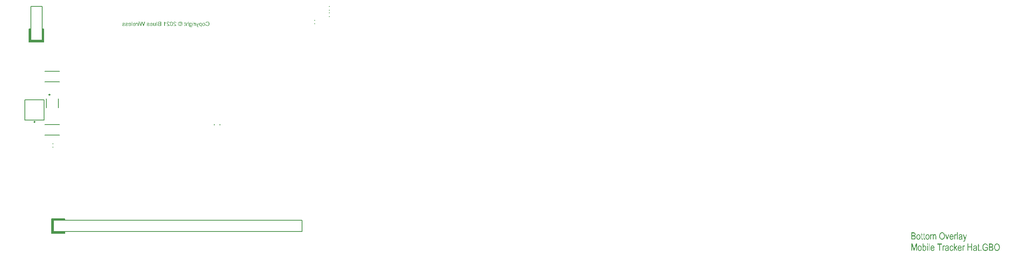
<source format=gbo>
G04*
G04 #@! TF.GenerationSoftware,Altium Limited,Altium Designer,21.5.0 (25)*
G04*
G04 Layer_Color=245135*
%FSLAX25Y25*%
%MOIN*%
G70*
G04*
G04 #@! TF.SameCoordinates,B52814C9-DCD9-4C92-8852-15DF41944D51*
G04*
G04*
G04 #@! TF.FilePolarity,Positive*
G04*
G01*
G75*
%ADD13C,0.00787*%
%ADD57C,0.00984*%
%ADD58R,0.11500X0.01500*%
%ADD59R,0.01500X0.09999*%
%ADD60R,0.01500X0.11500*%
%ADD61R,0.09999X0.01500*%
G36*
X164215Y186065D02*
X163751D01*
Y186597D01*
X164215D01*
Y186065D01*
D02*
G37*
G36*
X116038D02*
X115574D01*
Y186597D01*
X116038D01*
Y186065D01*
D02*
G37*
G36*
X147865Y186608D02*
X147958Y186600D01*
X148045Y186586D01*
X148127Y186567D01*
X148203Y186545D01*
X148274Y186521D01*
X148337Y186496D01*
X148397Y186471D01*
X148449Y186444D01*
X148495Y186420D01*
X148534Y186395D01*
X148566Y186373D01*
X148591Y186357D01*
X148610Y186340D01*
X148621Y186332D01*
X148624Y186329D01*
X148681Y186275D01*
X148730Y186215D01*
X148776Y186152D01*
X148815Y186087D01*
X148850Y186018D01*
X148880Y185950D01*
X148905Y185884D01*
X148927Y185819D01*
X148943Y185759D01*
X148957Y185702D01*
X148968Y185650D01*
X148976Y185606D01*
X148984Y185571D01*
X148987Y185543D01*
Y185532D01*
X148989Y185524D01*
Y185521D01*
Y185519D01*
X148512Y185470D01*
X148509Y185535D01*
X148503Y185595D01*
X148493Y185652D01*
X148482Y185707D01*
X148465Y185756D01*
X148449Y185800D01*
X148430Y185844D01*
X148411Y185879D01*
X148394Y185912D01*
X148375Y185942D01*
X148359Y185967D01*
X148343Y185988D01*
X148331Y186002D01*
X148321Y186016D01*
X148315Y186021D01*
X148312Y186024D01*
X148274Y186059D01*
X148231Y186089D01*
X148187Y186117D01*
X148143Y186141D01*
X148097Y186160D01*
X148053Y186177D01*
X148009Y186190D01*
X147968Y186201D01*
X147927Y186209D01*
X147892Y186215D01*
X147859Y186220D01*
X147829Y186223D01*
X147807Y186226D01*
X147775D01*
X147717Y186223D01*
X147663Y186218D01*
X147611Y186209D01*
X147562Y186196D01*
X147518Y186182D01*
X147474Y186166D01*
X147436Y186149D01*
X147401Y186130D01*
X147371Y186114D01*
X147343Y186095D01*
X147319Y186078D01*
X147300Y186065D01*
X147283Y186051D01*
X147272Y186043D01*
X147267Y186037D01*
X147264Y186035D01*
X147229Y185999D01*
X147199Y185961D01*
X147171Y185923D01*
X147150Y185882D01*
X147130Y185844D01*
X147114Y185805D01*
X147100Y185767D01*
X147089Y185732D01*
X147081Y185699D01*
X147076Y185669D01*
X147070Y185642D01*
X147068Y185617D01*
X147065Y185598D01*
Y185584D01*
Y185573D01*
Y185571D01*
X147068Y185521D01*
X147073Y185472D01*
X147084Y185423D01*
X147098Y185374D01*
X147133Y185278D01*
X147155Y185235D01*
X147174Y185194D01*
X147193Y185156D01*
X147215Y185120D01*
X147231Y185090D01*
X147248Y185063D01*
X147264Y185044D01*
X147275Y185027D01*
X147281Y185016D01*
X147283Y185014D01*
X147327Y184956D01*
X147381Y184894D01*
X147439Y184831D01*
X147504Y184765D01*
X147570Y184697D01*
X147641Y184632D01*
X147709Y184566D01*
X147780Y184503D01*
X147846Y184443D01*
X147908Y184388D01*
X147963Y184337D01*
X148015Y184296D01*
X148056Y184260D01*
X148072Y184247D01*
X148086Y184233D01*
X148097Y184225D01*
X148105Y184216D01*
X148110Y184214D01*
X148113Y184211D01*
X148184Y184151D01*
X148252Y184094D01*
X148315Y184039D01*
X148375Y183987D01*
X148430Y183935D01*
X148479Y183889D01*
X148523Y183845D01*
X148564Y183804D01*
X148602Y183769D01*
X148632Y183736D01*
X148659Y183709D01*
X148681Y183684D01*
X148697Y183665D01*
X148708Y183651D01*
X148716Y183643D01*
X148719Y183641D01*
X148793Y183548D01*
X148856Y183458D01*
X148908Y183373D01*
X148932Y183335D01*
X148951Y183297D01*
X148968Y183264D01*
X148984Y183234D01*
X148998Y183206D01*
X149006Y183182D01*
X149014Y183163D01*
X149020Y183149D01*
X149025Y183141D01*
Y183138D01*
X149044Y183081D01*
X149058Y183024D01*
X149066Y182969D01*
X149071Y182922D01*
X149074Y182879D01*
X149077Y182862D01*
Y182846D01*
Y182835D01*
Y182827D01*
Y182822D01*
Y182819D01*
X146582D01*
Y183264D01*
X148433D01*
X148403Y183310D01*
X148370Y183357D01*
X148337Y183397D01*
X148307Y183436D01*
X148280Y183466D01*
X148258Y183490D01*
X148244Y183507D01*
X148239Y183512D01*
X148214Y183539D01*
X148181Y183570D01*
X148146Y183602D01*
X148105Y183641D01*
X148061Y183679D01*
X148018Y183720D01*
X147925Y183799D01*
X147881Y183837D01*
X147840Y183872D01*
X147805Y183905D01*
X147769Y183933D01*
X147742Y183957D01*
X147723Y183974D01*
X147709Y183987D01*
X147704Y183990D01*
X147614Y184066D01*
X147529Y184140D01*
X147452Y184208D01*
X147381Y184271D01*
X147316Y184331D01*
X147259Y184386D01*
X147204Y184435D01*
X147158Y184479D01*
X147117Y184520D01*
X147084Y184555D01*
X147054Y184585D01*
X147029Y184610D01*
X147010Y184629D01*
X146999Y184642D01*
X146991Y184651D01*
X146988Y184653D01*
X146950Y184700D01*
X146912Y184743D01*
X146879Y184787D01*
X146849Y184828D01*
X146795Y184907D01*
X146773Y184943D01*
X146754Y184976D01*
X146734Y185005D01*
X146721Y185033D01*
X146707Y185057D01*
X146699Y185076D01*
X146691Y185093D01*
X146685Y185104D01*
X146680Y185112D01*
Y185115D01*
X146650Y185197D01*
X146625Y185276D01*
X146609Y185352D01*
X146598Y185421D01*
X146595Y185450D01*
X146592Y185478D01*
X146590Y185500D01*
X146587Y185521D01*
Y185538D01*
Y185549D01*
Y185557D01*
Y185560D01*
X146590Y185642D01*
X146601Y185721D01*
X146617Y185794D01*
X146636Y185865D01*
X146661Y185931D01*
X146688Y185994D01*
X146718Y186051D01*
X146745Y186103D01*
X146775Y186149D01*
X146806Y186190D01*
X146833Y186226D01*
X146857Y186253D01*
X146877Y186278D01*
X146893Y186294D01*
X146904Y186305D01*
X146906Y186308D01*
X146969Y186362D01*
X147035Y186409D01*
X147103Y186447D01*
X147174Y186482D01*
X147245Y186512D01*
X147319Y186537D01*
X147387Y186556D01*
X147455Y186573D01*
X147518Y186586D01*
X147578Y186594D01*
X147630Y186602D01*
X147676Y186605D01*
X147715Y186608D01*
X147742Y186611D01*
X147766D01*
X147865Y186608D01*
D02*
G37*
G36*
X141995D02*
X142088Y186600D01*
X142175Y186586D01*
X142257Y186567D01*
X142334Y186545D01*
X142405Y186521D01*
X142467Y186496D01*
X142528Y186471D01*
X142579Y186444D01*
X142626Y186420D01*
X142664Y186395D01*
X142697Y186373D01*
X142721Y186357D01*
X142740Y186340D01*
X142751Y186332D01*
X142754Y186329D01*
X142812Y186275D01*
X142861Y186215D01*
X142907Y186152D01*
X142945Y186087D01*
X142981Y186018D01*
X143011Y185950D01*
X143035Y185884D01*
X143057Y185819D01*
X143074Y185759D01*
X143087Y185702D01*
X143098Y185650D01*
X143106Y185606D01*
X143114Y185571D01*
X143117Y185543D01*
Y185532D01*
X143120Y185524D01*
Y185521D01*
Y185519D01*
X142642Y185470D01*
X142640Y185535D01*
X142634Y185595D01*
X142623Y185652D01*
X142612Y185707D01*
X142596Y185756D01*
X142579Y185800D01*
X142560Y185844D01*
X142541Y185879D01*
X142525Y185912D01*
X142506Y185942D01*
X142489Y185967D01*
X142473Y185988D01*
X142462Y186002D01*
X142451Y186016D01*
X142446Y186021D01*
X142443Y186024D01*
X142405Y186059D01*
X142361Y186089D01*
X142317Y186117D01*
X142274Y186141D01*
X142227Y186160D01*
X142184Y186177D01*
X142140Y186190D01*
X142099Y186201D01*
X142058Y186209D01*
X142023Y186215D01*
X141990Y186220D01*
X141960Y186223D01*
X141938Y186226D01*
X141905D01*
X141848Y186223D01*
X141793Y186218D01*
X141741Y186209D01*
X141692Y186196D01*
X141648Y186182D01*
X141605Y186166D01*
X141567Y186149D01*
X141531Y186130D01*
X141501Y186114D01*
X141474Y186095D01*
X141449Y186078D01*
X141430Y186065D01*
X141414Y186051D01*
X141403Y186043D01*
X141397Y186037D01*
X141395Y186035D01*
X141359Y185999D01*
X141329Y185961D01*
X141302Y185923D01*
X141280Y185882D01*
X141261Y185844D01*
X141244Y185805D01*
X141231Y185767D01*
X141220Y185732D01*
X141212Y185699D01*
X141206Y185669D01*
X141201Y185642D01*
X141198Y185617D01*
X141195Y185598D01*
Y185584D01*
Y185573D01*
Y185571D01*
X141198Y185521D01*
X141203Y185472D01*
X141214Y185423D01*
X141228Y185374D01*
X141264Y185278D01*
X141285Y185235D01*
X141305Y185194D01*
X141324Y185156D01*
X141346Y185120D01*
X141362Y185090D01*
X141378Y185063D01*
X141395Y185044D01*
X141405Y185027D01*
X141411Y185016D01*
X141414Y185014D01*
X141457Y184956D01*
X141512Y184894D01*
X141569Y184831D01*
X141635Y184765D01*
X141700Y184697D01*
X141771Y184632D01*
X141840Y184566D01*
X141911Y184503D01*
X141976Y184443D01*
X142039Y184388D01*
X142094Y184337D01*
X142145Y184296D01*
X142186Y184260D01*
X142203Y184247D01*
X142216Y184233D01*
X142227Y184225D01*
X142236Y184216D01*
X142241Y184214D01*
X142244Y184211D01*
X142315Y184151D01*
X142383Y184094D01*
X142446Y184039D01*
X142506Y183987D01*
X142560Y183935D01*
X142610Y183889D01*
X142653Y183845D01*
X142694Y183804D01*
X142732Y183769D01*
X142762Y183736D01*
X142790Y183709D01*
X142812Y183684D01*
X142828Y183665D01*
X142839Y183651D01*
X142847Y183643D01*
X142850Y183641D01*
X142923Y183548D01*
X142986Y183458D01*
X143038Y183373D01*
X143063Y183335D01*
X143082Y183297D01*
X143098Y183264D01*
X143114Y183234D01*
X143128Y183206D01*
X143136Y183182D01*
X143145Y183163D01*
X143150Y183149D01*
X143156Y183141D01*
Y183138D01*
X143175Y183081D01*
X143188Y183024D01*
X143196Y182969D01*
X143202Y182922D01*
X143205Y182879D01*
X143207Y182862D01*
Y182846D01*
Y182835D01*
Y182827D01*
Y182822D01*
Y182819D01*
X140712D01*
Y183264D01*
X142563D01*
X142533Y183310D01*
X142500Y183357D01*
X142467Y183397D01*
X142438Y183436D01*
X142410Y183466D01*
X142388Y183490D01*
X142375Y183507D01*
X142369Y183512D01*
X142345Y183539D01*
X142312Y183570D01*
X142276Y183602D01*
X142236Y183641D01*
X142192Y183679D01*
X142148Y183720D01*
X142055Y183799D01*
X142012Y183837D01*
X141971Y183872D01*
X141935Y183905D01*
X141900Y183933D01*
X141872Y183957D01*
X141853Y183974D01*
X141840Y183987D01*
X141834Y183990D01*
X141744Y184066D01*
X141659Y184140D01*
X141583Y184208D01*
X141512Y184271D01*
X141446Y184331D01*
X141389Y184386D01*
X141335Y184435D01*
X141288Y184479D01*
X141247Y184520D01*
X141214Y184555D01*
X141184Y184585D01*
X141160Y184610D01*
X141141Y184629D01*
X141130Y184642D01*
X141122Y184651D01*
X141119Y184653D01*
X141081Y184700D01*
X141042Y184743D01*
X141010Y184787D01*
X140980Y184828D01*
X140925Y184907D01*
X140903Y184943D01*
X140884Y184976D01*
X140865Y185005D01*
X140851Y185033D01*
X140838Y185057D01*
X140830Y185076D01*
X140821Y185093D01*
X140816Y185104D01*
X140810Y185112D01*
Y185115D01*
X140780Y185197D01*
X140756Y185276D01*
X140739Y185352D01*
X140728Y185421D01*
X140726Y185450D01*
X140723Y185478D01*
X140720Y185500D01*
X140718Y185521D01*
Y185538D01*
Y185549D01*
Y185557D01*
Y185560D01*
X140720Y185642D01*
X140731Y185721D01*
X140748Y185794D01*
X140767Y185865D01*
X140791Y185931D01*
X140819Y185994D01*
X140849Y186051D01*
X140876Y186103D01*
X140906Y186149D01*
X140936Y186190D01*
X140963Y186226D01*
X140988Y186253D01*
X141007Y186278D01*
X141023Y186294D01*
X141034Y186305D01*
X141037Y186308D01*
X141100Y186362D01*
X141165Y186409D01*
X141234Y186447D01*
X141305Y186482D01*
X141376Y186512D01*
X141449Y186537D01*
X141517Y186556D01*
X141586Y186573D01*
X141648Y186586D01*
X141709Y186594D01*
X141760Y186602D01*
X141807Y186605D01*
X141845Y186608D01*
X141872Y186611D01*
X141897D01*
X141995Y186608D01*
D02*
G37*
G36*
X160111Y182819D02*
X159647D01*
Y184315D01*
Y184375D01*
X159645Y184430D01*
X159639Y184481D01*
X159636Y184530D01*
X159628Y184574D01*
X159623Y184615D01*
X159617Y184653D01*
X159609Y184689D01*
X159601Y184719D01*
X159596Y184746D01*
X159587Y184768D01*
X159582Y184787D01*
X159579Y184801D01*
X159574Y184812D01*
X159571Y184817D01*
Y184820D01*
X159538Y184885D01*
X159497Y184943D01*
X159456Y184992D01*
X159413Y185033D01*
X159374Y185066D01*
X159344Y185090D01*
X159331Y185098D01*
X159323Y185104D01*
X159317Y185109D01*
X159314D01*
X159246Y185145D01*
X159175Y185172D01*
X159110Y185191D01*
X159049Y185205D01*
X159022Y185210D01*
X159000Y185213D01*
X158978Y185216D01*
X158959D01*
X158943Y185218D01*
X158924D01*
X158875Y185216D01*
X158826Y185210D01*
X158782Y185205D01*
X158741Y185194D01*
X158703Y185180D01*
X158667Y185167D01*
X158637Y185153D01*
X158607Y185139D01*
X158583Y185123D01*
X158561Y185109D01*
X158542Y185096D01*
X158525Y185082D01*
X158514Y185071D01*
X158506Y185066D01*
X158501Y185060D01*
X158498Y185057D01*
X158471Y185025D01*
X158446Y184989D01*
X158427Y184951D01*
X158411Y184913D01*
X158383Y184828D01*
X158364Y184746D01*
X158359Y184708D01*
X158353Y184670D01*
X158351Y184637D01*
X158348Y184610D01*
X158345Y184585D01*
Y184569D01*
Y184555D01*
Y184552D01*
Y182819D01*
X157881D01*
Y184552D01*
Y184626D01*
X157887Y184694D01*
X157889Y184757D01*
X157897Y184817D01*
X157903Y184872D01*
X157911Y184924D01*
X157922Y184967D01*
X157930Y185008D01*
X157938Y185044D01*
X157949Y185076D01*
X157957Y185104D01*
X157963Y185126D01*
X157971Y185142D01*
X157974Y185153D01*
X157979Y185161D01*
Y185164D01*
X157999Y185202D01*
X158020Y185240D01*
X158070Y185306D01*
X158124Y185363D01*
X158176Y185409D01*
X158225Y185448D01*
X158247Y185461D01*
X158263Y185475D01*
X158280Y185483D01*
X158291Y185491D01*
X158299Y185497D01*
X158301D01*
X158345Y185519D01*
X158389Y185538D01*
X158479Y185565D01*
X158566Y185587D01*
X158648Y185603D01*
X158686Y185606D01*
X158722Y185612D01*
X158752Y185614D01*
X158776D01*
X158798Y185617D01*
X158828D01*
X158918Y185612D01*
X159006Y185601D01*
X159088Y185582D01*
X159164Y185557D01*
X159238Y185530D01*
X159303Y185497D01*
X159366Y185464D01*
X159423Y185429D01*
X159473Y185393D01*
X159519Y185360D01*
X159557Y185328D01*
X159590Y185300D01*
X159615Y185276D01*
X159634Y185257D01*
X159645Y185246D01*
X159647Y185240D01*
Y186597D01*
X160111D01*
Y182819D01*
D02*
G37*
G36*
X162107Y185614D02*
X162173Y185609D01*
X162233Y185601D01*
X162293Y185590D01*
X162347Y185573D01*
X162399Y185560D01*
X162448Y185543D01*
X162492Y185527D01*
X162533Y185508D01*
X162568Y185491D01*
X162599Y185478D01*
X162623Y185464D01*
X162645Y185450D01*
X162659Y185442D01*
X162670Y185437D01*
X162672Y185434D01*
X162721Y185399D01*
X162768Y185360D01*
X162812Y185319D01*
X162850Y185278D01*
X162888Y185235D01*
X162921Y185194D01*
X162951Y185153D01*
X162981Y185112D01*
X163005Y185074D01*
X163024Y185038D01*
X163043Y185005D01*
X163057Y184978D01*
X163071Y184956D01*
X163079Y184937D01*
X163082Y184926D01*
X163084Y184924D01*
X163109Y184861D01*
X163131Y184798D01*
X163150Y184735D01*
X163164Y184672D01*
X163191Y184550D01*
X163199Y184492D01*
X163207Y184438D01*
X163213Y184388D01*
X163215Y184342D01*
X163218Y184301D01*
X163221Y184266D01*
X163224Y184238D01*
Y184216D01*
Y184206D01*
Y184200D01*
X163221Y184096D01*
X163210Y183995D01*
X163196Y183900D01*
X163175Y183810D01*
X163153Y183722D01*
X163125Y183643D01*
X163098Y183567D01*
X163068Y183501D01*
X163041Y183439D01*
X163014Y183384D01*
X162986Y183337D01*
X162964Y183299D01*
X162943Y183266D01*
X162929Y183245D01*
X162918Y183231D01*
X162915Y183226D01*
X162855Y183154D01*
X162790Y183092D01*
X162719Y183037D01*
X162648Y182991D01*
X162577Y182950D01*
X162503Y182917D01*
X162432Y182893D01*
X162364Y182871D01*
X162298Y182854D01*
X162235Y182841D01*
X162181Y182832D01*
X162134Y182824D01*
X162096Y182822D01*
X162066Y182819D01*
X162042D01*
X161960Y182824D01*
X161878Y182835D01*
X161804Y182852D01*
X161733Y182876D01*
X161665Y182901D01*
X161602Y182931D01*
X161545Y182963D01*
X161493Y182999D01*
X161446Y183032D01*
X161406Y183064D01*
X161370Y183095D01*
X161340Y183122D01*
X161315Y183144D01*
X161299Y183160D01*
X161288Y183174D01*
X161285Y183176D01*
Y183095D01*
Y183021D01*
X161288Y182955D01*
Y182895D01*
X161291Y182841D01*
X161294Y182791D01*
X161296Y182748D01*
X161302Y182712D01*
X161304Y182679D01*
X161307Y182652D01*
X161310Y182630D01*
X161313Y182614D01*
X161315Y182600D01*
Y182592D01*
X161318Y182587D01*
Y182584D01*
X161346Y182502D01*
X161381Y182431D01*
X161422Y182371D01*
X161460Y182319D01*
X161479Y182297D01*
X161498Y182278D01*
X161512Y182262D01*
X161528Y182251D01*
X161539Y182240D01*
X161548Y182232D01*
X161553Y182229D01*
X161556Y182226D01*
X161591Y182204D01*
X161627Y182183D01*
X161706Y182150D01*
X161791Y182128D01*
X161870Y182112D01*
X161908Y182106D01*
X161941Y182104D01*
X161973Y182098D01*
X162001D01*
X162022Y182095D01*
X162053D01*
X162107Y182098D01*
X162159Y182101D01*
X162208Y182106D01*
X162252Y182117D01*
X162295Y182125D01*
X162334Y182136D01*
X162369Y182150D01*
X162402Y182161D01*
X162429Y182175D01*
X162454Y182185D01*
X162476Y182196D01*
X162492Y182207D01*
X162506Y182215D01*
X162517Y182221D01*
X162522Y182224D01*
X162525Y182226D01*
X162568Y182267D01*
X162604Y182314D01*
X162631Y182363D01*
X162650Y182412D01*
X162664Y182456D01*
X162670Y182475D01*
X162675Y182494D01*
X162678Y182508D01*
Y182518D01*
X162680Y182524D01*
Y182527D01*
X163131Y182595D01*
X163128Y182516D01*
X163123Y182439D01*
X163109Y182368D01*
X163090Y182306D01*
X163068Y182246D01*
X163043Y182191D01*
X163019Y182142D01*
X162989Y182098D01*
X162962Y182060D01*
X162937Y182024D01*
X162910Y181997D01*
X162888Y181973D01*
X162869Y181956D01*
X162855Y181942D01*
X162844Y181934D01*
X162841Y181931D01*
X162781Y181893D01*
X162721Y181858D01*
X162656Y181828D01*
X162590Y181803D01*
X162525Y181781D01*
X162457Y181765D01*
X162394Y181749D01*
X162331Y181738D01*
X162274Y181729D01*
X162219Y181721D01*
X162173Y181719D01*
X162132Y181713D01*
X162096D01*
X162072Y181710D01*
X162050D01*
X161973Y181713D01*
X161902Y181716D01*
X161831Y181724D01*
X161769Y181735D01*
X161706Y181746D01*
X161648Y181760D01*
X161597Y181773D01*
X161548Y181790D01*
X161506Y181803D01*
X161468Y181817D01*
X161433Y181831D01*
X161406Y181841D01*
X161384Y181852D01*
X161370Y181860D01*
X161359Y181863D01*
X161356Y181866D01*
X161304Y181896D01*
X161258Y181929D01*
X161214Y181964D01*
X161173Y181997D01*
X161135Y182033D01*
X161102Y182068D01*
X161073Y182104D01*
X161045Y182136D01*
X161021Y182166D01*
X161002Y182196D01*
X160982Y182224D01*
X160969Y182246D01*
X160958Y182265D01*
X160950Y182278D01*
X160947Y182286D01*
X160944Y182289D01*
X160922Y182344D01*
X160900Y182404D01*
X160884Y182472D01*
X160868Y182543D01*
X160857Y182617D01*
X160846Y182691D01*
X160838Y182767D01*
X160829Y182838D01*
X160824Y182909D01*
X160819Y182974D01*
X160816Y183034D01*
Y183086D01*
X160813Y183130D01*
Y183146D01*
Y183163D01*
Y183174D01*
Y183182D01*
Y183187D01*
Y183190D01*
Y185557D01*
X161242D01*
Y185227D01*
X161302Y185295D01*
X161367Y185355D01*
X161433Y185407D01*
X161498Y185453D01*
X161567Y185491D01*
X161632Y185521D01*
X161698Y185549D01*
X161760Y185568D01*
X161818Y185584D01*
X161872Y185595D01*
X161919Y185606D01*
X161960Y185612D01*
X161995Y185614D01*
X162020Y185617D01*
X162042D01*
X162107Y185614D01*
D02*
G37*
G36*
X138793Y186564D02*
X138820Y186518D01*
X138883Y186428D01*
X138951Y186343D01*
X138987Y186302D01*
X139020Y186264D01*
X139052Y186231D01*
X139082Y186198D01*
X139110Y186171D01*
X139134Y186147D01*
X139153Y186127D01*
X139167Y186114D01*
X139178Y186106D01*
X139181Y186103D01*
X139293Y186010D01*
X139410Y185925D01*
X139525Y185849D01*
X139579Y185816D01*
X139631Y185784D01*
X139677Y185756D01*
X139721Y185732D01*
X139762Y185710D01*
X139795Y185694D01*
X139822Y185680D01*
X139844Y185669D01*
X139855Y185663D01*
X139860Y185661D01*
Y185213D01*
X139778Y185246D01*
X139694Y185284D01*
X139612Y185322D01*
X139535Y185360D01*
X139503Y185380D01*
X139470Y185396D01*
X139443Y185412D01*
X139421Y185426D01*
X139402Y185434D01*
X139385Y185442D01*
X139377Y185448D01*
X139374Y185450D01*
X139276Y185511D01*
X139233Y185541D01*
X139189Y185568D01*
X139151Y185598D01*
X139115Y185623D01*
X139082Y185650D01*
X139049Y185672D01*
X139025Y185694D01*
X139000Y185713D01*
X138979Y185732D01*
X138962Y185745D01*
X138949Y185756D01*
X138940Y185764D01*
X138935Y185770D01*
X138932Y185773D01*
Y182819D01*
X138468D01*
Y186611D01*
X138768D01*
X138793Y186564D01*
D02*
G37*
G36*
X120305Y182819D02*
X119787D01*
X118992Y185696D01*
X118973Y185767D01*
X118954Y185844D01*
X118935Y185917D01*
X118919Y185986D01*
X118910Y186018D01*
X118902Y186046D01*
X118897Y186073D01*
X118891Y186095D01*
X118886Y186114D01*
X118883Y186127D01*
X118880Y186136D01*
Y186138D01*
X118875Y186119D01*
X118869Y186095D01*
X118861Y186067D01*
X118853Y186035D01*
X118842Y185999D01*
X118834Y185964D01*
X118812Y185887D01*
X118801Y185849D01*
X118790Y185814D01*
X118782Y185784D01*
X118774Y185754D01*
X118768Y185729D01*
X118763Y185713D01*
X118757Y185702D01*
Y185696D01*
X117968Y182819D01*
X117482D01*
X116445Y186597D01*
X116950D01*
X117543Y184167D01*
X117564Y184083D01*
X117584Y183998D01*
X117603Y183919D01*
X117619Y183843D01*
X117638Y183772D01*
X117652Y183703D01*
X117666Y183641D01*
X117679Y183583D01*
X117690Y183531D01*
X117701Y183482D01*
X117709Y183444D01*
X117717Y183408D01*
X117723Y183381D01*
X117728Y183362D01*
X117731Y183351D01*
Y183346D01*
X117769Y183583D01*
X117816Y183818D01*
X117840Y183933D01*
X117865Y184045D01*
X117889Y184148D01*
X117914Y184249D01*
X117936Y184342D01*
X117958Y184424D01*
X117977Y184500D01*
X117985Y184533D01*
X117993Y184563D01*
X118001Y184590D01*
X118007Y184612D01*
X118012Y184634D01*
X118018Y184651D01*
X118020Y184664D01*
X118023Y184675D01*
X118026Y184681D01*
Y184683D01*
X118566Y186597D01*
X119170D01*
X119885Y184045D01*
X119888Y184034D01*
X119890Y184023D01*
X119901Y183987D01*
X119910Y183946D01*
X119923Y183897D01*
X119937Y183843D01*
X119950Y183782D01*
X119981Y183660D01*
X119997Y183599D01*
X120010Y183542D01*
X120021Y183490D01*
X120035Y183441D01*
X120043Y183403D01*
X120046Y183387D01*
X120052Y183373D01*
X120054Y183362D01*
Y183354D01*
X120057Y183348D01*
Y183346D01*
X120084Y183490D01*
X120112Y183630D01*
X120125Y183695D01*
X120139Y183761D01*
X120150Y183821D01*
X120163Y183875D01*
X120174Y183927D01*
X120185Y183976D01*
X120193Y184017D01*
X120202Y184053D01*
X120210Y184080D01*
X120213Y184102D01*
X120218Y184113D01*
Y184118D01*
X120791Y186597D01*
X121302D01*
X120305Y182819D01*
D02*
G37*
G36*
X167840Y182816D02*
X167851Y182791D01*
X167859Y182767D01*
X167867Y182748D01*
X167873Y182731D01*
X167878Y182720D01*
X167881Y182712D01*
X167884Y182707D01*
Y182704D01*
X167900Y182655D01*
X167917Y182611D01*
X167933Y182570D01*
X167947Y182535D01*
X167957Y182502D01*
X167968Y182472D01*
X167979Y182448D01*
X167990Y182428D01*
X167999Y182409D01*
X168004Y182396D01*
X168009Y182382D01*
X168015Y182374D01*
X168020Y182360D01*
X168023Y182357D01*
X168048Y182325D01*
X168072Y182295D01*
X168097Y182270D01*
X168121Y182251D01*
X168143Y182235D01*
X168159Y182224D01*
X168170Y182215D01*
X168176Y182213D01*
X168214Y182196D01*
X168252Y182183D01*
X168293Y182175D01*
X168334Y182166D01*
X168367Y182164D01*
X168397Y182161D01*
X168422D01*
X168465Y182164D01*
X168512Y182169D01*
X168555Y182175D01*
X168596Y182183D01*
X168632Y182191D01*
X168662Y182199D01*
X168673Y182202D01*
X168681D01*
X168684Y182204D01*
X168686D01*
X168635Y181768D01*
X168575Y181749D01*
X168520Y181735D01*
X168468Y181724D01*
X168424Y181719D01*
X168389Y181713D01*
X168362Y181710D01*
X168337D01*
X168258Y181716D01*
X168184Y181727D01*
X168119Y181746D01*
X168064Y181765D01*
X168039Y181776D01*
X168018Y181784D01*
X167999Y181795D01*
X167982Y181803D01*
X167971Y181809D01*
X167963Y181814D01*
X167957Y181820D01*
X167955D01*
X167925Y181841D01*
X167897Y181863D01*
X167843Y181918D01*
X167794Y181973D01*
X167753Y182027D01*
X167717Y182076D01*
X167704Y182098D01*
X167693Y182114D01*
X167684Y182131D01*
X167676Y182142D01*
X167671Y182150D01*
Y182153D01*
X167652Y182188D01*
X167633Y182229D01*
X167613Y182273D01*
X167592Y182322D01*
X167548Y182423D01*
X167507Y182527D01*
X167488Y182576D01*
X167469Y182622D01*
X167453Y182663D01*
X167439Y182699D01*
X167428Y182729D01*
X167420Y182753D01*
X167414Y182767D01*
X167411Y182772D01*
X166371Y185557D01*
X166833D01*
X167420Y183960D01*
X167461Y183845D01*
X167496Y183733D01*
X167529Y183630D01*
X167545Y183580D01*
X167559Y183534D01*
X167570Y183493D01*
X167581Y183455D01*
X167592Y183419D01*
X167600Y183392D01*
X167605Y183368D01*
X167611Y183351D01*
X167613Y183340D01*
Y183337D01*
X167646Y183460D01*
X167682Y183578D01*
X167698Y183632D01*
X167715Y183684D01*
X167731Y183733D01*
X167745Y183780D01*
X167761Y183821D01*
X167772Y183859D01*
X167783Y183892D01*
X167794Y183919D01*
X167802Y183941D01*
X167807Y183957D01*
X167813Y183968D01*
Y183971D01*
X168383Y185557D01*
X168877D01*
X167840Y182816D01*
D02*
G37*
G36*
X157089Y186234D02*
Y185557D01*
X157433D01*
Y185197D01*
X157089D01*
Y183619D01*
Y183545D01*
X157087Y183474D01*
X157084Y183414D01*
X157081Y183357D01*
X157076Y183307D01*
X157073Y183261D01*
X157068Y183223D01*
X157062Y183187D01*
X157057Y183157D01*
X157051Y183133D01*
X157048Y183114D01*
X157043Y183097D01*
X157040Y183084D01*
X157037Y183075D01*
X157035Y183073D01*
Y183070D01*
X157010Y183024D01*
X156980Y182983D01*
X156947Y182947D01*
X156915Y182917D01*
X156885Y182895D01*
X156860Y182876D01*
X156844Y182865D01*
X156841Y182862D01*
X156838D01*
X156781Y182835D01*
X156718Y182816D01*
X156653Y182802D01*
X156590Y182794D01*
X156535Y182789D01*
X156511Y182786D01*
X156489Y182783D01*
X156448D01*
X156388Y182786D01*
X156328Y182789D01*
X156268Y182797D01*
X156213Y182805D01*
X156167Y182811D01*
X156145Y182816D01*
X156128Y182819D01*
X156115Y182822D01*
X156104D01*
X156098Y182824D01*
X156096D01*
X156164Y183234D01*
X156208Y183228D01*
X156249Y183226D01*
X156284Y183220D01*
X156311D01*
X156336Y183217D01*
X156366D01*
X156401Y183220D01*
X156434Y183223D01*
X156462Y183228D01*
X156483Y183234D01*
X156502Y183239D01*
X156513Y183245D01*
X156522Y183250D01*
X156524D01*
X156543Y183264D01*
X156560Y183277D01*
X156584Y183307D01*
X156593Y183321D01*
X156598Y183332D01*
X156603Y183337D01*
Y183340D01*
X156606Y183354D01*
X156612Y183368D01*
X156617Y183403D01*
X156620Y183447D01*
X156623Y183488D01*
X156625Y183529D01*
Y183561D01*
Y183575D01*
Y183586D01*
Y183591D01*
Y183594D01*
Y185197D01*
X156164D01*
Y185557D01*
X156625D01*
Y186512D01*
X157089Y186234D01*
D02*
G37*
G36*
X176691Y186660D02*
X176781Y186652D01*
X176868Y186641D01*
X176953Y186627D01*
X177032Y186611D01*
X177109Y186589D01*
X177180Y186570D01*
X177245Y186548D01*
X177302Y186526D01*
X177357Y186507D01*
X177403Y186488D01*
X177442Y186469D01*
X177474Y186455D01*
X177496Y186444D01*
X177510Y186436D01*
X177515Y186433D01*
X177592Y186387D01*
X177663Y186338D01*
X177728Y186286D01*
X177791Y186231D01*
X177848Y186177D01*
X177900Y186122D01*
X177949Y186065D01*
X177990Y186013D01*
X178029Y185964D01*
X178064Y185915D01*
X178091Y185874D01*
X178116Y185838D01*
X178132Y185805D01*
X178146Y185784D01*
X178154Y185770D01*
X178157Y185764D01*
X178195Y185680D01*
X178231Y185595D01*
X178261Y185508D01*
X178285Y185421D01*
X178307Y185333D01*
X178326Y185246D01*
X178340Y185164D01*
X178353Y185087D01*
X178362Y185014D01*
X178370Y184945D01*
X178373Y184885D01*
X178378Y184834D01*
Y184793D01*
X178381Y184776D01*
Y184763D01*
Y184752D01*
Y184743D01*
Y184738D01*
Y184735D01*
X178378Y184634D01*
X178373Y184536D01*
X178362Y184440D01*
X178351Y184350D01*
X178334Y184260D01*
X178318Y184178D01*
X178299Y184099D01*
X178280Y184025D01*
X178263Y183960D01*
X178244Y183900D01*
X178228Y183848D01*
X178211Y183804D01*
X178200Y183769D01*
X178190Y183744D01*
X178184Y183728D01*
X178181Y183725D01*
Y183722D01*
X178143Y183638D01*
X178100Y183556D01*
X178053Y183482D01*
X178007Y183411D01*
X177957Y183348D01*
X177908Y183288D01*
X177862Y183237D01*
X177816Y183187D01*
X177772Y183144D01*
X177731Y183108D01*
X177695Y183075D01*
X177663Y183051D01*
X177635Y183032D01*
X177616Y183015D01*
X177605Y183007D01*
X177600Y183004D01*
X177526Y182961D01*
X177447Y182922D01*
X177365Y182890D01*
X177283Y182860D01*
X177201Y182838D01*
X177117Y182816D01*
X177038Y182800D01*
X176958Y182786D01*
X176887Y182778D01*
X176819Y182770D01*
X176759Y182764D01*
X176707Y182759D01*
X176666D01*
X176647Y182756D01*
X176606D01*
X176497Y182759D01*
X176393Y182770D01*
X176295Y182786D01*
X176199Y182805D01*
X176112Y182830D01*
X176030Y182857D01*
X175954Y182887D01*
X175885Y182917D01*
X175823Y182947D01*
X175768Y182977D01*
X175719Y183004D01*
X175681Y183029D01*
X175648Y183048D01*
X175626Y183064D01*
X175612Y183075D01*
X175607Y183078D01*
X175533Y183144D01*
X175465Y183212D01*
X175402Y183286D01*
X175345Y183362D01*
X175293Y183441D01*
X175247Y183518D01*
X175206Y183594D01*
X175170Y183670D01*
X175137Y183741D01*
X175110Y183807D01*
X175088Y183864D01*
X175069Y183916D01*
X175056Y183957D01*
X175050Y183976D01*
X175047Y183990D01*
X175045Y184001D01*
X175042Y184009D01*
X175039Y184014D01*
Y184017D01*
X175539Y184143D01*
X175561Y184055D01*
X175585Y183976D01*
X175612Y183900D01*
X175645Y183832D01*
X175675Y183766D01*
X175711Y183706D01*
X175743Y183654D01*
X175776Y183605D01*
X175806Y183564D01*
X175836Y183526D01*
X175864Y183496D01*
X175888Y183471D01*
X175907Y183449D01*
X175921Y183436D01*
X175932Y183428D01*
X175935Y183425D01*
X175992Y183384D01*
X176049Y183346D01*
X176109Y183313D01*
X176169Y183286D01*
X176229Y183264D01*
X176289Y183245D01*
X176347Y183228D01*
X176401Y183215D01*
X176451Y183204D01*
X176500Y183198D01*
X176541Y183193D01*
X176576Y183187D01*
X176606D01*
X176628Y183185D01*
X176647D01*
X176710Y183187D01*
X176773Y183193D01*
X176833Y183201D01*
X176893Y183212D01*
X176947Y183226D01*
X177002Y183242D01*
X177051Y183256D01*
X177098Y183275D01*
X177138Y183291D01*
X177177Y183305D01*
X177209Y183321D01*
X177237Y183335D01*
X177259Y183346D01*
X177275Y183354D01*
X177286Y183359D01*
X177289Y183362D01*
X177343Y183397D01*
X177392Y183436D01*
X177439Y183477D01*
X177482Y183520D01*
X177521Y183564D01*
X177556Y183610D01*
X177589Y183654D01*
X177619Y183695D01*
X177644Y183736D01*
X177665Y183774D01*
X177684Y183810D01*
X177698Y183840D01*
X177712Y183864D01*
X177720Y183881D01*
X177723Y183894D01*
X177726Y183897D01*
X177750Y183965D01*
X177772Y184036D01*
X177791Y184107D01*
X177805Y184181D01*
X177832Y184320D01*
X177840Y184388D01*
X177848Y184454D01*
X177854Y184511D01*
X177857Y184566D01*
X177859Y184615D01*
X177862Y184656D01*
X177865Y184692D01*
Y184716D01*
Y184732D01*
Y184738D01*
X177862Y184809D01*
X177859Y184877D01*
X177846Y185008D01*
X177837Y185071D01*
X177826Y185131D01*
X177816Y185188D01*
X177805Y185240D01*
X177794Y185289D01*
X177786Y185333D01*
X177775Y185371D01*
X177766Y185404D01*
X177758Y185429D01*
X177753Y185448D01*
X177747Y185461D01*
Y185464D01*
X177723Y185530D01*
X177695Y185590D01*
X177665Y185647D01*
X177633Y185699D01*
X177600Y185751D01*
X177567Y185797D01*
X177532Y185838D01*
X177499Y185876D01*
X177466Y185909D01*
X177436Y185939D01*
X177409Y185964D01*
X177384Y185986D01*
X177365Y186002D01*
X177351Y186016D01*
X177340Y186021D01*
X177338Y186024D01*
X177280Y186062D01*
X177220Y186092D01*
X177160Y186122D01*
X177100Y186147D01*
X177038Y186166D01*
X176977Y186182D01*
X176920Y186196D01*
X176863Y186207D01*
X176811Y186218D01*
X176762Y186223D01*
X176718Y186229D01*
X176680Y186231D01*
X176650Y186234D01*
X176609D01*
X176538Y186231D01*
X176472Y186226D01*
X176410Y186218D01*
X176349Y186204D01*
X176295Y186190D01*
X176243Y186174D01*
X176197Y186158D01*
X176153Y186141D01*
X176115Y186122D01*
X176079Y186106D01*
X176049Y186089D01*
X176025Y186076D01*
X176006Y186062D01*
X175992Y186054D01*
X175984Y186048D01*
X175981Y186046D01*
X175935Y186007D01*
X175891Y185967D01*
X175853Y185920D01*
X175814Y185874D01*
X175779Y185822D01*
X175749Y185773D01*
X175719Y185723D01*
X175694Y185674D01*
X175672Y185628D01*
X175651Y185584D01*
X175634Y185546D01*
X175621Y185513D01*
X175610Y185483D01*
X175601Y185464D01*
X175599Y185450D01*
X175596Y185445D01*
X175105Y185560D01*
X175135Y185655D01*
X175173Y185745D01*
X175211Y185830D01*
X175255Y185909D01*
X175299Y185980D01*
X175342Y186048D01*
X175389Y186108D01*
X175432Y186163D01*
X175476Y186212D01*
X175514Y186253D01*
X175550Y186291D01*
X175582Y186319D01*
X175607Y186343D01*
X175629Y186360D01*
X175640Y186371D01*
X175645Y186373D01*
X175719Y186425D01*
X175795Y186469D01*
X175877Y186507D01*
X175956Y186540D01*
X176036Y186570D01*
X176115Y186592D01*
X176191Y186611D01*
X176265Y186627D01*
X176336Y186638D01*
X176399Y186646D01*
X176453Y186654D01*
X176502Y186657D01*
X176543Y186660D01*
X176560Y186663D01*
X176598D01*
X176691Y186660D01*
D02*
G37*
G36*
X131004Y183859D02*
Y183804D01*
Y183755D01*
X131001Y183709D01*
X130999Y183668D01*
Y183630D01*
X130996Y183594D01*
X130993Y183561D01*
X130991Y183534D01*
X130988Y183507D01*
X130985Y183488D01*
X130982Y183468D01*
Y183455D01*
X130980Y183441D01*
X130977Y183433D01*
Y183430D01*
Y183428D01*
X130958Y183354D01*
X130939Y183288D01*
X130914Y183228D01*
X130890Y183176D01*
X130868Y183135D01*
X130859Y183119D01*
X130851Y183105D01*
X130843Y183095D01*
X130840Y183086D01*
X130835Y183084D01*
Y183081D01*
X130791Y183032D01*
X130745Y182985D01*
X130693Y182947D01*
X130641Y182912D01*
X130595Y182884D01*
X130576Y182873D01*
X130559Y182865D01*
X130543Y182860D01*
X130532Y182854D01*
X130526Y182849D01*
X130524D01*
X130445Y182819D01*
X130365Y182797D01*
X130289Y182781D01*
X130218Y182770D01*
X130188Y182767D01*
X130158Y182764D01*
X130133Y182761D01*
X130112D01*
X130095Y182759D01*
X130071D01*
X129970Y182764D01*
X129877Y182778D01*
X129787Y182802D01*
X129702Y182830D01*
X129626Y182865D01*
X129555Y182906D01*
X129489Y182947D01*
X129432Y182991D01*
X129377Y183032D01*
X129333Y183075D01*
X129293Y183114D01*
X129260Y183149D01*
X129235Y183176D01*
X129216Y183201D01*
X129205Y183215D01*
X129202Y183220D01*
Y182819D01*
X128788D01*
Y185557D01*
X129252D01*
Y184088D01*
Y184025D01*
X129254Y183965D01*
X129260Y183908D01*
X129262Y183856D01*
X129268Y183810D01*
X129276Y183766D01*
X129282Y183725D01*
X129290Y183690D01*
X129298Y183657D01*
X129303Y183630D01*
X129309Y183608D01*
X129317Y183589D01*
X129320Y183572D01*
X129325Y183561D01*
X129328Y183556D01*
Y183553D01*
X129361Y183488D01*
X129402Y183430D01*
X129443Y183381D01*
X129486Y183340D01*
X129525Y183307D01*
X129557Y183283D01*
X129571Y183275D01*
X129579Y183269D01*
X129585Y183264D01*
X129587D01*
X129656Y183228D01*
X129727Y183201D01*
X129792Y183185D01*
X129852Y183171D01*
X129877Y183166D01*
X129901Y183163D01*
X129923Y183160D01*
X129942D01*
X129959Y183157D01*
X129978D01*
X130052Y183163D01*
X130120Y183174D01*
X130180Y183190D01*
X130229Y183209D01*
X130273Y183228D01*
X130289Y183236D01*
X130303Y183245D01*
X130314Y183253D01*
X130322Y183256D01*
X130324Y183261D01*
X130327D01*
X130376Y183302D01*
X130417Y183348D01*
X130447Y183397D01*
X130472Y183444D01*
X130491Y183485D01*
X130499Y183501D01*
X130505Y183518D01*
X130507Y183531D01*
X130510Y183539D01*
X130513Y183545D01*
Y183548D01*
X130518Y183575D01*
X130521Y183605D01*
X130526Y183641D01*
X130529Y183676D01*
X130535Y183758D01*
X130537Y183840D01*
Y183878D01*
Y183916D01*
X130540Y183949D01*
Y183979D01*
Y184001D01*
Y184020D01*
Y184034D01*
Y184036D01*
Y185557D01*
X131004D01*
Y183859D01*
D02*
G37*
G36*
X127040Y185612D02*
X127139Y185601D01*
X127231Y185582D01*
X127322Y185557D01*
X127403Y185530D01*
X127477Y185497D01*
X127548Y185461D01*
X127611Y185426D01*
X127668Y185390D01*
X127717Y185355D01*
X127758Y185325D01*
X127794Y185295D01*
X127824Y185270D01*
X127843Y185251D01*
X127854Y185240D01*
X127859Y185235D01*
X127922Y185161D01*
X127977Y185079D01*
X128023Y184995D01*
X128064Y184907D01*
X128100Y184817D01*
X128127Y184727D01*
X128151Y184640D01*
X128171Y184558D01*
X128184Y184476D01*
X128195Y184402D01*
X128203Y184337D01*
X128209Y184279D01*
X128211Y184252D01*
Y184230D01*
Y184211D01*
X128214Y184195D01*
Y184181D01*
Y184173D01*
Y184167D01*
Y184165D01*
X128211Y184042D01*
X128198Y183927D01*
X128181Y183821D01*
X128160Y183720D01*
X128132Y183627D01*
X128102Y183542D01*
X128072Y183466D01*
X128040Y183395D01*
X128007Y183332D01*
X127974Y183280D01*
X127947Y183234D01*
X127919Y183195D01*
X127898Y183166D01*
X127878Y183144D01*
X127867Y183133D01*
X127865Y183127D01*
X127796Y183062D01*
X127723Y183004D01*
X127646Y182955D01*
X127567Y182914D01*
X127488Y182879D01*
X127409Y182849D01*
X127330Y182824D01*
X127256Y182805D01*
X127185Y182789D01*
X127120Y182778D01*
X127062Y182770D01*
X127010Y182764D01*
X126969Y182761D01*
X126953D01*
X126939Y182759D01*
X126912D01*
X126825Y182761D01*
X126740Y182770D01*
X126661Y182781D01*
X126587Y182794D01*
X126519Y182813D01*
X126453Y182832D01*
X126396Y182854D01*
X126341Y182876D01*
X126292Y182895D01*
X126251Y182917D01*
X126213Y182936D01*
X126183Y182955D01*
X126158Y182969D01*
X126142Y182980D01*
X126131Y182988D01*
X126128Y182991D01*
X126074Y183037D01*
X126022Y183086D01*
X125976Y183138D01*
X125935Y183190D01*
X125896Y183245D01*
X125861Y183299D01*
X125831Y183354D01*
X125804Y183403D01*
X125779Y183452D01*
X125760Y183499D01*
X125743Y183539D01*
X125730Y183575D01*
X125722Y183602D01*
X125714Y183624D01*
X125708Y183638D01*
Y183643D01*
X126186Y183706D01*
X126208Y183651D01*
X126230Y183602D01*
X126251Y183556D01*
X126276Y183512D01*
X126301Y183474D01*
X126322Y183439D01*
X126347Y183408D01*
X126369Y183378D01*
X126391Y183354D01*
X126410Y183332D01*
X126426Y183316D01*
X126442Y183299D01*
X126456Y183288D01*
X126464Y183280D01*
X126470Y183277D01*
X126472Y183275D01*
X126508Y183250D01*
X126543Y183231D01*
X126579Y183212D01*
X126617Y183198D01*
X126691Y183174D01*
X126759Y183157D01*
X126789Y183152D01*
X126819Y183149D01*
X126844Y183146D01*
X126866Y183144D01*
X126885Y183141D01*
X126909D01*
X126972Y183144D01*
X127032Y183152D01*
X127089Y183163D01*
X127144Y183179D01*
X127196Y183195D01*
X127242Y183217D01*
X127286Y183236D01*
X127324Y183261D01*
X127360Y183283D01*
X127392Y183305D01*
X127420Y183324D01*
X127442Y183340D01*
X127458Y183357D01*
X127472Y183368D01*
X127480Y183376D01*
X127482Y183378D01*
X127524Y183425D01*
X127559Y183477D01*
X127592Y183531D01*
X127619Y183589D01*
X127644Y183646D01*
X127663Y183703D01*
X127682Y183758D01*
X127696Y183815D01*
X127706Y183867D01*
X127717Y183914D01*
X127723Y183957D01*
X127728Y183995D01*
X127734Y184025D01*
Y184050D01*
X127736Y184064D01*
Y184069D01*
X125694D01*
Y184099D01*
X125692Y184124D01*
Y184143D01*
Y184162D01*
Y184176D01*
Y184184D01*
Y184189D01*
Y184192D01*
X125694Y184315D01*
X125705Y184432D01*
X125724Y184541D01*
X125746Y184642D01*
X125774Y184735D01*
X125801Y184823D01*
X125834Y184902D01*
X125866Y184973D01*
X125899Y185036D01*
X125929Y185090D01*
X125959Y185136D01*
X125987Y185175D01*
X126008Y185205D01*
X126025Y185227D01*
X126038Y185238D01*
X126041Y185243D01*
X126109Y185309D01*
X126180Y185366D01*
X126251Y185418D01*
X126328Y185459D01*
X126401Y185497D01*
X126478Y185527D01*
X126549Y185552D01*
X126620Y185571D01*
X126685Y185587D01*
X126745Y185598D01*
X126797Y185606D01*
X126847Y185612D01*
X126885Y185614D01*
X126912Y185617D01*
X126936D01*
X127040Y185612D01*
D02*
G37*
G36*
X112091Y185611D02*
X112189Y185601D01*
X112282Y185582D01*
X112372Y185557D01*
X112454Y185530D01*
X112528Y185497D01*
X112599Y185461D01*
X112661Y185426D01*
X112719Y185390D01*
X112768Y185355D01*
X112809Y185325D01*
X112844Y185295D01*
X112874Y185270D01*
X112893Y185251D01*
X112904Y185240D01*
X112910Y185235D01*
X112973Y185161D01*
X113027Y185079D01*
X113074Y184995D01*
X113115Y184907D01*
X113150Y184817D01*
X113177Y184727D01*
X113202Y184640D01*
X113221Y184558D01*
X113235Y184476D01*
X113246Y184402D01*
X113254Y184337D01*
X113259Y184279D01*
X113262Y184252D01*
Y184230D01*
Y184211D01*
X113265Y184195D01*
Y184181D01*
Y184173D01*
Y184167D01*
Y184165D01*
X113262Y184042D01*
X113248Y183927D01*
X113232Y183821D01*
X113210Y183720D01*
X113183Y183627D01*
X113153Y183542D01*
X113123Y183466D01*
X113090Y183395D01*
X113057Y183332D01*
X113024Y183280D01*
X112997Y183234D01*
X112970Y183195D01*
X112948Y183166D01*
X112929Y183144D01*
X112918Y183133D01*
X112915Y183127D01*
X112847Y183062D01*
X112773Y183004D01*
X112697Y182955D01*
X112618Y182914D01*
X112539Y182879D01*
X112459Y182849D01*
X112380Y182824D01*
X112306Y182805D01*
X112235Y182789D01*
X112170Y182778D01*
X112113Y182770D01*
X112061Y182764D01*
X112020Y182761D01*
X112003D01*
X111990Y182759D01*
X111962D01*
X111875Y182761D01*
X111791Y182770D01*
X111711Y182781D01*
X111638Y182794D01*
X111569Y182813D01*
X111504Y182832D01*
X111446Y182854D01*
X111392Y182876D01*
X111343Y182895D01*
X111302Y182917D01*
X111264Y182936D01*
X111234Y182955D01*
X111209Y182969D01*
X111193Y182980D01*
X111182Y182988D01*
X111179Y182991D01*
X111124Y183037D01*
X111073Y183086D01*
X111026Y183138D01*
X110985Y183190D01*
X110947Y183245D01*
X110911Y183299D01*
X110881Y183354D01*
X110854Y183403D01*
X110829Y183452D01*
X110810Y183499D01*
X110794Y183539D01*
X110780Y183575D01*
X110772Y183602D01*
X110764Y183624D01*
X110759Y183638D01*
Y183643D01*
X111236Y183706D01*
X111258Y183651D01*
X111280Y183602D01*
X111302Y183556D01*
X111326Y183512D01*
X111351Y183474D01*
X111373Y183439D01*
X111397Y183408D01*
X111419Y183378D01*
X111441Y183354D01*
X111460Y183332D01*
X111477Y183316D01*
X111493Y183299D01*
X111507Y183288D01*
X111515Y183280D01*
X111520Y183277D01*
X111523Y183275D01*
X111558Y183250D01*
X111594Y183231D01*
X111629Y183212D01*
X111668Y183198D01*
X111741Y183174D01*
X111810Y183157D01*
X111840Y183152D01*
X111870Y183149D01*
X111894Y183146D01*
X111916Y183144D01*
X111935Y183141D01*
X111960D01*
X112023Y183144D01*
X112083Y183152D01*
X112140Y183163D01*
X112195Y183179D01*
X112246Y183195D01*
X112293Y183217D01*
X112337Y183236D01*
X112375Y183261D01*
X112410Y183283D01*
X112443Y183305D01*
X112470Y183324D01*
X112492Y183340D01*
X112508Y183357D01*
X112522Y183368D01*
X112530Y183376D01*
X112533Y183378D01*
X112574Y183425D01*
X112610Y183477D01*
X112642Y183531D01*
X112670Y183589D01*
X112694Y183646D01*
X112713Y183703D01*
X112732Y183758D01*
X112746Y183815D01*
X112757Y183867D01*
X112768Y183914D01*
X112773Y183957D01*
X112779Y183995D01*
X112784Y184025D01*
Y184050D01*
X112787Y184064D01*
Y184069D01*
X110745D01*
Y184099D01*
X110742Y184124D01*
Y184143D01*
Y184162D01*
Y184176D01*
Y184184D01*
Y184189D01*
Y184192D01*
X110745Y184315D01*
X110756Y184432D01*
X110775Y184541D01*
X110797Y184642D01*
X110824Y184735D01*
X110851Y184823D01*
X110884Y184902D01*
X110917Y184973D01*
X110950Y185036D01*
X110980Y185090D01*
X111010Y185136D01*
X111037Y185175D01*
X111059Y185205D01*
X111075Y185227D01*
X111089Y185238D01*
X111092Y185243D01*
X111160Y185309D01*
X111231Y185366D01*
X111302Y185418D01*
X111378Y185459D01*
X111452Y185497D01*
X111528Y185527D01*
X111599Y185552D01*
X111670Y185571D01*
X111736Y185587D01*
X111796Y185598D01*
X111848Y185606D01*
X111897Y185611D01*
X111935Y185614D01*
X111962Y185617D01*
X111987D01*
X112091Y185611D01*
D02*
G37*
G36*
X107985D02*
X108083Y185601D01*
X108176Y185582D01*
X108266Y185557D01*
X108348Y185530D01*
X108422Y185497D01*
X108493Y185461D01*
X108555Y185426D01*
X108613Y185390D01*
X108662Y185355D01*
X108703Y185325D01*
X108738Y185295D01*
X108768Y185270D01*
X108788Y185251D01*
X108798Y185240D01*
X108804Y185235D01*
X108867Y185161D01*
X108921Y185079D01*
X108968Y184995D01*
X109009Y184907D01*
X109044Y184817D01*
X109071Y184727D01*
X109096Y184640D01*
X109115Y184558D01*
X109129Y184476D01*
X109140Y184402D01*
X109148Y184337D01*
X109153Y184279D01*
X109156Y184252D01*
Y184230D01*
Y184211D01*
X109159Y184195D01*
Y184181D01*
Y184173D01*
Y184167D01*
Y184165D01*
X109156Y184042D01*
X109142Y183927D01*
X109126Y183821D01*
X109104Y183720D01*
X109077Y183627D01*
X109047Y183542D01*
X109017Y183466D01*
X108984Y183395D01*
X108951Y183332D01*
X108918Y183280D01*
X108891Y183234D01*
X108864Y183195D01*
X108842Y183166D01*
X108823Y183144D01*
X108812Y183133D01*
X108809Y183127D01*
X108741Y183062D01*
X108667Y183004D01*
X108591Y182955D01*
X108512Y182914D01*
X108433Y182879D01*
X108353Y182849D01*
X108274Y182824D01*
X108201Y182805D01*
X108130Y182789D01*
X108064Y182778D01*
X108007Y182770D01*
X107955Y182764D01*
X107914Y182761D01*
X107897D01*
X107884Y182759D01*
X107857D01*
X107769Y182761D01*
X107685Y182770D01*
X107605Y182781D01*
X107532Y182794D01*
X107463Y182813D01*
X107398Y182832D01*
X107341Y182854D01*
X107286Y182876D01*
X107237Y182895D01*
X107196Y182917D01*
X107158Y182936D01*
X107128Y182955D01*
X107103Y182969D01*
X107087Y182980D01*
X107076Y182988D01*
X107073Y182991D01*
X107018Y183037D01*
X106967Y183086D01*
X106920Y183138D01*
X106879Y183190D01*
X106841Y183245D01*
X106806Y183299D01*
X106775Y183354D01*
X106748Y183403D01*
X106724Y183452D01*
X106704Y183499D01*
X106688Y183539D01*
X106675Y183575D01*
X106666Y183602D01*
X106658Y183624D01*
X106653Y183638D01*
Y183643D01*
X107130Y183706D01*
X107152Y183651D01*
X107174Y183602D01*
X107196Y183556D01*
X107220Y183512D01*
X107245Y183474D01*
X107267Y183439D01*
X107291Y183408D01*
X107313Y183378D01*
X107335Y183354D01*
X107354Y183332D01*
X107371Y183316D01*
X107387Y183299D01*
X107401Y183288D01*
X107409Y183280D01*
X107414Y183277D01*
X107417Y183275D01*
X107452Y183250D01*
X107488Y183231D01*
X107524Y183212D01*
X107562Y183198D01*
X107635Y183174D01*
X107704Y183157D01*
X107734Y183152D01*
X107764Y183149D01*
X107788Y183146D01*
X107810Y183144D01*
X107829Y183141D01*
X107854D01*
X107917Y183144D01*
X107977Y183152D01*
X108034Y183163D01*
X108089Y183179D01*
X108141Y183195D01*
X108187Y183217D01*
X108231Y183236D01*
X108269Y183261D01*
X108304Y183283D01*
X108337Y183305D01*
X108364Y183324D01*
X108386Y183340D01*
X108403Y183357D01*
X108416Y183368D01*
X108424Y183376D01*
X108427Y183378D01*
X108468Y183425D01*
X108504Y183477D01*
X108536Y183531D01*
X108564Y183589D01*
X108588Y183646D01*
X108607Y183703D01*
X108626Y183758D01*
X108640Y183815D01*
X108651Y183867D01*
X108662Y183914D01*
X108667Y183957D01*
X108673Y183995D01*
X108678Y184025D01*
Y184050D01*
X108681Y184064D01*
Y184069D01*
X106639D01*
Y184099D01*
X106636Y184124D01*
Y184143D01*
Y184162D01*
Y184176D01*
Y184184D01*
Y184189D01*
Y184192D01*
X106639Y184315D01*
X106650Y184432D01*
X106669Y184541D01*
X106691Y184642D01*
X106718Y184735D01*
X106746Y184823D01*
X106778Y184902D01*
X106811Y184973D01*
X106844Y185036D01*
X106874Y185090D01*
X106904Y185136D01*
X106931Y185175D01*
X106953Y185205D01*
X106969Y185227D01*
X106983Y185238D01*
X106986Y185243D01*
X107054Y185309D01*
X107125Y185366D01*
X107196Y185418D01*
X107272Y185459D01*
X107346Y185497D01*
X107422Y185527D01*
X107493Y185552D01*
X107564Y185571D01*
X107630Y185587D01*
X107690Y185598D01*
X107742Y185606D01*
X107791Y185611D01*
X107829Y185614D01*
X107857Y185617D01*
X107881D01*
X107985Y185611D01*
D02*
G37*
G36*
X165031Y185614D02*
X165086Y185603D01*
X165135Y185587D01*
X165181Y185571D01*
X165217Y185552D01*
X165244Y185538D01*
X165255Y185530D01*
X165263Y185527D01*
X165266Y185521D01*
X165269D01*
X165293Y185502D01*
X165320Y185478D01*
X165345Y185450D01*
X165369Y185423D01*
X165419Y185358D01*
X165465Y185295D01*
X165503Y185235D01*
X165520Y185207D01*
X165533Y185183D01*
X165544Y185164D01*
X165552Y185150D01*
X165558Y185139D01*
X165561Y185136D01*
Y185557D01*
X165978D01*
Y182819D01*
X165514D01*
Y184249D01*
X165511Y184359D01*
X165503Y184459D01*
X165495Y184506D01*
X165490Y184550D01*
X165484Y184590D01*
X165476Y184632D01*
X165468Y184664D01*
X165462Y184697D01*
X165454Y184724D01*
X165449Y184746D01*
X165446Y184765D01*
X165440Y184779D01*
X165438Y184787D01*
Y184790D01*
X165416Y184847D01*
X165389Y184899D01*
X165361Y184943D01*
X165331Y184978D01*
X165307Y185005D01*
X165285Y185027D01*
X165271Y185038D01*
X165266Y185044D01*
X165219Y185074D01*
X165173Y185098D01*
X165127Y185115D01*
X165086Y185126D01*
X165050Y185131D01*
X165020Y185136D01*
X164996D01*
X164933Y185131D01*
X164870Y185120D01*
X164813Y185107D01*
X164763Y185087D01*
X164720Y185068D01*
X164701Y185060D01*
X164687Y185055D01*
X164673Y185046D01*
X164665Y185044D01*
X164660Y185038D01*
X164657D01*
X164493Y185467D01*
X164540Y185494D01*
X164583Y185516D01*
X164627Y185538D01*
X164671Y185554D01*
X164750Y185582D01*
X164788Y185590D01*
X164823Y185598D01*
X164856Y185603D01*
X164883Y185609D01*
X164908Y185612D01*
X164930Y185614D01*
X164946Y185617D01*
X164971D01*
X165031Y185614D01*
D02*
G37*
G36*
X164215Y182819D02*
X163751D01*
Y185557D01*
X164215D01*
Y182819D01*
D02*
G37*
G36*
X135645D02*
X134141D01*
X134075Y182822D01*
X134015Y182824D01*
X133958Y182830D01*
X133906Y182832D01*
X133854Y182838D01*
X133808Y182843D01*
X133767Y182852D01*
X133729Y182857D01*
X133696Y182862D01*
X133666Y182868D01*
X133641Y182871D01*
X133622Y182876D01*
X133609Y182879D01*
X133600Y182881D01*
X133598D01*
X133508Y182909D01*
X133429Y182936D01*
X133358Y182969D01*
X133327Y182983D01*
X133297Y182999D01*
X133273Y183013D01*
X133251Y183026D01*
X133232Y183037D01*
X133215Y183048D01*
X133202Y183056D01*
X133194Y183062D01*
X133188Y183067D01*
X133186D01*
X133125Y183116D01*
X133074Y183174D01*
X133027Y183231D01*
X132986Y183288D01*
X132954Y183337D01*
X132940Y183359D01*
X132929Y183378D01*
X132921Y183395D01*
X132915Y183406D01*
X132910Y183414D01*
Y183417D01*
X132872Y183504D01*
X132844Y183591D01*
X132822Y183676D01*
X132809Y183752D01*
X132803Y183785D01*
X132801Y183818D01*
X132798Y183845D01*
Y183867D01*
X132795Y183886D01*
Y183903D01*
Y183911D01*
Y183914D01*
X132798Y183974D01*
X132803Y184031D01*
X132811Y184088D01*
X132825Y184140D01*
X132839Y184192D01*
X132852Y184238D01*
X132872Y184282D01*
X132888Y184323D01*
X132904Y184359D01*
X132921Y184391D01*
X132937Y184418D01*
X132951Y184440D01*
X132964Y184459D01*
X132973Y184473D01*
X132978Y184481D01*
X132981Y184484D01*
X133016Y184528D01*
X133054Y184569D01*
X133098Y184607D01*
X133139Y184640D01*
X133183Y184672D01*
X133227Y184700D01*
X133270Y184724D01*
X133314Y184746D01*
X133352Y184768D01*
X133390Y184784D01*
X133423Y184798D01*
X133450Y184809D01*
X133475Y184817D01*
X133491Y184823D01*
X133505Y184828D01*
X133508D01*
X133458Y184853D01*
X133415Y184880D01*
X133374Y184907D01*
X133333Y184937D01*
X133297Y184967D01*
X133265Y184995D01*
X133237Y185022D01*
X133210Y185049D01*
X133188Y185074D01*
X133166Y185098D01*
X133150Y185117D01*
X133136Y185136D01*
X133125Y185153D01*
X133117Y185164D01*
X133115Y185169D01*
X133112Y185172D01*
X133087Y185213D01*
X133068Y185254D01*
X133049Y185292D01*
X133035Y185333D01*
X133011Y185409D01*
X132994Y185480D01*
X132989Y185511D01*
X132986Y185541D01*
X132981Y185565D01*
Y185587D01*
X132978Y185603D01*
Y185617D01*
Y185625D01*
Y185628D01*
X132981Y185677D01*
X132984Y185723D01*
X133003Y185816D01*
X133024Y185901D01*
X133038Y185939D01*
X133052Y185977D01*
X133068Y186010D01*
X133082Y186037D01*
X133093Y186065D01*
X133104Y186087D01*
X133115Y186103D01*
X133123Y186117D01*
X133125Y186125D01*
X133128Y186127D01*
X133158Y186171D01*
X133188Y186212D01*
X133221Y186248D01*
X133254Y186283D01*
X133289Y186316D01*
X133322Y186343D01*
X133355Y186371D01*
X133387Y186392D01*
X133418Y186414D01*
X133448Y186431D01*
X133472Y186447D01*
X133494Y186458D01*
X133513Y186469D01*
X133527Y186474D01*
X133535Y186480D01*
X133538D01*
X133587Y186502D01*
X133641Y186518D01*
X133756Y186548D01*
X133871Y186570D01*
X133928Y186575D01*
X133983Y186583D01*
X134032Y186586D01*
X134081Y186592D01*
X134122Y186594D01*
X134160D01*
X134190Y186597D01*
X135645D01*
Y182819D01*
D02*
G37*
G36*
X132175D02*
X131711D01*
Y186597D01*
X132175D01*
Y182819D01*
D02*
G37*
G36*
X116038D02*
X115574D01*
Y185557D01*
X116038D01*
Y182819D01*
D02*
G37*
G36*
X113925Y185614D02*
X113980Y185603D01*
X114029Y185587D01*
X114076Y185571D01*
X114111Y185552D01*
X114138Y185538D01*
X114149Y185530D01*
X114157Y185527D01*
X114160Y185521D01*
X114163D01*
X114187Y185502D01*
X114215Y185478D01*
X114239Y185450D01*
X114264Y185423D01*
X114313Y185358D01*
X114359Y185295D01*
X114398Y185235D01*
X114414Y185207D01*
X114428Y185183D01*
X114439Y185164D01*
X114447Y185150D01*
X114452Y185139D01*
X114455Y185136D01*
Y185557D01*
X114873D01*
Y182819D01*
X114409D01*
Y184249D01*
X114406Y184359D01*
X114398Y184459D01*
X114390Y184506D01*
X114384Y184550D01*
X114378Y184590D01*
X114370Y184632D01*
X114362Y184664D01*
X114357Y184697D01*
X114348Y184724D01*
X114343Y184746D01*
X114340Y184765D01*
X114335Y184779D01*
X114332Y184787D01*
Y184790D01*
X114310Y184847D01*
X114283Y184899D01*
X114256Y184943D01*
X114226Y184978D01*
X114201Y185005D01*
X114179Y185027D01*
X114166Y185038D01*
X114160Y185044D01*
X114114Y185074D01*
X114067Y185098D01*
X114021Y185115D01*
X113980Y185126D01*
X113944Y185131D01*
X113914Y185136D01*
X113890D01*
X113827Y185131D01*
X113764Y185120D01*
X113707Y185107D01*
X113658Y185087D01*
X113614Y185068D01*
X113595Y185060D01*
X113581Y185055D01*
X113568Y185046D01*
X113559Y185044D01*
X113554Y185038D01*
X113551D01*
X113388Y185467D01*
X113434Y185494D01*
X113478Y185516D01*
X113521Y185538D01*
X113565Y185554D01*
X113644Y185582D01*
X113682Y185590D01*
X113718Y185598D01*
X113751Y185603D01*
X113778Y185609D01*
X113803Y185611D01*
X113824Y185614D01*
X113841Y185617D01*
X113865D01*
X113925Y185614D01*
D02*
G37*
G36*
X110185Y182819D02*
X109721D01*
Y186597D01*
X110185D01*
Y182819D01*
D02*
G37*
G36*
X152730Y186660D02*
X152820Y186652D01*
X152910Y186638D01*
X152994Y186624D01*
X153076Y186602D01*
X153156Y186583D01*
X153232Y186559D01*
X153300Y186537D01*
X153363Y186512D01*
X153420Y186488D01*
X153472Y186469D01*
X153513Y186450D01*
X153549Y186433D01*
X153573Y186420D01*
X153589Y186411D01*
X153592Y186409D01*
X153595D01*
X153680Y186360D01*
X153761Y186305D01*
X153835Y186250D01*
X153906Y186190D01*
X153972Y186130D01*
X154032Y186070D01*
X154086Y186013D01*
X154136Y185956D01*
X154179Y185901D01*
X154217Y185852D01*
X154247Y185805D01*
X154275Y185767D01*
X154297Y185734D01*
X154313Y185713D01*
X154321Y185696D01*
X154324Y185694D01*
Y185691D01*
X154370Y185603D01*
X154409Y185516D01*
X154444Y185429D01*
X154474Y185341D01*
X154499Y185257D01*
X154520Y185178D01*
X154537Y185101D01*
X154551Y185027D01*
X154561Y184962D01*
X154570Y184902D01*
X154575Y184847D01*
X154578Y184803D01*
X154580Y184765D01*
X154583Y184738D01*
Y184730D01*
Y184722D01*
Y184719D01*
Y184716D01*
X154580Y184623D01*
X154572Y184530D01*
X154559Y184440D01*
X154542Y184353D01*
X154523Y184268D01*
X154501Y184186D01*
X154480Y184113D01*
X154455Y184042D01*
X154430Y183979D01*
X154409Y183922D01*
X154387Y183870D01*
X154368Y183826D01*
X154351Y183793D01*
X154338Y183769D01*
X154329Y183752D01*
X154327Y183747D01*
X154278Y183662D01*
X154223Y183583D01*
X154166Y183509D01*
X154105Y183439D01*
X154045Y183373D01*
X153985Y183316D01*
X153928Y183261D01*
X153871Y183212D01*
X153819Y183171D01*
X153767Y183133D01*
X153723Y183100D01*
X153685Y183073D01*
X153652Y183054D01*
X153628Y183037D01*
X153614Y183029D01*
X153609Y183026D01*
X153521Y182983D01*
X153434Y182942D01*
X153347Y182909D01*
X153262Y182879D01*
X153177Y182854D01*
X153098Y182835D01*
X153022Y182819D01*
X152951Y182805D01*
X152883Y182794D01*
X152822Y182786D01*
X152770Y182781D01*
X152727Y182775D01*
X152689D01*
X152661Y182772D01*
X152639D01*
X152547Y182775D01*
X152454Y182783D01*
X152364Y182797D01*
X152276Y182813D01*
X152192Y182832D01*
X152113Y182852D01*
X152036Y182876D01*
X151968Y182901D01*
X151902Y182922D01*
X151845Y182947D01*
X151796Y182966D01*
X151752Y182988D01*
X151719Y183002D01*
X151695Y183015D01*
X151679Y183024D01*
X151673Y183026D01*
X151588Y183075D01*
X151509Y183130D01*
X151433Y183187D01*
X151365Y183247D01*
X151299Y183307D01*
X151242Y183368D01*
X151187Y183425D01*
X151138Y183482D01*
X151094Y183537D01*
X151059Y183586D01*
X151026Y183632D01*
X150999Y183670D01*
X150980Y183703D01*
X150963Y183728D01*
X150955Y183741D01*
X150952Y183747D01*
X150906Y183834D01*
X150868Y183922D01*
X150832Y184009D01*
X150805Y184094D01*
X150780Y184178D01*
X150759Y184257D01*
X150742Y184334D01*
X150728Y184405D01*
X150718Y184473D01*
X150709Y184533D01*
X150704Y184585D01*
X150698Y184629D01*
Y184667D01*
X150696Y184694D01*
Y184703D01*
Y184711D01*
Y184713D01*
Y184716D01*
X150698Y184812D01*
X150707Y184905D01*
X150720Y184995D01*
X150737Y185082D01*
X150756Y185167D01*
X150778Y185248D01*
X150802Y185322D01*
X150827Y185393D01*
X150851Y185459D01*
X150876Y185516D01*
X150898Y185568D01*
X150917Y185609D01*
X150933Y185644D01*
X150947Y185669D01*
X150955Y185685D01*
X150958Y185691D01*
X151010Y185775D01*
X151064Y185854D01*
X151122Y185931D01*
X151182Y185999D01*
X151242Y186065D01*
X151302Y186122D01*
X151362Y186177D01*
X151419Y186226D01*
X151471Y186267D01*
X151523Y186305D01*
X151567Y186335D01*
X151608Y186362D01*
X151640Y186381D01*
X151662Y186398D01*
X151679Y186406D01*
X151681Y186409D01*
X151684D01*
X151771Y186452D01*
X151859Y186493D01*
X151946Y186526D01*
X152031Y186556D01*
X152113Y186581D01*
X152192Y186600D01*
X152266Y186616D01*
X152337Y186630D01*
X152402Y186641D01*
X152459Y186649D01*
X152511Y186654D01*
X152555Y186660D01*
X152590D01*
X152618Y186663D01*
X152639D01*
X152730Y186660D01*
D02*
G37*
G36*
X173469Y185614D02*
X173559Y185603D01*
X173644Y185590D01*
X173723Y185571D01*
X173800Y185546D01*
X173871Y185521D01*
X173936Y185491D01*
X173996Y185464D01*
X174051Y185437D01*
X174097Y185407D01*
X174138Y185382D01*
X174174Y185360D01*
X174201Y185339D01*
X174220Y185325D01*
X174231Y185314D01*
X174237Y185311D01*
X174310Y185238D01*
X174376Y185158D01*
X174430Y185071D01*
X174479Y184981D01*
X174520Y184888D01*
X174553Y184795D01*
X174583Y184703D01*
X174605Y184612D01*
X174621Y184525D01*
X174635Y184446D01*
X174643Y184375D01*
X174649Y184342D01*
X174652Y184312D01*
Y184285D01*
X174654Y184260D01*
Y184238D01*
X174657Y184219D01*
Y184206D01*
Y184195D01*
Y184189D01*
Y184186D01*
X174654Y184061D01*
X174641Y183941D01*
X174624Y183832D01*
X174602Y183728D01*
X174575Y183632D01*
X174545Y183545D01*
X174512Y183466D01*
X174479Y183395D01*
X174447Y183332D01*
X174417Y183277D01*
X174387Y183231D01*
X174359Y183193D01*
X174337Y183163D01*
X174321Y183141D01*
X174308Y183130D01*
X174305Y183124D01*
X174237Y183059D01*
X174163Y183004D01*
X174086Y182955D01*
X174010Y182914D01*
X173933Y182879D01*
X173854Y182849D01*
X173781Y182824D01*
X173707Y182805D01*
X173639Y182789D01*
X173576Y182778D01*
X173521Y182770D01*
X173472Y182764D01*
X173431Y182761D01*
X173415D01*
X173401Y182759D01*
X173377D01*
X173308Y182761D01*
X173246Y182767D01*
X173183Y182775D01*
X173120Y182786D01*
X173063Y182797D01*
X173008Y182811D01*
X172959Y182827D01*
X172910Y182843D01*
X172869Y182857D01*
X172831Y182873D01*
X172798Y182887D01*
X172768Y182901D01*
X172746Y182909D01*
X172730Y182917D01*
X172719Y182922D01*
X172716Y182925D01*
X172661Y182958D01*
X172609Y182993D01*
X172560Y183032D01*
X172517Y183070D01*
X172476Y183108D01*
X172437Y183146D01*
X172402Y183185D01*
X172372Y183223D01*
X172345Y183258D01*
X172320Y183291D01*
X172301Y183318D01*
X172285Y183346D01*
X172271Y183365D01*
X172263Y183381D01*
X172257Y183392D01*
X172255Y183395D01*
X172227Y183455D01*
X172200Y183518D01*
X172181Y183583D01*
X172162Y183651D01*
X172145Y183722D01*
X172132Y183791D01*
X172121Y183859D01*
X172113Y183924D01*
X172107Y183984D01*
X172102Y184042D01*
X172099Y184094D01*
X172096Y184137D01*
X172093Y184173D01*
Y184203D01*
Y184211D01*
Y184219D01*
Y184222D01*
Y184225D01*
X172096Y184345D01*
X172110Y184457D01*
X172126Y184561D01*
X172151Y184659D01*
X172178Y184752D01*
X172208Y184834D01*
X172241Y184910D01*
X172274Y184981D01*
X172306Y185041D01*
X172339Y185096D01*
X172369Y185139D01*
X172397Y185178D01*
X172421Y185207D01*
X172437Y185229D01*
X172448Y185240D01*
X172454Y185246D01*
X172522Y185311D01*
X172596Y185369D01*
X172672Y185418D01*
X172749Y185461D01*
X172825Y185497D01*
X172901Y185527D01*
X172978Y185552D01*
X173049Y185571D01*
X173117Y185587D01*
X173180Y185598D01*
X173235Y185606D01*
X173284Y185612D01*
X173322Y185614D01*
X173338Y185617D01*
X173377D01*
X173469Y185614D01*
D02*
G37*
G36*
X124308Y185614D02*
X124381Y185609D01*
X124450Y185598D01*
X124510Y185590D01*
X124534Y185584D01*
X124559Y185579D01*
X124581Y185573D01*
X124597Y185568D01*
X124611Y185565D01*
X124621Y185562D01*
X124627Y185560D01*
X124630D01*
X124695Y185538D01*
X124755Y185516D01*
X124804Y185494D01*
X124845Y185472D01*
X124881Y185453D01*
X124905Y185440D01*
X124919Y185429D01*
X124925Y185426D01*
X124976Y185385D01*
X125020Y185341D01*
X125061Y185298D01*
X125094Y185257D01*
X125118Y185221D01*
X125137Y185194D01*
X125146Y185183D01*
X125151Y185175D01*
X125154Y185169D01*
Y185167D01*
X125181Y185107D01*
X125200Y185049D01*
X125217Y184992D01*
X125225Y184940D01*
X125230Y184894D01*
X125233Y184874D01*
Y184858D01*
X125236Y184847D01*
Y184836D01*
Y184831D01*
Y184828D01*
X125230Y184754D01*
X125219Y184686D01*
X125203Y184623D01*
X125184Y184569D01*
X125176Y184544D01*
X125168Y184522D01*
X125159Y184503D01*
X125151Y184490D01*
X125143Y184476D01*
X125140Y184468D01*
X125135Y184462D01*
Y184459D01*
X125094Y184399D01*
X125045Y184348D01*
X124996Y184304D01*
X124949Y184268D01*
X124905Y184238D01*
X124886Y184227D01*
X124870Y184216D01*
X124856Y184211D01*
X124845Y184206D01*
X124840Y184200D01*
X124837D01*
X124796Y184184D01*
X124750Y184165D01*
X124698Y184145D01*
X124643Y184126D01*
X124526Y184088D01*
X124409Y184053D01*
X124351Y184036D01*
X124299Y184023D01*
X124253Y184009D01*
X124209Y183998D01*
X124177Y183990D01*
X124149Y183982D01*
X124133Y183979D01*
X124130Y183976D01*
X124127D01*
X124059Y183960D01*
X123996Y183943D01*
X123942Y183927D01*
X123893Y183914D01*
X123849Y183900D01*
X123808Y183886D01*
X123775Y183875D01*
X123745Y183864D01*
X123723Y183853D01*
X123702Y183845D01*
X123685Y183837D01*
X123671Y183832D01*
X123663Y183826D01*
X123658Y183823D01*
X123652Y183821D01*
X123628Y183804D01*
X123606Y183785D01*
X123587Y183763D01*
X123571Y183744D01*
X123546Y183703D01*
X123530Y183665D01*
X123521Y183630D01*
X123516Y183599D01*
X123513Y183591D01*
Y183583D01*
Y183578D01*
Y183575D01*
X123516Y183542D01*
X123519Y183512D01*
X123527Y183482D01*
X123538Y183455D01*
X123562Y183400D01*
X123590Y183357D01*
X123620Y183321D01*
X123644Y183294D01*
X123655Y183283D01*
X123663Y183275D01*
X123666Y183272D01*
X123669Y183269D01*
X123699Y183247D01*
X123734Y183228D01*
X123808Y183195D01*
X123887Y183174D01*
X123964Y183157D01*
X124002Y183152D01*
X124035Y183149D01*
X124065Y183144D01*
X124092D01*
X124114Y183141D01*
X124144D01*
X124201Y183144D01*
X124256Y183146D01*
X124308Y183154D01*
X124357Y183163D01*
X124400Y183174D01*
X124441Y183187D01*
X124479Y183201D01*
X124512Y183215D01*
X124542Y183226D01*
X124567Y183239D01*
X124589Y183253D01*
X124608Y183264D01*
X124621Y183272D01*
X124632Y183280D01*
X124638Y183283D01*
X124641Y183286D01*
X124671Y183316D01*
X124701Y183346D01*
X124725Y183378D01*
X124747Y183414D01*
X124785Y183485D01*
X124813Y183553D01*
X124823Y183583D01*
X124832Y183613D01*
X124840Y183641D01*
X124845Y183662D01*
X124848Y183681D01*
X124851Y183698D01*
X124854Y183706D01*
Y183709D01*
X125312Y183638D01*
X125296Y183559D01*
X125274Y183485D01*
X125252Y183414D01*
X125225Y183351D01*
X125195Y183291D01*
X125168Y183236D01*
X125135Y183190D01*
X125105Y183146D01*
X125077Y183105D01*
X125050Y183073D01*
X125023Y183045D01*
X125001Y183021D01*
X124985Y183004D01*
X124968Y182991D01*
X124960Y182983D01*
X124957Y182980D01*
X124903Y182942D01*
X124843Y182906D01*
X124777Y182876D01*
X124712Y182852D01*
X124643Y182830D01*
X124575Y182813D01*
X124510Y182797D01*
X124444Y182786D01*
X124381Y182778D01*
X124324Y182770D01*
X124275Y182767D01*
X124228Y182761D01*
X124193D01*
X124166Y182759D01*
X124141D01*
X124024Y182764D01*
X123914Y182775D01*
X123865Y182786D01*
X123816Y182794D01*
X123773Y182805D01*
X123732Y182816D01*
X123696Y182824D01*
X123663Y182835D01*
X123633Y182846D01*
X123609Y182854D01*
X123590Y182860D01*
X123576Y182865D01*
X123568Y182871D01*
X123565D01*
X123519Y182893D01*
X123475Y182917D01*
X123434Y182942D01*
X123396Y182966D01*
X123360Y182993D01*
X123328Y183021D01*
X123298Y183045D01*
X123273Y183070D01*
X123248Y183095D01*
X123229Y183116D01*
X123210Y183135D01*
X123196Y183154D01*
X123186Y183168D01*
X123177Y183179D01*
X123175Y183185D01*
X123172Y183187D01*
X123147Y183226D01*
X123126Y183264D01*
X123109Y183305D01*
X123093Y183343D01*
X123068Y183417D01*
X123052Y183482D01*
X123046Y183512D01*
X123044Y183539D01*
X123038Y183564D01*
Y183586D01*
X123035Y183602D01*
Y183613D01*
Y183621D01*
Y183624D01*
X123041Y183709D01*
X123052Y183785D01*
X123071Y183851D01*
X123082Y183881D01*
X123090Y183908D01*
X123101Y183933D01*
X123112Y183954D01*
X123120Y183974D01*
X123131Y183990D01*
X123136Y184001D01*
X123142Y184009D01*
X123147Y184014D01*
Y184017D01*
X123194Y184075D01*
X123243Y184124D01*
X123292Y184165D01*
X123341Y184200D01*
X123385Y184227D01*
X123404Y184238D01*
X123420Y184247D01*
X123434Y184255D01*
X123445Y184260D01*
X123450Y184263D01*
X123453D01*
X123494Y184279D01*
X123538Y184296D01*
X123590Y184315D01*
X123641Y184331D01*
X123756Y184369D01*
X123871Y184402D01*
X123923Y184418D01*
X123975Y184432D01*
X124021Y184446D01*
X124062Y184457D01*
X124095Y184465D01*
X124119Y184473D01*
X124136Y184476D01*
X124138Y184479D01*
X124141D01*
X124201Y184495D01*
X124258Y184511D01*
X124308Y184525D01*
X124351Y184536D01*
X124390Y184547D01*
X124422Y184558D01*
X124452Y184566D01*
X124477Y184571D01*
X124496Y184580D01*
X124512Y184582D01*
X124526Y184588D01*
X124537Y184590D01*
X124545Y184593D01*
X124550Y184596D01*
X124553D01*
X124597Y184615D01*
X124632Y184637D01*
X124665Y184656D01*
X124690Y184675D01*
X124709Y184694D01*
X124723Y184708D01*
X124731Y184716D01*
X124733Y184719D01*
X124752Y184746D01*
X124766Y184776D01*
X124774Y184803D01*
X124780Y184828D01*
X124785Y184850D01*
X124788Y184866D01*
Y184880D01*
Y184883D01*
X124785Y184907D01*
X124783Y184934D01*
X124766Y184981D01*
X124744Y185022D01*
X124720Y185057D01*
X124695Y185087D01*
X124673Y185109D01*
X124657Y185123D01*
X124654Y185128D01*
X124652D01*
X124624Y185148D01*
X124592Y185164D01*
X124559Y185178D01*
X124523Y185191D01*
X124447Y185210D01*
X124370Y185221D01*
X124335Y185227D01*
X124302Y185229D01*
X124272Y185232D01*
X124245D01*
X124223Y185235D01*
X124144D01*
X124097Y185229D01*
X124054Y185224D01*
X124013Y185216D01*
X123977Y185207D01*
X123942Y185197D01*
X123912Y185186D01*
X123882Y185175D01*
X123857Y185164D01*
X123835Y185153D01*
X123819Y185142D01*
X123802Y185134D01*
X123792Y185126D01*
X123781Y185120D01*
X123778Y185117D01*
X123775Y185115D01*
X123748Y185093D01*
X123723Y185068D01*
X123682Y185014D01*
X123652Y184959D01*
X123628Y184907D01*
X123611Y184861D01*
X123603Y184839D01*
X123600Y184823D01*
X123595Y184806D01*
Y184795D01*
X123592Y184790D01*
Y184787D01*
X123139Y184850D01*
X123158Y184945D01*
X123172Y184986D01*
X123186Y185027D01*
X123196Y185066D01*
X123210Y185101D01*
X123224Y185131D01*
X123237Y185161D01*
X123251Y185186D01*
X123262Y185210D01*
X123273Y185229D01*
X123284Y185243D01*
X123292Y185257D01*
X123298Y185265D01*
X123300Y185270D01*
X123303Y185273D01*
X123325Y185303D01*
X123352Y185330D01*
X123407Y185380D01*
X123467Y185423D01*
X123524Y185459D01*
X123579Y185486D01*
X123600Y185497D01*
X123620Y185508D01*
X123636Y185516D01*
X123650Y185519D01*
X123658Y185524D01*
X123661D01*
X123753Y185554D01*
X123852Y185579D01*
X123947Y185595D01*
X123994Y185601D01*
X124035Y185606D01*
X124075Y185609D01*
X124114Y185612D01*
X124146Y185614D01*
X124174Y185617D01*
X124228D01*
X124308Y185614D01*
D02*
G37*
G36*
X105252Y185614D02*
X105326Y185609D01*
X105394Y185598D01*
X105454Y185590D01*
X105479Y185584D01*
X105503Y185579D01*
X105525Y185573D01*
X105542Y185568D01*
X105555Y185565D01*
X105566Y185562D01*
X105572Y185560D01*
X105574D01*
X105640Y185538D01*
X105700Y185516D01*
X105749Y185494D01*
X105790Y185472D01*
X105825Y185453D01*
X105850Y185440D01*
X105864Y185429D01*
X105869Y185426D01*
X105921Y185385D01*
X105965Y185341D01*
X106006Y185298D01*
X106038Y185257D01*
X106063Y185221D01*
X106082Y185194D01*
X106090Y185183D01*
X106096Y185175D01*
X106098Y185169D01*
Y185167D01*
X106126Y185107D01*
X106145Y185049D01*
X106161Y184992D01*
X106169Y184940D01*
X106175Y184894D01*
X106178Y184874D01*
Y184858D01*
X106180Y184847D01*
Y184836D01*
Y184831D01*
Y184828D01*
X106175Y184754D01*
X106164Y184686D01*
X106148Y184623D01*
X106129Y184569D01*
X106120Y184544D01*
X106112Y184522D01*
X106104Y184503D01*
X106096Y184490D01*
X106088Y184476D01*
X106085Y184468D01*
X106079Y184462D01*
Y184459D01*
X106038Y184399D01*
X105989Y184348D01*
X105940Y184304D01*
X105894Y184268D01*
X105850Y184238D01*
X105831Y184227D01*
X105815Y184216D01*
X105801Y184211D01*
X105790Y184206D01*
X105784Y184200D01*
X105782D01*
X105741Y184184D01*
X105694Y184165D01*
X105642Y184145D01*
X105588Y184126D01*
X105471Y184088D01*
X105353Y184053D01*
X105296Y184036D01*
X105244Y184023D01*
X105198Y184009D01*
X105154Y183998D01*
X105121Y183990D01*
X105094Y183982D01*
X105077Y183979D01*
X105075Y183976D01*
X105072D01*
X105004Y183960D01*
X104941Y183943D01*
X104886Y183927D01*
X104837Y183914D01*
X104794Y183900D01*
X104753Y183886D01*
X104720Y183875D01*
X104690Y183864D01*
X104668Y183853D01*
X104646Y183845D01*
X104630Y183837D01*
X104616Y183832D01*
X104608Y183826D01*
X104602Y183823D01*
X104597Y183821D01*
X104572Y183804D01*
X104551Y183785D01*
X104531Y183763D01*
X104515Y183744D01*
X104490Y183703D01*
X104474Y183665D01*
X104466Y183630D01*
X104460Y183599D01*
X104458Y183591D01*
Y183583D01*
Y183578D01*
Y183575D01*
X104460Y183542D01*
X104463Y183512D01*
X104471Y183482D01*
X104482Y183455D01*
X104507Y183400D01*
X104534Y183357D01*
X104564Y183321D01*
X104589Y183294D01*
X104600Y183283D01*
X104608Y183275D01*
X104611Y183272D01*
X104613Y183269D01*
X104643Y183247D01*
X104679Y183228D01*
X104753Y183195D01*
X104832Y183174D01*
X104908Y183157D01*
X104946Y183152D01*
X104979Y183149D01*
X105009Y183144D01*
X105036D01*
X105058Y183141D01*
X105088D01*
X105146Y183144D01*
X105200Y183146D01*
X105252Y183154D01*
X105301Y183163D01*
X105345Y183174D01*
X105386Y183187D01*
X105424Y183201D01*
X105457Y183215D01*
X105487Y183226D01*
X105511Y183239D01*
X105533Y183253D01*
X105552Y183264D01*
X105566Y183272D01*
X105577Y183280D01*
X105582Y183283D01*
X105585Y183286D01*
X105615Y183316D01*
X105645Y183346D01*
X105670Y183378D01*
X105692Y183414D01*
X105730Y183485D01*
X105757Y183553D01*
X105768Y183583D01*
X105776Y183613D01*
X105784Y183641D01*
X105790Y183662D01*
X105793Y183681D01*
X105795Y183698D01*
X105798Y183706D01*
Y183709D01*
X106257Y183638D01*
X106240Y183559D01*
X106219Y183485D01*
X106197Y183414D01*
X106169Y183351D01*
X106139Y183291D01*
X106112Y183236D01*
X106079Y183190D01*
X106049Y183146D01*
X106022Y183105D01*
X105995Y183073D01*
X105967Y183045D01*
X105946Y183021D01*
X105929Y183004D01*
X105913Y182991D01*
X105905Y182983D01*
X105902Y182980D01*
X105847Y182942D01*
X105787Y182906D01*
X105722Y182876D01*
X105656Y182852D01*
X105588Y182830D01*
X105520Y182813D01*
X105454Y182797D01*
X105389Y182786D01*
X105326Y182778D01*
X105269Y182770D01*
X105219Y182767D01*
X105173Y182761D01*
X105138D01*
X105110Y182759D01*
X105086D01*
X104968Y182764D01*
X104859Y182775D01*
X104810Y182786D01*
X104761Y182794D01*
X104717Y182805D01*
X104676Y182816D01*
X104641Y182824D01*
X104608Y182835D01*
X104578Y182846D01*
X104553Y182854D01*
X104534Y182860D01*
X104520Y182865D01*
X104512Y182871D01*
X104510D01*
X104463Y182893D01*
X104420Y182917D01*
X104378Y182942D01*
X104340Y182966D01*
X104305Y182993D01*
X104272Y183021D01*
X104242Y183045D01*
X104218Y183070D01*
X104193Y183095D01*
X104174Y183116D01*
X104155Y183135D01*
X104141Y183154D01*
X104130Y183168D01*
X104122Y183179D01*
X104119Y183185D01*
X104116Y183187D01*
X104092Y183226D01*
X104070Y183264D01*
X104054Y183305D01*
X104037Y183343D01*
X104013Y183417D01*
X103996Y183482D01*
X103991Y183512D01*
X103988Y183539D01*
X103983Y183564D01*
Y183586D01*
X103980Y183602D01*
Y183613D01*
Y183621D01*
Y183624D01*
X103985Y183709D01*
X103996Y183785D01*
X104016Y183851D01*
X104026Y183881D01*
X104035Y183908D01*
X104045Y183933D01*
X104056Y183954D01*
X104065Y183974D01*
X104076Y183990D01*
X104081Y184001D01*
X104086Y184009D01*
X104092Y184014D01*
Y184017D01*
X104138Y184074D01*
X104187Y184124D01*
X104237Y184165D01*
X104286Y184200D01*
X104329Y184227D01*
X104349Y184238D01*
X104365Y184247D01*
X104378Y184255D01*
X104390Y184260D01*
X104395Y184263D01*
X104398D01*
X104439Y184279D01*
X104482Y184296D01*
X104534Y184315D01*
X104586Y184331D01*
X104701Y184369D01*
X104815Y184402D01*
X104867Y184418D01*
X104919Y184432D01*
X104965Y184446D01*
X105006Y184457D01*
X105039Y184465D01*
X105064Y184473D01*
X105080Y184476D01*
X105083Y184479D01*
X105086D01*
X105146Y184495D01*
X105203Y184511D01*
X105252Y184525D01*
X105296Y184536D01*
X105334Y184547D01*
X105367Y184558D01*
X105397Y184566D01*
X105421Y184571D01*
X105440Y184580D01*
X105457Y184582D01*
X105471Y184588D01*
X105482Y184590D01*
X105490Y184593D01*
X105495Y184596D01*
X105498D01*
X105542Y184615D01*
X105577Y184637D01*
X105610Y184656D01*
X105634Y184675D01*
X105654Y184694D01*
X105667Y184708D01*
X105675Y184716D01*
X105678Y184719D01*
X105697Y184746D01*
X105711Y184776D01*
X105719Y184803D01*
X105724Y184828D01*
X105730Y184850D01*
X105733Y184866D01*
Y184880D01*
Y184883D01*
X105730Y184907D01*
X105727Y184934D01*
X105711Y184981D01*
X105689Y185022D01*
X105664Y185057D01*
X105640Y185087D01*
X105618Y185109D01*
X105602Y185123D01*
X105599Y185128D01*
X105596D01*
X105569Y185147D01*
X105536Y185164D01*
X105503Y185178D01*
X105468Y185191D01*
X105391Y185210D01*
X105315Y185221D01*
X105279Y185227D01*
X105247Y185229D01*
X105217Y185232D01*
X105189D01*
X105167Y185235D01*
X105088D01*
X105042Y185229D01*
X104998Y185224D01*
X104957Y185216D01*
X104922Y185207D01*
X104886Y185197D01*
X104856Y185186D01*
X104826Y185175D01*
X104802Y185164D01*
X104780Y185153D01*
X104763Y185142D01*
X104747Y185134D01*
X104736Y185126D01*
X104725Y185120D01*
X104722Y185117D01*
X104720Y185115D01*
X104692Y185093D01*
X104668Y185068D01*
X104627Y185014D01*
X104597Y184959D01*
X104572Y184907D01*
X104556Y184861D01*
X104548Y184839D01*
X104545Y184823D01*
X104540Y184806D01*
Y184795D01*
X104537Y184790D01*
Y184787D01*
X104084Y184850D01*
X104103Y184945D01*
X104116Y184986D01*
X104130Y185027D01*
X104141Y185065D01*
X104155Y185101D01*
X104168Y185131D01*
X104182Y185161D01*
X104196Y185186D01*
X104207Y185210D01*
X104218Y185229D01*
X104228Y185243D01*
X104237Y185257D01*
X104242Y185265D01*
X104245Y185270D01*
X104247Y185273D01*
X104269Y185303D01*
X104297Y185330D01*
X104351Y185380D01*
X104411Y185423D01*
X104469Y185459D01*
X104523Y185486D01*
X104545Y185497D01*
X104564Y185508D01*
X104581Y185516D01*
X104594Y185519D01*
X104602Y185524D01*
X104605D01*
X104698Y185554D01*
X104796Y185579D01*
X104892Y185595D01*
X104938Y185601D01*
X104979Y185606D01*
X105020Y185609D01*
X105058Y185611D01*
X105091Y185614D01*
X105118Y185617D01*
X105173D01*
X105252Y185614D01*
D02*
G37*
G36*
X102612D02*
X102686Y185609D01*
X102754Y185598D01*
X102814Y185590D01*
X102839Y185584D01*
X102863Y185579D01*
X102885Y185573D01*
X102902Y185568D01*
X102915Y185565D01*
X102926Y185562D01*
X102932Y185560D01*
X102934D01*
X103000Y185538D01*
X103060Y185516D01*
X103109Y185494D01*
X103150Y185472D01*
X103185Y185453D01*
X103210Y185440D01*
X103224Y185429D01*
X103229Y185426D01*
X103281Y185385D01*
X103325Y185341D01*
X103366Y185298D01*
X103399Y185257D01*
X103423Y185221D01*
X103442Y185194D01*
X103450Y185183D01*
X103456Y185175D01*
X103458Y185169D01*
Y185167D01*
X103486Y185107D01*
X103505Y185049D01*
X103521Y184992D01*
X103530Y184940D01*
X103535Y184894D01*
X103538Y184874D01*
Y184858D01*
X103540Y184847D01*
Y184836D01*
Y184831D01*
Y184828D01*
X103535Y184754D01*
X103524Y184686D01*
X103508Y184623D01*
X103489Y184569D01*
X103480Y184544D01*
X103472Y184522D01*
X103464Y184503D01*
X103456Y184490D01*
X103448Y184476D01*
X103445Y184468D01*
X103439Y184462D01*
Y184459D01*
X103399Y184399D01*
X103349Y184348D01*
X103300Y184304D01*
X103254Y184268D01*
X103210Y184238D01*
X103191Y184227D01*
X103175Y184216D01*
X103161Y184211D01*
X103150Y184206D01*
X103145Y184200D01*
X103142D01*
X103101Y184184D01*
X103054Y184165D01*
X103003Y184145D01*
X102948Y184126D01*
X102831Y184088D01*
X102713Y184053D01*
X102656Y184036D01*
X102604Y184023D01*
X102558Y184009D01*
X102514Y183998D01*
X102481Y183990D01*
X102454Y183982D01*
X102437Y183979D01*
X102435Y183976D01*
X102432D01*
X102364Y183960D01*
X102301Y183943D01*
X102246Y183927D01*
X102197Y183914D01*
X102154Y183900D01*
X102113Y183886D01*
X102080Y183875D01*
X102050Y183864D01*
X102028Y183853D01*
X102006Y183845D01*
X101990Y183837D01*
X101976Y183832D01*
X101968Y183826D01*
X101962Y183823D01*
X101957Y183821D01*
X101933Y183804D01*
X101911Y183785D01*
X101892Y183763D01*
X101875Y183744D01*
X101851Y183703D01*
X101834Y183665D01*
X101826Y183630D01*
X101821Y183599D01*
X101818Y183591D01*
Y183583D01*
Y183578D01*
Y183575D01*
X101821Y183542D01*
X101823Y183512D01*
X101831Y183482D01*
X101842Y183455D01*
X101867Y183400D01*
X101894Y183357D01*
X101924Y183321D01*
X101949Y183294D01*
X101960Y183283D01*
X101968Y183275D01*
X101971Y183272D01*
X101973Y183269D01*
X102003Y183247D01*
X102039Y183228D01*
X102113Y183195D01*
X102192Y183174D01*
X102268Y183157D01*
X102306Y183152D01*
X102339Y183149D01*
X102369Y183144D01*
X102397D01*
X102418Y183141D01*
X102448D01*
X102506Y183144D01*
X102560Y183146D01*
X102612Y183154D01*
X102661Y183163D01*
X102705Y183174D01*
X102746Y183187D01*
X102784Y183201D01*
X102817Y183215D01*
X102847Y183226D01*
X102872Y183239D01*
X102893Y183253D01*
X102912Y183264D01*
X102926Y183272D01*
X102937Y183280D01*
X102943Y183283D01*
X102945Y183286D01*
X102975Y183316D01*
X103005Y183346D01*
X103030Y183378D01*
X103052Y183414D01*
X103090Y183485D01*
X103117Y183553D01*
X103128Y183583D01*
X103136Y183613D01*
X103145Y183641D01*
X103150Y183662D01*
X103153Y183681D01*
X103156Y183698D01*
X103158Y183706D01*
Y183709D01*
X103617Y183638D01*
X103601Y183559D01*
X103579Y183485D01*
X103557Y183414D01*
X103530Y183351D01*
X103499Y183291D01*
X103472Y183236D01*
X103439Y183190D01*
X103409Y183146D01*
X103382Y183105D01*
X103355Y183073D01*
X103328Y183045D01*
X103306Y183021D01*
X103289Y183004D01*
X103273Y182991D01*
X103265Y182983D01*
X103262Y182980D01*
X103207Y182942D01*
X103147Y182906D01*
X103082Y182876D01*
X103016Y182852D01*
X102948Y182830D01*
X102880Y182813D01*
X102814Y182797D01*
X102749Y182786D01*
X102686Y182778D01*
X102629Y182770D01*
X102579Y182767D01*
X102533Y182761D01*
X102498D01*
X102470Y182759D01*
X102446D01*
X102328Y182764D01*
X102219Y182775D01*
X102170Y182786D01*
X102121Y182794D01*
X102077Y182805D01*
X102036Y182816D01*
X102001Y182824D01*
X101968Y182835D01*
X101938Y182846D01*
X101913Y182854D01*
X101894Y182860D01*
X101881Y182865D01*
X101872Y182871D01*
X101870D01*
X101823Y182893D01*
X101780Y182917D01*
X101739Y182942D01*
X101700Y182966D01*
X101665Y182993D01*
X101632Y183021D01*
X101602Y183045D01*
X101578Y183070D01*
X101553Y183095D01*
X101534Y183116D01*
X101515Y183135D01*
X101501Y183154D01*
X101490Y183168D01*
X101482Y183179D01*
X101479Y183185D01*
X101477Y183187D01*
X101452Y183226D01*
X101430Y183264D01*
X101414Y183305D01*
X101397Y183343D01*
X101373Y183417D01*
X101356Y183482D01*
X101351Y183512D01*
X101348Y183539D01*
X101343Y183564D01*
Y183586D01*
X101340Y183602D01*
Y183613D01*
Y183621D01*
Y183624D01*
X101346Y183709D01*
X101356Y183785D01*
X101375Y183851D01*
X101386Y183881D01*
X101395Y183908D01*
X101406Y183933D01*
X101417Y183954D01*
X101425Y183974D01*
X101436Y183990D01*
X101441Y184001D01*
X101446Y184009D01*
X101452Y184014D01*
Y184017D01*
X101498Y184074D01*
X101548Y184124D01*
X101597Y184165D01*
X101646Y184200D01*
X101690Y184227D01*
X101709Y184238D01*
X101725Y184247D01*
X101739Y184255D01*
X101750Y184260D01*
X101755Y184263D01*
X101758D01*
X101799Y184279D01*
X101842Y184296D01*
X101894Y184315D01*
X101946Y184331D01*
X102061Y184369D01*
X102175Y184402D01*
X102227Y184418D01*
X102279Y184432D01*
X102326Y184446D01*
X102366Y184457D01*
X102399Y184465D01*
X102424Y184473D01*
X102440Y184476D01*
X102443Y184479D01*
X102446D01*
X102506Y184495D01*
X102563Y184511D01*
X102612Y184525D01*
X102656Y184536D01*
X102694Y184547D01*
X102727Y184558D01*
X102757Y184566D01*
X102781Y184571D01*
X102801Y184580D01*
X102817Y184582D01*
X102831Y184588D01*
X102842Y184590D01*
X102850Y184593D01*
X102855Y184596D01*
X102858D01*
X102902Y184615D01*
X102937Y184637D01*
X102970Y184656D01*
X102994Y184675D01*
X103014Y184694D01*
X103027Y184708D01*
X103035Y184716D01*
X103038Y184719D01*
X103057Y184746D01*
X103071Y184776D01*
X103079Y184803D01*
X103085Y184828D01*
X103090Y184850D01*
X103093Y184866D01*
Y184880D01*
Y184883D01*
X103090Y184907D01*
X103087Y184934D01*
X103071Y184981D01*
X103049Y185022D01*
X103024Y185057D01*
X103000Y185087D01*
X102978Y185109D01*
X102962Y185123D01*
X102959Y185128D01*
X102956D01*
X102929Y185147D01*
X102896Y185164D01*
X102863Y185178D01*
X102828Y185191D01*
X102752Y185210D01*
X102675Y185221D01*
X102639Y185227D01*
X102607Y185229D01*
X102577Y185232D01*
X102550D01*
X102528Y185235D01*
X102448D01*
X102402Y185229D01*
X102358Y185224D01*
X102317Y185216D01*
X102282Y185207D01*
X102246Y185197D01*
X102216Y185186D01*
X102186Y185175D01*
X102162Y185164D01*
X102140Y185153D01*
X102124Y185142D01*
X102107Y185134D01*
X102096Y185126D01*
X102085Y185120D01*
X102083Y185117D01*
X102080Y185115D01*
X102053Y185093D01*
X102028Y185068D01*
X101987Y185014D01*
X101957Y184959D01*
X101933Y184907D01*
X101916Y184861D01*
X101908Y184839D01*
X101905Y184823D01*
X101900Y184806D01*
Y184795D01*
X101897Y184790D01*
Y184787D01*
X101444Y184850D01*
X101463Y184945D01*
X101477Y184986D01*
X101490Y185027D01*
X101501Y185065D01*
X101515Y185101D01*
X101528Y185131D01*
X101542Y185161D01*
X101556Y185186D01*
X101567Y185210D01*
X101578Y185229D01*
X101588Y185243D01*
X101597Y185257D01*
X101602Y185265D01*
X101605Y185270D01*
X101608Y185273D01*
X101629Y185303D01*
X101657Y185330D01*
X101711Y185380D01*
X101771Y185423D01*
X101829Y185459D01*
X101883Y185486D01*
X101905Y185497D01*
X101924Y185508D01*
X101941Y185516D01*
X101954Y185519D01*
X101962Y185524D01*
X101965D01*
X102058Y185554D01*
X102156Y185579D01*
X102252Y185595D01*
X102298Y185601D01*
X102339Y185606D01*
X102380Y185609D01*
X102418Y185611D01*
X102451Y185614D01*
X102479Y185617D01*
X102533D01*
X102612Y185614D01*
D02*
G37*
G36*
X144930Y186608D02*
X145001Y186602D01*
X145069Y186592D01*
X145135Y186575D01*
X145195Y186559D01*
X145252Y186540D01*
X145304Y186521D01*
X145350Y186502D01*
X145394Y186480D01*
X145430Y186461D01*
X145462Y186442D01*
X145490Y186425D01*
X145511Y186411D01*
X145525Y186400D01*
X145536Y186392D01*
X145539Y186390D01*
X145588Y186346D01*
X145634Y186300D01*
X145678Y186250D01*
X145719Y186198D01*
X145754Y186147D01*
X145787Y186092D01*
X145820Y186040D01*
X145844Y185991D01*
X145869Y185945D01*
X145891Y185901D01*
X145907Y185860D01*
X145924Y185827D01*
X145935Y185797D01*
X145943Y185778D01*
X145946Y185764D01*
X145948Y185759D01*
X145973Y185680D01*
X145992Y185595D01*
X146011Y185508D01*
X146027Y185418D01*
X146052Y185238D01*
X146060Y185150D01*
X146068Y185066D01*
X146074Y184986D01*
X146077Y184913D01*
X146079Y184847D01*
X146082Y184793D01*
Y184768D01*
X146085Y184746D01*
Y184727D01*
Y184711D01*
Y184697D01*
Y184689D01*
Y184683D01*
Y184681D01*
Y184582D01*
X146079Y184487D01*
X146077Y184397D01*
X146068Y184309D01*
X146060Y184225D01*
X146049Y184143D01*
X146038Y184066D01*
X146027Y183993D01*
X146014Y183919D01*
X145997Y183853D01*
X145984Y183788D01*
X145967Y183728D01*
X145951Y183668D01*
X145935Y183613D01*
X145915Y183561D01*
X145899Y183512D01*
X145883Y183468D01*
X145864Y183425D01*
X145847Y183387D01*
X145831Y183348D01*
X145815Y183316D01*
X145801Y183286D01*
X145784Y183258D01*
X145771Y183234D01*
X145760Y183212D01*
X145749Y183195D01*
X145738Y183179D01*
X145730Y183166D01*
X145722Y183157D01*
X145716Y183149D01*
X145713Y183146D01*
Y183144D01*
X145653Y183075D01*
X145588Y183015D01*
X145520Y182963D01*
X145449Y182920D01*
X145375Y182881D01*
X145304Y182852D01*
X145236Y182824D01*
X145168Y182805D01*
X145102Y182789D01*
X145045Y182778D01*
X144990Y182767D01*
X144944Y182761D01*
X144905Y182759D01*
X144878Y182756D01*
X144853D01*
X144777Y182759D01*
X144706Y182767D01*
X144638Y182778D01*
X144572Y182791D01*
X144512Y182808D01*
X144458Y182827D01*
X144406Y182846D01*
X144357Y182868D01*
X144316Y182887D01*
X144278Y182906D01*
X144247Y182925D01*
X144220Y182942D01*
X144198Y182958D01*
X144185Y182969D01*
X144174Y182974D01*
X144171Y182977D01*
X144122Y183021D01*
X144076Y183067D01*
X144032Y183116D01*
X143991Y183168D01*
X143955Y183223D01*
X143923Y183275D01*
X143890Y183326D01*
X143862Y183376D01*
X143841Y183422D01*
X143819Y183466D01*
X143802Y183507D01*
X143786Y183539D01*
X143775Y183570D01*
X143767Y183589D01*
X143764Y183602D01*
X143762Y183608D01*
X143737Y183687D01*
X143715Y183772D01*
X143696Y183859D01*
X143680Y183949D01*
X143655Y184126D01*
X143647Y184214D01*
X143639Y184298D01*
X143633Y184378D01*
X143631Y184449D01*
X143628Y184514D01*
X143625Y184571D01*
Y184596D01*
X143622Y184618D01*
Y184637D01*
Y184651D01*
Y184664D01*
Y184672D01*
Y184678D01*
Y184681D01*
Y184784D01*
X143625Y184880D01*
X143631Y184973D01*
X143636Y185057D01*
X143641Y185136D01*
X143650Y185210D01*
X143658Y185278D01*
X143666Y185339D01*
X143674Y185393D01*
X143682Y185440D01*
X143691Y185480D01*
X143696Y185513D01*
X143702Y185541D01*
X143707Y185557D01*
X143710Y185571D01*
Y185573D01*
X143726Y185633D01*
X143745Y185694D01*
X143762Y185748D01*
X143781Y185800D01*
X143802Y185849D01*
X143822Y185896D01*
X143841Y185939D01*
X143860Y185977D01*
X143876Y186013D01*
X143893Y186043D01*
X143906Y186070D01*
X143920Y186092D01*
X143931Y186108D01*
X143939Y186122D01*
X143942Y186130D01*
X143944Y186133D01*
X144002Y186215D01*
X144065Y186286D01*
X144127Y186349D01*
X144187Y186398D01*
X144215Y186420D01*
X144242Y186436D01*
X144264Y186452D01*
X144283Y186466D01*
X144299Y186474D01*
X144310Y186482D01*
X144318Y186488D01*
X144321D01*
X144365Y186510D01*
X144409Y186529D01*
X144501Y186559D01*
X144591Y186581D01*
X144673Y186594D01*
X144712Y186600D01*
X144744Y186605D01*
X144777Y186608D01*
X144802D01*
X144824Y186611D01*
X144853D01*
X144930Y186608D01*
D02*
G37*
G36*
X170431Y185612D02*
X170518Y185601D01*
X170559Y185592D01*
X170597Y185584D01*
X170633Y185573D01*
X170663Y185565D01*
X170693Y185554D01*
X170718Y185543D01*
X170739Y185535D01*
X170758Y185527D01*
X170772Y185521D01*
X170783Y185516D01*
X170789Y185511D01*
X170791D01*
X170860Y185467D01*
X170922Y185418D01*
X170980Y185366D01*
X171029Y185317D01*
X171070Y185270D01*
X171086Y185251D01*
X171100Y185235D01*
X171113Y185218D01*
X171122Y185207D01*
X171124Y185202D01*
X171127Y185199D01*
Y185557D01*
X171550Y185557D01*
Y181771D01*
X171086Y181770D01*
Y183103D01*
X171040Y183048D01*
X170991Y183002D01*
X170939Y182958D01*
X170892Y182922D01*
X170849Y182893D01*
X170832Y182881D01*
X170816Y182873D01*
X170802Y182865D01*
X170794Y182860D01*
X170789Y182854D01*
X170786D01*
X170715Y182822D01*
X170641Y182800D01*
X170573Y182783D01*
X170507Y182770D01*
X170477Y182767D01*
X170450Y182764D01*
X170428Y182761D01*
X170406D01*
X170390Y182759D01*
X170368D01*
X170308Y182761D01*
X170251Y182767D01*
X170193Y182775D01*
X170139Y182786D01*
X170087Y182800D01*
X170038Y182816D01*
X169991Y182830D01*
X169948Y182849D01*
X169907Y182865D01*
X169871Y182879D01*
X169841Y182895D01*
X169814Y182909D01*
X169792Y182920D01*
X169778Y182928D01*
X169767Y182933D01*
X169765Y182936D01*
X169713Y182972D01*
X169664Y183010D01*
X169617Y183051D01*
X169576Y183092D01*
X169536Y183135D01*
X169500Y183179D01*
X169467Y183220D01*
X169440Y183261D01*
X169413Y183299D01*
X169391Y183337D01*
X169372Y183368D01*
X169355Y183397D01*
X169344Y183419D01*
X169336Y183439D01*
X169331Y183449D01*
X169328Y183452D01*
X169301Y183515D01*
X169276Y183580D01*
X169257Y183646D01*
X169241Y183712D01*
X169213Y183840D01*
X169202Y183900D01*
X169194Y183957D01*
X169189Y184009D01*
X169183Y184058D01*
X169181Y184102D01*
X169178Y184137D01*
X169175Y184167D01*
Y184189D01*
Y184203D01*
Y184208D01*
X169178Y184282D01*
X169181Y184350D01*
X169189Y184418D01*
X169197Y184484D01*
X169208Y184547D01*
X169219Y184607D01*
X169230Y184661D01*
X169243Y184713D01*
X169257Y184760D01*
X169268Y184803D01*
X169279Y184839D01*
X169290Y184869D01*
X169298Y184894D01*
X169306Y184913D01*
X169309Y184924D01*
X169312Y184926D01*
X169339Y184986D01*
X169369Y185041D01*
X169399Y185096D01*
X169432Y185145D01*
X169467Y185188D01*
X169500Y185232D01*
X169533Y185270D01*
X169565Y185303D01*
X169598Y185333D01*
X169625Y185360D01*
X169650Y185382D01*
X169675Y185401D01*
X169694Y185415D01*
X169707Y185426D01*
X169716Y185431D01*
X169718Y185434D01*
X169770Y185467D01*
X169822Y185494D01*
X169874Y185519D01*
X169929Y185541D01*
X169980Y185557D01*
X170032Y185573D01*
X170081Y185584D01*
X170128Y185595D01*
X170172Y185601D01*
X170210Y185606D01*
X170245Y185612D01*
X170275Y185614D01*
X170303Y185617D01*
X170335D01*
X170431Y185612D01*
D02*
G37*
G36*
X820507Y-2239D02*
X820554Y-2244D01*
X820609Y-2253D01*
X820665Y-2267D01*
X820729Y-2281D01*
X820794Y-2299D01*
X820863Y-2323D01*
X820937Y-2355D01*
X821006Y-2392D01*
X821076Y-2433D01*
X821145Y-2484D01*
X821210Y-2540D01*
X821270Y-2604D01*
X821274Y-2609D01*
X821284Y-2623D01*
X821297Y-2641D01*
X821321Y-2674D01*
X821344Y-2715D01*
X821371Y-2761D01*
X821399Y-2821D01*
X821427Y-2886D01*
X821455Y-2965D01*
X821487Y-3048D01*
X821510Y-3145D01*
X821533Y-3251D01*
X821556Y-3367D01*
X821570Y-3491D01*
X821579Y-3625D01*
X821584Y-3773D01*
Y-6905D01*
X820951D01*
Y-4027D01*
Y-4023D01*
Y-4004D01*
Y-3981D01*
Y-3949D01*
Y-3907D01*
X820946Y-3861D01*
Y-3810D01*
X820942Y-3755D01*
X820932Y-3644D01*
X820919Y-3528D01*
X820900Y-3422D01*
X820891Y-3376D01*
X820877Y-3334D01*
Y-3330D01*
X820872Y-3325D01*
X820863Y-3302D01*
X820845Y-3260D01*
X820821Y-3214D01*
X820789Y-3163D01*
X820752Y-3112D01*
X820701Y-3062D01*
X820646Y-3015D01*
X820637Y-3011D01*
X820618Y-2997D01*
X820586Y-2978D01*
X820540Y-2955D01*
X820489Y-2937D01*
X820424Y-2918D01*
X820360Y-2905D01*
X820286Y-2900D01*
X820244D01*
X820216Y-2905D01*
X820184Y-2909D01*
X820142Y-2918D01*
X820096Y-2928D01*
X820050Y-2942D01*
X819995Y-2960D01*
X819944Y-2978D01*
X819884Y-3006D01*
X819828Y-3039D01*
X819773Y-3076D01*
X819717Y-3122D01*
X819666Y-3168D01*
X819616Y-3228D01*
X819611Y-3233D01*
X819606Y-3242D01*
X819593Y-3260D01*
X819574Y-3288D01*
X819556Y-3325D01*
X819533Y-3367D01*
X819510Y-3417D01*
X819486Y-3478D01*
X819463Y-3542D01*
X819440Y-3621D01*
X819417Y-3704D01*
X819399Y-3796D01*
X819380Y-3898D01*
X819366Y-4004D01*
X819362Y-4124D01*
X819357Y-4249D01*
Y-6905D01*
X818724D01*
Y-3935D01*
Y-3930D01*
Y-3912D01*
Y-3879D01*
X818719Y-3842D01*
Y-3796D01*
X818715Y-3741D01*
X818710Y-3685D01*
X818701Y-3621D01*
X818682Y-3491D01*
X818650Y-3357D01*
X818632Y-3297D01*
X818609Y-3237D01*
X818581Y-3182D01*
X818548Y-3136D01*
Y-3131D01*
X818539Y-3126D01*
X818516Y-3099D01*
X818479Y-3062D01*
X818424Y-3015D01*
X818355Y-2974D01*
X818271Y-2937D01*
X818174Y-2909D01*
X818124Y-2905D01*
X818068Y-2900D01*
X818026D01*
X817994Y-2905D01*
X817962Y-2909D01*
X817916Y-2918D01*
X817869Y-2928D01*
X817819Y-2942D01*
X817763Y-2960D01*
X817708Y-2988D01*
X817652Y-3015D01*
X817597Y-3048D01*
X817537Y-3089D01*
X817481Y-3136D01*
X817430Y-3191D01*
X817380Y-3251D01*
X817375Y-3256D01*
X817370Y-3270D01*
X817356Y-3288D01*
X817343Y-3320D01*
X817324Y-3362D01*
X817301Y-3413D01*
X817278Y-3473D01*
X817255Y-3542D01*
X817232Y-3625D01*
X817209Y-3718D01*
X817190Y-3824D01*
X817167Y-3940D01*
X817153Y-4069D01*
X817139Y-4212D01*
X817135Y-4369D01*
X817130Y-4535D01*
Y-6905D01*
X816497D01*
Y-2336D01*
X817066D01*
Y-2969D01*
X817075Y-2960D01*
X817084Y-2942D01*
X817098Y-2914D01*
X817116Y-2886D01*
X817139Y-2854D01*
X817195Y-2775D01*
X817264Y-2688D01*
X817347Y-2595D01*
X817440Y-2507D01*
X817546Y-2429D01*
X817551Y-2424D01*
X817560Y-2420D01*
X817578Y-2410D01*
X817597Y-2396D01*
X817624Y-2382D01*
X817661Y-2369D01*
X817698Y-2350D01*
X817740Y-2332D01*
X817837Y-2295D01*
X817948Y-2267D01*
X818068Y-2244D01*
X818197Y-2235D01*
X818234D01*
X818262Y-2239D01*
X818299D01*
X818336Y-2244D01*
X818382Y-2253D01*
X818428Y-2258D01*
X818535Y-2286D01*
X818645Y-2323D01*
X818761Y-2369D01*
X818816Y-2401D01*
X818867Y-2438D01*
X818872D01*
X818881Y-2447D01*
X818895Y-2461D01*
X818913Y-2475D01*
X818932Y-2498D01*
X818960Y-2521D01*
X819020Y-2586D01*
X819080Y-2674D01*
X819145Y-2775D01*
X819205Y-2891D01*
X819255Y-3029D01*
X819260Y-3025D01*
X819265Y-3011D01*
X819279Y-2992D01*
X819297Y-2965D01*
X819315Y-2932D01*
X819343Y-2891D01*
X819403Y-2808D01*
X819482Y-2710D01*
X819569Y-2609D01*
X819666Y-2517D01*
X819717Y-2475D01*
X819773Y-2433D01*
X819777Y-2429D01*
X819787Y-2424D01*
X819800Y-2415D01*
X819824Y-2401D01*
X819851Y-2387D01*
X819884Y-2369D01*
X819921Y-2350D01*
X819962Y-2332D01*
X820059Y-2299D01*
X820170Y-2267D01*
X820290Y-2244D01*
X820355Y-2235D01*
X820470D01*
X820507Y-2239D01*
D02*
G37*
G36*
X839232Y-2239D02*
X839260Y-2244D01*
X839297Y-2248D01*
X839334Y-2253D01*
X839380Y-2267D01*
X839477Y-2295D01*
X839588Y-2341D01*
X839643Y-2369D01*
X839703Y-2401D01*
X839768Y-2438D01*
X839828Y-2484D01*
X839611Y-3205D01*
X839606D01*
X839602Y-3196D01*
X839588Y-3191D01*
X839569Y-3177D01*
X839523Y-3149D01*
X839463Y-3117D01*
X839394Y-3089D01*
X839315Y-3062D01*
X839232Y-3043D01*
X839149Y-3034D01*
X839117D01*
X839075Y-3043D01*
X839024Y-3052D01*
X838969Y-3071D01*
X838904Y-3094D01*
X838840Y-3131D01*
X838775Y-3177D01*
X838766Y-3182D01*
X838747Y-3205D01*
X838719Y-3237D01*
X838682Y-3279D01*
X838645Y-3339D01*
X838608Y-3404D01*
X838572Y-3482D01*
X838544Y-3574D01*
Y-3579D01*
X838539Y-3593D01*
X838535Y-3621D01*
X838525Y-3653D01*
X838516Y-3695D01*
X838507Y-3741D01*
X838493Y-3796D01*
X838484Y-3856D01*
X838475Y-3926D01*
X838461Y-3999D01*
X838451Y-4078D01*
X838442Y-4161D01*
X838428Y-4332D01*
X838424Y-4517D01*
Y-6905D01*
X837791D01*
Y-2336D01*
X838364D01*
Y-3034D01*
X838368Y-3029D01*
X838373Y-3011D01*
X838387Y-2988D01*
X838401Y-2955D01*
X838419Y-2918D01*
X838442Y-2872D01*
X838493Y-2771D01*
X838558Y-2664D01*
X838622Y-2558D01*
X838659Y-2507D01*
X838692Y-2466D01*
X838729Y-2424D01*
X838761Y-2392D01*
X838770Y-2387D01*
X838793Y-2369D01*
X838830Y-2341D01*
X838881Y-2313D01*
X838946Y-2286D01*
X839015Y-2258D01*
X839094Y-2239D01*
X839177Y-2235D01*
X839209D01*
X839232Y-2239D01*
D02*
G37*
G36*
X831789Y-6905D02*
X831193D01*
X829770Y-2336D01*
X830445D01*
X831249Y-5071D01*
Y-5076D01*
X831254Y-5090D01*
X831263Y-5118D01*
X831272Y-5150D01*
X831286Y-5192D01*
X831300Y-5242D01*
X831314Y-5298D01*
X831332Y-5362D01*
X831351Y-5427D01*
X831369Y-5501D01*
X831411Y-5658D01*
X831448Y-5820D01*
X831489Y-5991D01*
Y-5986D01*
X831494Y-5972D01*
X831498Y-5954D01*
X831503Y-5926D01*
X831512Y-5894D01*
X831522Y-5852D01*
X831535Y-5801D01*
X831549Y-5746D01*
X831563Y-5686D01*
X831581Y-5621D01*
X831600Y-5552D01*
X831623Y-5473D01*
X831646Y-5395D01*
X831669Y-5307D01*
X831720Y-5127D01*
X832561Y-2336D01*
X833212D01*
X831789Y-6905D01*
D02*
G37*
G36*
X847479Y-6979D02*
Y-6984D01*
X847474Y-6989D01*
X847470Y-7002D01*
X847465Y-7021D01*
X847451Y-7063D01*
X847433Y-7127D01*
X847410Y-7197D01*
X847382Y-7280D01*
X847350Y-7372D01*
X847317Y-7469D01*
X847248Y-7672D01*
X847211Y-7774D01*
X847174Y-7871D01*
X847137Y-7964D01*
X847100Y-8047D01*
X847068Y-8121D01*
X847035Y-8185D01*
Y-8190D01*
X847026Y-8199D01*
X847022Y-8213D01*
X847008Y-8236D01*
X846975Y-8287D01*
X846929Y-8356D01*
X846874Y-8426D01*
X846814Y-8499D01*
X846744Y-8569D01*
X846670Y-8624D01*
X846661Y-8629D01*
X846634Y-8643D01*
X846592Y-8666D01*
X846537Y-8689D01*
X846467Y-8716D01*
X846389Y-8735D01*
X846301Y-8754D01*
X846208Y-8758D01*
X846176D01*
X846139Y-8754D01*
X846088Y-8744D01*
X846028Y-8735D01*
X845959Y-8721D01*
X845885Y-8698D01*
X845802Y-8666D01*
X845733Y-7936D01*
X845737D01*
X845742Y-7940D01*
X845770Y-7945D01*
X845807Y-7959D01*
X845857Y-7968D01*
X845913Y-7982D01*
X845973Y-7996D01*
X846033Y-8000D01*
X846088Y-8005D01*
X846121D01*
X846158Y-8000D01*
X846208Y-7996D01*
X846259Y-7987D01*
X846315Y-7968D01*
X846370Y-7950D01*
X846421Y-7922D01*
X846426Y-7917D01*
X846444Y-7908D01*
X846467Y-7885D01*
X846500Y-7857D01*
X846532Y-7825D01*
X846569Y-7779D01*
X846606Y-7728D01*
X846638Y-7668D01*
Y-7663D01*
X846643Y-7659D01*
X846647Y-7649D01*
X846652Y-7631D01*
X846661Y-7612D01*
X846670Y-7585D01*
X846680Y-7548D01*
X846698Y-7506D01*
X846712Y-7455D01*
X846735Y-7391D01*
X846758Y-7317D01*
X846786Y-7233D01*
X846814Y-7136D01*
X846851Y-7026D01*
X846888Y-6901D01*
X845469Y-2336D01*
X846153D01*
X846934Y-4974D01*
Y-4979D01*
X846938Y-4997D01*
X846948Y-5025D01*
X846957Y-5062D01*
X846971Y-5108D01*
X846989Y-5159D01*
X847003Y-5224D01*
X847022Y-5293D01*
X847045Y-5367D01*
X847063Y-5450D01*
X847086Y-5538D01*
X847109Y-5630D01*
X847160Y-5824D01*
X847206Y-6032D01*
Y-6028D01*
X847211Y-6009D01*
X847216Y-5982D01*
X847225Y-5940D01*
X847234Y-5894D01*
X847248Y-5838D01*
X847262Y-5774D01*
X847280Y-5704D01*
X847294Y-5626D01*
X847317Y-5543D01*
X847359Y-5372D01*
X847405Y-5182D01*
X847460Y-4993D01*
X848264Y-2336D01*
X848902D01*
X847479Y-6979D01*
D02*
G37*
G36*
X843492Y-2239D02*
X843543D01*
X843598Y-2244D01*
X843663Y-2253D01*
X843732Y-2262D01*
X843880Y-2290D01*
X844032Y-2327D01*
X844185Y-2382D01*
X844254Y-2420D01*
X844319Y-2456D01*
X844324Y-2461D01*
X844333Y-2466D01*
X844351Y-2479D01*
X844374Y-2498D01*
X844430Y-2544D01*
X844499Y-2609D01*
X844573Y-2687D01*
X844642Y-2780D01*
X844702Y-2886D01*
X844725Y-2946D01*
X844744Y-3006D01*
Y-3011D01*
X844748Y-3020D01*
X844753Y-3039D01*
X844758Y-3066D01*
X844767Y-3103D01*
X844772Y-3145D01*
X844781Y-3191D01*
X844790Y-3246D01*
X844799Y-3311D01*
X844809Y-3385D01*
X844813Y-3464D01*
X844822Y-3547D01*
X844827Y-3639D01*
X844832Y-3741D01*
X844836Y-3847D01*
Y-3963D01*
Y-4993D01*
Y-4997D01*
Y-5007D01*
Y-5020D01*
Y-5039D01*
Y-5067D01*
Y-5094D01*
Y-5168D01*
Y-5252D01*
Y-5353D01*
X844841Y-5459D01*
Y-5570D01*
X844845Y-5806D01*
X844850Y-5917D01*
Y-6028D01*
X844855Y-6129D01*
X844859Y-6222D01*
X844869Y-6300D01*
Y-6333D01*
X844873Y-6360D01*
Y-6365D01*
Y-6374D01*
X844878Y-6388D01*
X844882Y-6407D01*
X844887Y-6434D01*
X844892Y-6462D01*
X844910Y-6536D01*
X844933Y-6619D01*
X844961Y-6707D01*
X844998Y-6808D01*
X845040Y-6905D01*
X844379D01*
Y-6901D01*
X844374Y-6896D01*
X844370Y-6882D01*
X844360Y-6864D01*
X844356Y-6841D01*
X844342Y-6813D01*
X844324Y-6748D01*
X844300Y-6665D01*
X844277Y-6573D01*
X844259Y-6467D01*
X844245Y-6346D01*
X844240Y-6351D01*
X844231Y-6360D01*
X844213Y-6379D01*
X844189Y-6402D01*
X844162Y-6430D01*
X844125Y-6462D01*
X844088Y-6494D01*
X844042Y-6531D01*
X843945Y-6614D01*
X843829Y-6698D01*
X843709Y-6776D01*
X843580Y-6845D01*
X843575D01*
X843566Y-6855D01*
X843547Y-6859D01*
X843520Y-6873D01*
X843487Y-6882D01*
X843450Y-6896D01*
X843409Y-6915D01*
X843363Y-6929D01*
X843252Y-6961D01*
X843132Y-6984D01*
X843002Y-7002D01*
X842864Y-7012D01*
X842836D01*
X842808Y-7007D01*
X842766D01*
X842716Y-7002D01*
X842660Y-6993D01*
X842596Y-6984D01*
X842526Y-6966D01*
X842452Y-6947D01*
X842379Y-6924D01*
X842300Y-6896D01*
X842221Y-6864D01*
X842148Y-6822D01*
X842069Y-6776D01*
X842000Y-6721D01*
X841930Y-6661D01*
X841926Y-6656D01*
X841916Y-6642D01*
X841898Y-6624D01*
X841875Y-6596D01*
X841852Y-6559D01*
X841819Y-6517D01*
X841792Y-6467D01*
X841759Y-6411D01*
X841727Y-6346D01*
X841695Y-6273D01*
X841662Y-6194D01*
X841639Y-6111D01*
X841616Y-6019D01*
X841598Y-5921D01*
X841588Y-5820D01*
X841584Y-5709D01*
Y-5704D01*
Y-5690D01*
Y-5672D01*
X841588Y-5640D01*
Y-5607D01*
X841593Y-5566D01*
X841598Y-5520D01*
X841602Y-5473D01*
X841625Y-5362D01*
X841653Y-5247D01*
X841690Y-5122D01*
X841745Y-5007D01*
Y-5002D01*
X841755Y-4993D01*
X841764Y-4979D01*
X841773Y-4956D01*
X841810Y-4900D01*
X841861Y-4831D01*
X841926Y-4757D01*
X842000Y-4679D01*
X842087Y-4600D01*
X842189Y-4531D01*
X842194D01*
X842203Y-4522D01*
X842221Y-4512D01*
X842245Y-4503D01*
X842272Y-4489D01*
X842309Y-4471D01*
X842355Y-4452D01*
X842406Y-4434D01*
X842462Y-4411D01*
X842526Y-4392D01*
X842596Y-4369D01*
X842674Y-4346D01*
X842757Y-4327D01*
X842850Y-4309D01*
X842947Y-4291D01*
X843053Y-4272D01*
X843062D01*
X843085Y-4267D01*
X843127Y-4263D01*
X843182Y-4254D01*
X843242Y-4240D01*
X843316Y-4231D01*
X843400Y-4212D01*
X843487Y-4198D01*
X843672Y-4157D01*
X843861Y-4110D01*
X843954Y-4087D01*
X844042Y-4060D01*
X844120Y-4032D01*
X844194Y-4004D01*
X844199Y-3810D01*
Y-3805D01*
Y-3792D01*
Y-3764D01*
X844194Y-3732D01*
Y-3695D01*
X844189Y-3653D01*
X844176Y-3551D01*
X844157Y-3441D01*
X844125Y-3334D01*
X844083Y-3233D01*
X844060Y-3186D01*
X844028Y-3149D01*
X844023Y-3145D01*
X844019Y-3136D01*
X844005Y-3122D01*
X843982Y-3108D01*
X843958Y-3085D01*
X843926Y-3062D01*
X843889Y-3039D01*
X843848Y-3011D01*
X843801Y-2983D01*
X843746Y-2960D01*
X843686Y-2937D01*
X843621Y-2914D01*
X843547Y-2900D01*
X843473Y-2886D01*
X843386Y-2877D01*
X843298Y-2872D01*
X843256D01*
X843224Y-2877D01*
X843187D01*
X843145Y-2881D01*
X843048Y-2895D01*
X842942Y-2918D01*
X842831Y-2951D01*
X842725Y-2997D01*
X842679Y-3025D01*
X842633Y-3057D01*
X842628D01*
X842623Y-3066D01*
X842614Y-3076D01*
X842596Y-3094D01*
X842577Y-3117D01*
X842559Y-3140D01*
X842535Y-3173D01*
X842512Y-3214D01*
X842485Y-3256D01*
X842462Y-3306D01*
X842434Y-3362D01*
X842406Y-3427D01*
X842383Y-3496D01*
X842355Y-3570D01*
X842332Y-3653D01*
X842314Y-3745D01*
X841690Y-3644D01*
Y-3635D01*
X841695Y-3611D01*
X841704Y-3574D01*
X841718Y-3524D01*
X841732Y-3464D01*
X841755Y-3394D01*
X841778Y-3316D01*
X841806Y-3233D01*
X841838Y-3149D01*
X841879Y-3057D01*
X841921Y-2969D01*
X841972Y-2881D01*
X842027Y-2794D01*
X842087Y-2715D01*
X842152Y-2641D01*
X842226Y-2572D01*
X842231Y-2567D01*
X842245Y-2558D01*
X842268Y-2540D01*
X842305Y-2521D01*
X842346Y-2493D01*
X842397Y-2466D01*
X842457Y-2433D01*
X842526Y-2401D01*
X842605Y-2373D01*
X842693Y-2341D01*
X842790Y-2313D01*
X842891Y-2286D01*
X843007Y-2267D01*
X843127Y-2248D01*
X843256Y-2239D01*
X843395Y-2235D01*
X843450D01*
X843492Y-2239D01*
D02*
G37*
G36*
X840808Y-6905D02*
X840175D01*
Y-595D01*
X840808D01*
Y-6905D01*
D02*
G37*
G36*
X801718Y-599D02*
X801769D01*
X801824Y-604D01*
X801889Y-609D01*
X801958Y-618D01*
X802110Y-641D01*
X802263Y-673D01*
X802415Y-719D01*
X802489Y-747D01*
X802554Y-779D01*
X802559D01*
X802568Y-789D01*
X802586Y-798D01*
X802610Y-816D01*
X802642Y-835D01*
X802674Y-858D01*
X802753Y-918D01*
X802845Y-1001D01*
X802891Y-1047D01*
X802938Y-1098D01*
X802984Y-1154D01*
X803030Y-1218D01*
X803076Y-1283D01*
X803118Y-1352D01*
X803122Y-1357D01*
X803127Y-1371D01*
X803136Y-1389D01*
X803155Y-1422D01*
X803168Y-1459D01*
X803187Y-1500D01*
X803210Y-1551D01*
X803229Y-1606D01*
X803252Y-1666D01*
X803270Y-1731D01*
X803307Y-1874D01*
X803330Y-2036D01*
X803335Y-2119D01*
X803339Y-2207D01*
Y-2212D01*
Y-2225D01*
Y-2248D01*
X803335Y-2281D01*
Y-2318D01*
X803330Y-2364D01*
X803326Y-2415D01*
X803316Y-2466D01*
X803293Y-2590D01*
X803261Y-2720D01*
X803215Y-2858D01*
X803150Y-2992D01*
Y-2997D01*
X803141Y-3006D01*
X803132Y-3025D01*
X803113Y-3048D01*
X803095Y-3080D01*
X803071Y-3112D01*
X803011Y-3191D01*
X802938Y-3279D01*
X802845Y-3376D01*
X802739Y-3468D01*
X802614Y-3551D01*
X802619D01*
X802633Y-3561D01*
X802656Y-3570D01*
X802688Y-3584D01*
X802725Y-3602D01*
X802771Y-3625D01*
X802822Y-3648D01*
X802873Y-3681D01*
X802928Y-3718D01*
X802988Y-3759D01*
X803044Y-3805D01*
X803104Y-3856D01*
X803164Y-3912D01*
X803219Y-3972D01*
X803275Y-4036D01*
X803326Y-4110D01*
X803330Y-4115D01*
X803335Y-4129D01*
X803349Y-4152D01*
X803367Y-4180D01*
X803386Y-4217D01*
X803409Y-4263D01*
X803432Y-4318D01*
X803460Y-4378D01*
X803483Y-4448D01*
X803506Y-4522D01*
X803529Y-4600D01*
X803547Y-4683D01*
X803566Y-4776D01*
X803580Y-4873D01*
X803584Y-4974D01*
X803589Y-5081D01*
Y-5085D01*
Y-5104D01*
Y-5136D01*
X803584Y-5178D01*
X803580Y-5229D01*
X803575Y-5284D01*
X803570Y-5349D01*
X803561Y-5423D01*
X803547Y-5496D01*
X803533Y-5580D01*
X803492Y-5746D01*
X803464Y-5834D01*
X803432Y-5922D01*
X803395Y-6005D01*
X803353Y-6088D01*
X803349Y-6092D01*
X803344Y-6106D01*
X803330Y-6129D01*
X803312Y-6157D01*
X803289Y-6194D01*
X803256Y-6236D01*
X803224Y-6277D01*
X803187Y-6328D01*
X803095Y-6430D01*
X802988Y-6531D01*
X802864Y-6628D01*
X802799Y-6674D01*
X802725Y-6712D01*
X802720D01*
X802707Y-6721D01*
X802683Y-6730D01*
X802656Y-6744D01*
X802614Y-6758D01*
X802568Y-6771D01*
X802508Y-6790D01*
X802448Y-6808D01*
X802374Y-6827D01*
X802291Y-6845D01*
X802203Y-6859D01*
X802110Y-6873D01*
X802004Y-6887D01*
X801893Y-6896D01*
X801778Y-6901D01*
X801653Y-6905D01*
X799685D01*
Y-595D01*
X801676D01*
X801718Y-599D01*
D02*
G37*
G36*
X811235Y-2336D02*
X811877D01*
Y-2937D01*
X811235D01*
Y-5612D01*
Y-5616D01*
Y-5626D01*
Y-5649D01*
Y-5672D01*
Y-5700D01*
X811240Y-5732D01*
X811244Y-5811D01*
X811249Y-5889D01*
X811258Y-5968D01*
X811272Y-6037D01*
X811281Y-6065D01*
X811290Y-6088D01*
X811295Y-6092D01*
X811304Y-6111D01*
X811327Y-6134D01*
X811360Y-6162D01*
X811401Y-6194D01*
X811452Y-6217D01*
X811517Y-6236D01*
X811595Y-6240D01*
X811637D01*
X811669Y-6236D01*
X811711D01*
X811757Y-6226D01*
X811817Y-6222D01*
X811877Y-6213D01*
X811965Y-6896D01*
X811960D01*
X811951Y-6901D01*
X811937D01*
X811919Y-6905D01*
X811873Y-6919D01*
X811808Y-6929D01*
X811734Y-6943D01*
X811656Y-6956D01*
X811572Y-6961D01*
X811489Y-6966D01*
X811434D01*
X811406Y-6961D01*
X811374Y-6956D01*
X811300Y-6947D01*
X811212Y-6933D01*
X811124Y-6910D01*
X811036Y-6878D01*
X810953Y-6836D01*
X810944Y-6832D01*
X810921Y-6813D01*
X810884Y-6785D01*
X810842Y-6744D01*
X810796Y-6693D01*
X810750Y-6633D01*
X810708Y-6559D01*
X810676Y-6481D01*
Y-6476D01*
X810671Y-6471D01*
Y-6453D01*
X810667Y-6434D01*
X810658Y-6407D01*
X810653Y-6370D01*
X810648Y-6328D01*
X810639Y-6282D01*
X810634Y-6222D01*
X810625Y-6157D01*
X810621Y-6083D01*
X810616Y-6000D01*
X810611Y-5908D01*
X810607Y-5806D01*
X810602Y-5690D01*
Y-5570D01*
Y-2937D01*
X810135D01*
Y-2336D01*
X810602D01*
Y-1204D01*
X811235Y-738D01*
Y-2336D01*
D02*
G37*
G36*
X809225D02*
X809867D01*
Y-2937D01*
X809225D01*
Y-5612D01*
Y-5616D01*
Y-5626D01*
Y-5649D01*
Y-5672D01*
Y-5700D01*
X809230Y-5732D01*
X809235Y-5811D01*
X809239Y-5889D01*
X809248Y-5968D01*
X809262Y-6037D01*
X809272Y-6065D01*
X809281Y-6088D01*
X809285Y-6092D01*
X809295Y-6111D01*
X809318Y-6134D01*
X809350Y-6162D01*
X809392Y-6194D01*
X809443Y-6217D01*
X809507Y-6236D01*
X809586Y-6240D01*
X809627D01*
X809660Y-6236D01*
X809701D01*
X809747Y-6226D01*
X809807Y-6222D01*
X809867Y-6213D01*
X809955Y-6896D01*
X809951D01*
X809941Y-6901D01*
X809928D01*
X809909Y-6905D01*
X809863Y-6919D01*
X809798Y-6929D01*
X809724Y-6943D01*
X809646Y-6956D01*
X809563Y-6961D01*
X809479Y-6966D01*
X809424D01*
X809396Y-6961D01*
X809364Y-6956D01*
X809290Y-6947D01*
X809202Y-6933D01*
X809114Y-6910D01*
X809027Y-6878D01*
X808943Y-6836D01*
X808934Y-6832D01*
X808911Y-6813D01*
X808874Y-6785D01*
X808833Y-6744D01*
X808786Y-6693D01*
X808740Y-6633D01*
X808699Y-6559D01*
X808666Y-6481D01*
Y-6476D01*
X808662Y-6471D01*
Y-6453D01*
X808657Y-6434D01*
X808648Y-6407D01*
X808643Y-6370D01*
X808639Y-6328D01*
X808629Y-6282D01*
X808625Y-6222D01*
X808615Y-6157D01*
X808611Y-6083D01*
X808606Y-6000D01*
X808602Y-5908D01*
X808597Y-5806D01*
X808592Y-5690D01*
Y-5570D01*
Y-2937D01*
X808126D01*
Y-2336D01*
X808592D01*
Y-1204D01*
X809225Y-738D01*
Y-2336D01*
D02*
G37*
G36*
X835375Y-2239D02*
X835425Y-2244D01*
X835490Y-2253D01*
X835559Y-2267D01*
X835643Y-2286D01*
X835730Y-2313D01*
X835823Y-2346D01*
X835920Y-2382D01*
X836021Y-2433D01*
X836123Y-2493D01*
X836225Y-2563D01*
X836326Y-2646D01*
X836423Y-2743D01*
X836516Y-2849D01*
X836520Y-2858D01*
X836539Y-2877D01*
X836562Y-2914D01*
X836590Y-2965D01*
X836627Y-3025D01*
X836668Y-3103D01*
X836714Y-3196D01*
X836761Y-3297D01*
X836802Y-3417D01*
X836848Y-3547D01*
X836890Y-3695D01*
X836927Y-3852D01*
X836955Y-4023D01*
X836982Y-4207D01*
X836996Y-4406D01*
X837001Y-4619D01*
Y-4822D01*
X834206D01*
Y-4831D01*
X834210Y-4854D01*
Y-4896D01*
X834215Y-4947D01*
X834224Y-5011D01*
X834233Y-5085D01*
X834247Y-5168D01*
X834266Y-5256D01*
X834307Y-5446D01*
X834335Y-5543D01*
X834367Y-5640D01*
X834409Y-5732D01*
X834451Y-5824D01*
X834501Y-5908D01*
X834557Y-5986D01*
X834561Y-5991D01*
X834571Y-6005D01*
X834589Y-6023D01*
X834612Y-6046D01*
X834645Y-6074D01*
X834682Y-6111D01*
X834723Y-6143D01*
X834774Y-6180D01*
X834829Y-6217D01*
X834885Y-6250D01*
X834949Y-6282D01*
X835019Y-6314D01*
X835093Y-6337D01*
X835167Y-6356D01*
X835250Y-6370D01*
X835333Y-6374D01*
X835365D01*
X835402Y-6370D01*
X835448Y-6360D01*
X835509Y-6346D01*
X835573Y-6323D01*
X835647Y-6296D01*
X835726Y-6259D01*
X835804Y-6208D01*
X835887Y-6143D01*
X835970Y-6069D01*
X836054Y-5977D01*
X836132Y-5871D01*
X836169Y-5811D01*
X836201Y-5746D01*
X836238Y-5677D01*
X836271Y-5603D01*
X836298Y-5520D01*
X836326Y-5436D01*
X836982Y-5533D01*
Y-5543D01*
X836973Y-5566D01*
X836964Y-5603D01*
X836950Y-5654D01*
X836932Y-5714D01*
X836908Y-5787D01*
X836881Y-5861D01*
X836844Y-5949D01*
X836807Y-6037D01*
X836765Y-6125D01*
X836714Y-6217D01*
X836659Y-6310D01*
X836599Y-6402D01*
X836534Y-6485D01*
X836465Y-6568D01*
X836386Y-6642D01*
X836382Y-6647D01*
X836368Y-6656D01*
X836345Y-6674D01*
X836312Y-6698D01*
X836271Y-6730D01*
X836220Y-6758D01*
X836160Y-6795D01*
X836095Y-6827D01*
X836021Y-6859D01*
X835943Y-6896D01*
X835855Y-6924D01*
X835763Y-6952D01*
X835661Y-6979D01*
X835555Y-6998D01*
X835444Y-7007D01*
X835328Y-7012D01*
X835291D01*
X835250Y-7007D01*
X835194Y-7002D01*
X835130Y-6993D01*
X835051Y-6979D01*
X834963Y-6961D01*
X834871Y-6938D01*
X834769Y-6905D01*
X834663Y-6864D01*
X834557Y-6818D01*
X834451Y-6758D01*
X834344Y-6688D01*
X834238Y-6610D01*
X834136Y-6517D01*
X834039Y-6411D01*
X834035Y-6402D01*
X834016Y-6383D01*
X833993Y-6346D01*
X833961Y-6300D01*
X833924Y-6236D01*
X833882Y-6157D01*
X833841Y-6069D01*
X833794Y-5968D01*
X833748Y-5847D01*
X833707Y-5718D01*
X833665Y-5575D01*
X833628Y-5418D01*
X833596Y-5252D01*
X833573Y-5067D01*
X833554Y-4873D01*
X833550Y-4665D01*
Y-4660D01*
Y-4651D01*
Y-4637D01*
Y-4614D01*
Y-4586D01*
X833554Y-4549D01*
Y-4512D01*
X833559Y-4471D01*
X833564Y-4369D01*
X833577Y-4258D01*
X833591Y-4134D01*
X833610Y-3995D01*
X833637Y-3852D01*
X833670Y-3704D01*
X833711Y-3551D01*
X833757Y-3404D01*
X833813Y-3256D01*
X833882Y-3117D01*
X833956Y-2983D01*
X834044Y-2858D01*
X834049Y-2849D01*
X834067Y-2831D01*
X834095Y-2803D01*
X834132Y-2761D01*
X834183Y-2715D01*
X834243Y-2660D01*
X834312Y-2604D01*
X834391Y-2544D01*
X834474Y-2489D01*
X834571Y-2433D01*
X834677Y-2378D01*
X834788Y-2332D01*
X834908Y-2290D01*
X835033Y-2262D01*
X835167Y-2239D01*
X835305Y-2235D01*
X835338D01*
X835375Y-2239D01*
D02*
G37*
G36*
X826962Y-488D02*
X827012D01*
X827072Y-498D01*
X827142Y-502D01*
X827220Y-516D01*
X827308Y-530D01*
X827405Y-553D01*
X827502Y-576D01*
X827604Y-609D01*
X827710Y-645D01*
X827821Y-692D01*
X827927Y-742D01*
X828038Y-802D01*
X828144Y-872D01*
X828149Y-876D01*
X828167Y-890D01*
X828200Y-913D01*
X828237Y-946D01*
X828283Y-983D01*
X828338Y-1034D01*
X828403Y-1094D01*
X828468Y-1158D01*
X828537Y-1232D01*
X828611Y-1315D01*
X828685Y-1408D01*
X828759Y-1509D01*
X828833Y-1620D01*
X828902Y-1740D01*
X828971Y-1865D01*
X829036Y-1999D01*
X829041Y-2008D01*
X829050Y-2031D01*
X829068Y-2073D01*
X829087Y-2128D01*
X829114Y-2202D01*
X829142Y-2286D01*
X829170Y-2382D01*
X829202Y-2493D01*
X829235Y-2618D01*
X829262Y-2752D01*
X829290Y-2895D01*
X829318Y-3052D01*
X829336Y-3214D01*
X829355Y-3385D01*
X829364Y-3565D01*
X829368Y-3755D01*
Y-3759D01*
Y-3768D01*
Y-3792D01*
Y-3815D01*
Y-3852D01*
X829364Y-3889D01*
Y-3935D01*
X829359Y-3986D01*
X829355Y-4046D01*
X829350Y-4106D01*
X829341Y-4175D01*
X829336Y-4244D01*
X829313Y-4402D01*
X829290Y-4568D01*
X829253Y-4743D01*
X829212Y-4928D01*
X829161Y-5122D01*
X829101Y-5312D01*
X829027Y-5501D01*
X828944Y-5690D01*
X828842Y-5871D01*
X828731Y-6042D01*
Y-6046D01*
X828722Y-6051D01*
X828712Y-6065D01*
X828699Y-6083D01*
X828657Y-6129D01*
X828602Y-6194D01*
X828532Y-6268D01*
X828449Y-6346D01*
X828352Y-6434D01*
X828237Y-6527D01*
X828112Y-6619D01*
X827973Y-6707D01*
X827821Y-6785D01*
X827659Y-6859D01*
X827484Y-6924D01*
X827299Y-6970D01*
X827202Y-6989D01*
X827100Y-7002D01*
X826999Y-7007D01*
X826892Y-7012D01*
X826841D01*
X826814Y-7007D01*
X826781D01*
X826744Y-7002D01*
X826703Y-6998D01*
X826606Y-6979D01*
X826495Y-6961D01*
X826370Y-6929D01*
X826232Y-6887D01*
X826088Y-6836D01*
X825941Y-6767D01*
X825783Y-6688D01*
X825631Y-6591D01*
X825552Y-6536D01*
X825478Y-6476D01*
X825405Y-6411D01*
X825331Y-6342D01*
X825257Y-6268D01*
X825183Y-6189D01*
X825113Y-6106D01*
X825049Y-6014D01*
Y-6009D01*
X825044Y-6005D01*
X825035Y-5991D01*
X825021Y-5972D01*
X825007Y-5949D01*
X824989Y-5922D01*
X824970Y-5889D01*
X824952Y-5852D01*
X824901Y-5764D01*
X824850Y-5663D01*
X824795Y-5538D01*
X824735Y-5404D01*
X824675Y-5252D01*
X824619Y-5085D01*
X824568Y-4905D01*
X824518Y-4716D01*
X824481Y-4508D01*
X824448Y-4295D01*
X824430Y-4069D01*
X824421Y-3833D01*
Y-3829D01*
Y-3815D01*
Y-3792D01*
Y-3764D01*
X824425Y-3722D01*
Y-3681D01*
X824430Y-3625D01*
Y-3565D01*
X824434Y-3501D01*
X824444Y-3431D01*
X824448Y-3357D01*
X824457Y-3279D01*
X824481Y-3103D01*
X824508Y-2918D01*
X824545Y-2720D01*
X824592Y-2517D01*
X824652Y-2313D01*
X824721Y-2105D01*
X824799Y-1902D01*
X824896Y-1708D01*
X825003Y-1523D01*
X825127Y-1352D01*
Y-1348D01*
X825137Y-1343D01*
X825160Y-1315D01*
X825201Y-1274D01*
X825257Y-1218D01*
X825326Y-1149D01*
X825409Y-1075D01*
X825506Y-1001D01*
X825617Y-918D01*
X825737Y-835D01*
X825871Y-756D01*
X826019Y-687D01*
X826176Y-618D01*
X826342Y-562D01*
X826518Y-521D01*
X826703Y-493D01*
X826800Y-488D01*
X826897Y-484D01*
X826929D01*
X826962Y-488D01*
D02*
G37*
G36*
X814062Y-2239D02*
X814113Y-2244D01*
X814178Y-2253D01*
X814252Y-2267D01*
X814335Y-2286D01*
X814427Y-2309D01*
X814524Y-2341D01*
X814622Y-2382D01*
X814728Y-2433D01*
X814834Y-2489D01*
X814940Y-2558D01*
X815042Y-2641D01*
X815144Y-2734D01*
X815241Y-2840D01*
X815245Y-2844D01*
X815264Y-2868D01*
X815287Y-2905D01*
X815319Y-2951D01*
X815356Y-3015D01*
X815402Y-3089D01*
X815444Y-3177D01*
X815495Y-3283D01*
X815541Y-3399D01*
X815587Y-3528D01*
X815629Y-3672D01*
X815666Y-3824D01*
X815698Y-3995D01*
X815721Y-4175D01*
X815740Y-4369D01*
X815744Y-4577D01*
Y-4582D01*
Y-4591D01*
Y-4609D01*
Y-4632D01*
Y-4660D01*
X815740Y-4693D01*
Y-4734D01*
X815735Y-4780D01*
X815730Y-4882D01*
X815716Y-4997D01*
X815703Y-5127D01*
X815684Y-5270D01*
X815656Y-5418D01*
X815624Y-5566D01*
X815582Y-5718D01*
X815532Y-5871D01*
X815476Y-6019D01*
X815411Y-6162D01*
X815333Y-6291D01*
X815245Y-6411D01*
X815241Y-6416D01*
X815222Y-6439D01*
X815194Y-6467D01*
X815157Y-6504D01*
X815107Y-6550D01*
X815047Y-6601D01*
X814982Y-6656D01*
X814903Y-6712D01*
X814816Y-6767D01*
X814723Y-6822D01*
X814617Y-6873D01*
X814506Y-6919D01*
X814386Y-6956D01*
X814261Y-6984D01*
X814127Y-7007D01*
X813989Y-7012D01*
X813956D01*
X813915Y-7007D01*
X813864Y-7002D01*
X813799Y-6993D01*
X813725Y-6979D01*
X813642Y-6961D01*
X813550Y-6938D01*
X813453Y-6905D01*
X813351Y-6864D01*
X813245Y-6818D01*
X813143Y-6758D01*
X813037Y-6688D01*
X812931Y-6610D01*
X812829Y-6517D01*
X812732Y-6411D01*
X812727Y-6402D01*
X812709Y-6383D01*
X812686Y-6346D01*
X812653Y-6296D01*
X812616Y-6236D01*
X812575Y-6157D01*
X812529Y-6065D01*
X812482Y-5958D01*
X812436Y-5843D01*
X812390Y-5709D01*
X812348Y-5561D01*
X812311Y-5399D01*
X812279Y-5229D01*
X812256Y-5039D01*
X812238Y-4840D01*
X812233Y-4623D01*
Y-4619D01*
Y-4609D01*
Y-4595D01*
Y-4572D01*
Y-4545D01*
X812238Y-4508D01*
Y-4471D01*
X812242Y-4429D01*
X812247Y-4332D01*
X812261Y-4217D01*
X812274Y-4092D01*
X812293Y-3958D01*
X812321Y-3815D01*
X812353Y-3667D01*
X812395Y-3519D01*
X812441Y-3371D01*
X812496Y-3228D01*
X812566Y-3089D01*
X812640Y-2960D01*
X812727Y-2840D01*
X812732Y-2831D01*
X812750Y-2812D01*
X812778Y-2785D01*
X812815Y-2743D01*
X812866Y-2701D01*
X812926Y-2651D01*
X812995Y-2595D01*
X813074Y-2535D01*
X813157Y-2480D01*
X813254Y-2424D01*
X813360Y-2373D01*
X813471Y-2327D01*
X813591Y-2290D01*
X813716Y-2262D01*
X813850Y-2239D01*
X813989Y-2235D01*
X814021D01*
X814062Y-2239D01*
D02*
G37*
G36*
X806024D02*
X806075Y-2244D01*
X806139Y-2253D01*
X806213Y-2267D01*
X806296Y-2286D01*
X806389Y-2309D01*
X806486Y-2341D01*
X806583Y-2382D01*
X806689Y-2433D01*
X806795Y-2489D01*
X806901Y-2558D01*
X807003Y-2641D01*
X807105Y-2734D01*
X807202Y-2840D01*
X807206Y-2844D01*
X807225Y-2868D01*
X807248Y-2905D01*
X807280Y-2951D01*
X807317Y-3015D01*
X807364Y-3089D01*
X807405Y-3177D01*
X807456Y-3283D01*
X807502Y-3399D01*
X807548Y-3528D01*
X807590Y-3672D01*
X807627Y-3824D01*
X807659Y-3995D01*
X807682Y-4175D01*
X807701Y-4369D01*
X807705Y-4577D01*
Y-4582D01*
Y-4591D01*
Y-4609D01*
Y-4632D01*
Y-4660D01*
X807701Y-4693D01*
Y-4734D01*
X807696Y-4780D01*
X807691Y-4882D01*
X807678Y-4997D01*
X807664Y-5127D01*
X807645Y-5270D01*
X807618Y-5418D01*
X807585Y-5566D01*
X807544Y-5718D01*
X807493Y-5871D01*
X807437Y-6019D01*
X807373Y-6162D01*
X807294Y-6291D01*
X807206Y-6411D01*
X807202Y-6416D01*
X807183Y-6439D01*
X807156Y-6467D01*
X807119Y-6504D01*
X807068Y-6550D01*
X807008Y-6601D01*
X806943Y-6656D01*
X806864Y-6712D01*
X806777Y-6767D01*
X806684Y-6822D01*
X806578Y-6873D01*
X806467Y-6919D01*
X806347Y-6956D01*
X806222Y-6984D01*
X806088Y-7007D01*
X805950Y-7012D01*
X805917D01*
X805876Y-7007D01*
X805825Y-7002D01*
X805760Y-6993D01*
X805686Y-6979D01*
X805603Y-6961D01*
X805511Y-6938D01*
X805414Y-6905D01*
X805312Y-6864D01*
X805206Y-6818D01*
X805104Y-6758D01*
X804998Y-6688D01*
X804892Y-6610D01*
X804790Y-6517D01*
X804693Y-6411D01*
X804688Y-6402D01*
X804670Y-6383D01*
X804647Y-6346D01*
X804615Y-6296D01*
X804578Y-6236D01*
X804536Y-6157D01*
X804490Y-6065D01*
X804444Y-5958D01*
X804397Y-5843D01*
X804351Y-5709D01*
X804310Y-5561D01*
X804273Y-5399D01*
X804240Y-5229D01*
X804217Y-5039D01*
X804199Y-4840D01*
X804194Y-4623D01*
Y-4619D01*
Y-4609D01*
Y-4595D01*
Y-4572D01*
Y-4545D01*
X804199Y-4508D01*
Y-4471D01*
X804203Y-4429D01*
X804208Y-4332D01*
X804222Y-4217D01*
X804236Y-4092D01*
X804254Y-3958D01*
X804282Y-3815D01*
X804314Y-3667D01*
X804356Y-3519D01*
X804402Y-3371D01*
X804457Y-3228D01*
X804527Y-3089D01*
X804601Y-2960D01*
X804688Y-2840D01*
X804693Y-2831D01*
X804712Y-2812D01*
X804739Y-2785D01*
X804776Y-2743D01*
X804827Y-2701D01*
X804887Y-2651D01*
X804957Y-2595D01*
X805035Y-2535D01*
X805118Y-2480D01*
X805215Y-2424D01*
X805321Y-2373D01*
X805432Y-2327D01*
X805552Y-2290D01*
X805677Y-2262D01*
X805811Y-2239D01*
X805950Y-2235D01*
X805982D01*
X806024Y-2239D01*
D02*
G37*
G36*
X814312Y-11486D02*
X813679D01*
Y-10595D01*
X814312D01*
Y-11486D01*
D02*
G37*
G36*
X865312Y-10488D02*
X865358D01*
X865418Y-10493D01*
X865483Y-10502D01*
X865552Y-10511D01*
X865626Y-10521D01*
X865709Y-10535D01*
X865876Y-10571D01*
X866042Y-10627D01*
X866125Y-10659D01*
X866208Y-10696D01*
X866213Y-10701D01*
X866227Y-10706D01*
X866250Y-10719D01*
X866278Y-10733D01*
X866315Y-10756D01*
X866356Y-10784D01*
X866403Y-10816D01*
X866458Y-10849D01*
X866569Y-10937D01*
X866684Y-11038D01*
X866800Y-11158D01*
X866911Y-11297D01*
X866915Y-11301D01*
X866924Y-11315D01*
X866938Y-11338D01*
X866957Y-11366D01*
X866980Y-11408D01*
X867008Y-11454D01*
X867035Y-11509D01*
X867068Y-11574D01*
X867100Y-11643D01*
X867132Y-11722D01*
X867169Y-11810D01*
X867202Y-11907D01*
X867239Y-12008D01*
X867271Y-12115D01*
X867299Y-12230D01*
X867327Y-12355D01*
X866712Y-12563D01*
Y-12558D01*
X866707Y-12540D01*
X866698Y-12512D01*
X866689Y-12475D01*
X866680Y-12433D01*
X866661Y-12382D01*
X866647Y-12323D01*
X866624Y-12262D01*
X866583Y-12133D01*
X866527Y-12004D01*
X866467Y-11879D01*
X866435Y-11819D01*
X866398Y-11768D01*
Y-11763D01*
X866389Y-11754D01*
X866379Y-11740D01*
X866366Y-11727D01*
X866319Y-11676D01*
X866264Y-11616D01*
X866190Y-11551D01*
X866107Y-11482D01*
X866005Y-11412D01*
X865894Y-11352D01*
X865890D01*
X865880Y-11348D01*
X865862Y-11338D01*
X865839Y-11329D01*
X865811Y-11315D01*
X865774Y-11306D01*
X865737Y-11292D01*
X865691Y-11274D01*
X865589Y-11246D01*
X865469Y-11223D01*
X865340Y-11204D01*
X865201Y-11200D01*
X865146D01*
X865109Y-11204D01*
X865058Y-11209D01*
X865003Y-11214D01*
X864938Y-11223D01*
X864869Y-11232D01*
X864795Y-11251D01*
X864716Y-11269D01*
X864638Y-11288D01*
X864555Y-11315D01*
X864471Y-11348D01*
X864388Y-11385D01*
X864310Y-11426D01*
X864231Y-11477D01*
X864226Y-11482D01*
X864213Y-11491D01*
X864194Y-11505D01*
X864162Y-11528D01*
X864129Y-11556D01*
X864088Y-11592D01*
X864046Y-11634D01*
X863995Y-11685D01*
X863945Y-11740D01*
X863894Y-11805D01*
X863838Y-11874D01*
X863783Y-11948D01*
X863727Y-12036D01*
X863677Y-12124D01*
X863626Y-12221D01*
X863575Y-12327D01*
X863570Y-12332D01*
X863566Y-12355D01*
X863552Y-12387D01*
X863538Y-12429D01*
X863520Y-12484D01*
X863496Y-12553D01*
X863473Y-12632D01*
X863455Y-12720D01*
X863432Y-12817D01*
X863409Y-12923D01*
X863386Y-13039D01*
X863367Y-13163D01*
X863353Y-13293D01*
X863339Y-13436D01*
X863335Y-13579D01*
X863330Y-13732D01*
Y-13736D01*
Y-13745D01*
Y-13764D01*
Y-13787D01*
Y-13815D01*
X863335Y-13852D01*
Y-13893D01*
X863339Y-13939D01*
X863344Y-13990D01*
X863349Y-14046D01*
X863358Y-14166D01*
X863376Y-14300D01*
X863395Y-14443D01*
X863423Y-14595D01*
X863459Y-14753D01*
X863501Y-14910D01*
X863552Y-15067D01*
X863612Y-15219D01*
X863681Y-15367D01*
X863764Y-15506D01*
X863857Y-15630D01*
X863861Y-15635D01*
X863880Y-15658D01*
X863912Y-15690D01*
X863954Y-15727D01*
X864005Y-15778D01*
X864069Y-15829D01*
X864143Y-15885D01*
X864226Y-15945D01*
X864324Y-16005D01*
X864425Y-16060D01*
X864541Y-16111D01*
X864661Y-16162D01*
X864795Y-16199D01*
X864933Y-16231D01*
X865081Y-16250D01*
X865234Y-16259D01*
X865275D01*
X865303Y-16254D01*
X865340D01*
X865386Y-16250D01*
X865432Y-16245D01*
X865488Y-16236D01*
X865548Y-16226D01*
X865612Y-16213D01*
X865756Y-16180D01*
X865903Y-16134D01*
X866061Y-16069D01*
X866065Y-16065D01*
X866079Y-16060D01*
X866102Y-16051D01*
X866130Y-16032D01*
X866167Y-16014D01*
X866208Y-15995D01*
X866255Y-15968D01*
X866305Y-15940D01*
X866412Y-15871D01*
X866527Y-15792D01*
X866638Y-15704D01*
X866740Y-15607D01*
Y-14429D01*
X865220D01*
Y-13685D01*
X867410Y-13681D01*
Y-16028D01*
X867405Y-16032D01*
X867387Y-16051D01*
X867359Y-16074D01*
X867322Y-16106D01*
X867276Y-16148D01*
X867220Y-16194D01*
X867160Y-16250D01*
X867091Y-16305D01*
X867017Y-16360D01*
X866934Y-16425D01*
X866846Y-16485D01*
X866758Y-16545D01*
X866564Y-16665D01*
X866467Y-16716D01*
X866366Y-16767D01*
X866361Y-16771D01*
X866342Y-16776D01*
X866315Y-16790D01*
X866273Y-16804D01*
X866222Y-16822D01*
X866167Y-16845D01*
X866102Y-16869D01*
X866028Y-16887D01*
X865945Y-16910D01*
X865862Y-16933D01*
X865769Y-16956D01*
X865672Y-16975D01*
X865474Y-17003D01*
X865368Y-17007D01*
X865261Y-17012D01*
X865229D01*
X865187Y-17007D01*
X865132D01*
X865067Y-16998D01*
X864989Y-16993D01*
X864906Y-16979D01*
X864809Y-16966D01*
X864707Y-16942D01*
X864596Y-16919D01*
X864485Y-16887D01*
X864370Y-16850D01*
X864254Y-16808D01*
X864139Y-16758D01*
X864023Y-16698D01*
X863908Y-16633D01*
X863903Y-16628D01*
X863880Y-16614D01*
X863852Y-16591D01*
X863811Y-16564D01*
X863760Y-16522D01*
X863704Y-16476D01*
X863640Y-16416D01*
X863570Y-16351D01*
X863496Y-16277D01*
X863418Y-16199D01*
X863339Y-16106D01*
X863261Y-16009D01*
X863187Y-15898D01*
X863108Y-15783D01*
X863039Y-15663D01*
X862970Y-15529D01*
X862965Y-15519D01*
X862956Y-15496D01*
X862938Y-15455D01*
X862914Y-15399D01*
X862891Y-15330D01*
X862859Y-15242D01*
X862831Y-15145D01*
X862799Y-15034D01*
X862766Y-14914D01*
X862734Y-14780D01*
X862702Y-14637D01*
X862679Y-14485D01*
X862656Y-14323D01*
X862637Y-14147D01*
X862628Y-13967D01*
X862623Y-13782D01*
Y-13778D01*
Y-13769D01*
Y-13755D01*
Y-13736D01*
Y-13713D01*
X862628Y-13681D01*
Y-13648D01*
Y-13607D01*
X862632Y-13519D01*
X862642Y-13413D01*
X862651Y-13297D01*
X862665Y-13168D01*
X862683Y-13034D01*
X862706Y-12886D01*
X862734Y-12738D01*
X862771Y-12586D01*
X862808Y-12433D01*
X862854Y-12276D01*
X862910Y-12128D01*
X862970Y-11981D01*
X862974Y-11971D01*
X862984Y-11948D01*
X863007Y-11907D01*
X863035Y-11856D01*
X863067Y-11791D01*
X863108Y-11717D01*
X863159Y-11639D01*
X863215Y-11551D01*
X863275Y-11458D01*
X863344Y-11366D01*
X863418Y-11274D01*
X863501Y-11181D01*
X863589Y-11089D01*
X863681Y-11001D01*
X863778Y-10923D01*
X863880Y-10849D01*
X863885Y-10844D01*
X863908Y-10835D01*
X863935Y-10816D01*
X863982Y-10793D01*
X864032Y-10766D01*
X864097Y-10733D01*
X864176Y-10701D01*
X864259Y-10664D01*
X864351Y-10632D01*
X864453Y-10599D01*
X864564Y-10567D01*
X864679Y-10539D01*
X864804Y-10516D01*
X864938Y-10498D01*
X865072Y-10488D01*
X865215Y-10484D01*
X865271D01*
X865312Y-10488D01*
D02*
G37*
G36*
X846463Y-12239D02*
X846490Y-12244D01*
X846527Y-12248D01*
X846564Y-12253D01*
X846610Y-12267D01*
X846707Y-12295D01*
X846818Y-12341D01*
X846874Y-12369D01*
X846934Y-12401D01*
X846999Y-12438D01*
X847058Y-12484D01*
X846841Y-13205D01*
X846837D01*
X846832Y-13196D01*
X846818Y-13191D01*
X846800Y-13177D01*
X846754Y-13149D01*
X846694Y-13117D01*
X846624Y-13089D01*
X846546Y-13062D01*
X846463Y-13043D01*
X846379Y-13034D01*
X846347D01*
X846305Y-13043D01*
X846255Y-13052D01*
X846199Y-13071D01*
X846134Y-13094D01*
X846070Y-13131D01*
X846005Y-13177D01*
X845996Y-13182D01*
X845977Y-13205D01*
X845950Y-13237D01*
X845913Y-13279D01*
X845876Y-13339D01*
X845839Y-13404D01*
X845802Y-13482D01*
X845774Y-13575D01*
Y-13579D01*
X845770Y-13593D01*
X845765Y-13621D01*
X845756Y-13653D01*
X845746Y-13695D01*
X845737Y-13741D01*
X845723Y-13796D01*
X845714Y-13856D01*
X845705Y-13926D01*
X845691Y-13999D01*
X845682Y-14078D01*
X845673Y-14161D01*
X845659Y-14332D01*
X845654Y-14517D01*
Y-16905D01*
X845021D01*
Y-12336D01*
X845594D01*
Y-13034D01*
X845599Y-13029D01*
X845603Y-13011D01*
X845617Y-12988D01*
X845631Y-12955D01*
X845649Y-12918D01*
X845673Y-12872D01*
X845723Y-12771D01*
X845788Y-12664D01*
X845853Y-12558D01*
X845890Y-12507D01*
X845922Y-12466D01*
X845959Y-12424D01*
X845991Y-12392D01*
X846000Y-12387D01*
X846024Y-12369D01*
X846061Y-12341D01*
X846111Y-12313D01*
X846176Y-12286D01*
X846245Y-12258D01*
X846324Y-12239D01*
X846407Y-12235D01*
X846439D01*
X846463Y-12239D01*
D02*
G37*
G36*
X828782D02*
X828810Y-12244D01*
X828846Y-12248D01*
X828883Y-12253D01*
X828930Y-12267D01*
X829027Y-12295D01*
X829138Y-12341D01*
X829193Y-12369D01*
X829253Y-12401D01*
X829318Y-12438D01*
X829378Y-12484D01*
X829161Y-13205D01*
X829156D01*
X829151Y-13196D01*
X829138Y-13191D01*
X829119Y-13177D01*
X829073Y-13149D01*
X829013Y-13117D01*
X828944Y-13089D01*
X828865Y-13062D01*
X828782Y-13043D01*
X828699Y-13034D01*
X828666D01*
X828625Y-13043D01*
X828574Y-13052D01*
X828518Y-13071D01*
X828454Y-13094D01*
X828389Y-13131D01*
X828324Y-13177D01*
X828315Y-13182D01*
X828297Y-13205D01*
X828269Y-13237D01*
X828232Y-13279D01*
X828195Y-13339D01*
X828158Y-13404D01*
X828121Y-13482D01*
X828093Y-13575D01*
Y-13579D01*
X828089Y-13593D01*
X828084Y-13621D01*
X828075Y-13653D01*
X828066Y-13695D01*
X828057Y-13741D01*
X828043Y-13796D01*
X828033Y-13856D01*
X828024Y-13926D01*
X828010Y-13999D01*
X828001Y-14078D01*
X827992Y-14161D01*
X827978Y-14332D01*
X827973Y-14517D01*
Y-16905D01*
X827340D01*
Y-12336D01*
X827913D01*
Y-13034D01*
X827918Y-13029D01*
X827923Y-13011D01*
X827936Y-12988D01*
X827950Y-12955D01*
X827969Y-12919D01*
X827992Y-12872D01*
X828043Y-12771D01*
X828107Y-12664D01*
X828172Y-12558D01*
X828209Y-12507D01*
X828241Y-12466D01*
X828278Y-12424D01*
X828311Y-12392D01*
X828320Y-12387D01*
X828343Y-12369D01*
X828380Y-12341D01*
X828431Y-12313D01*
X828495Y-12286D01*
X828565Y-12258D01*
X828643Y-12239D01*
X828726Y-12235D01*
X828759D01*
X828782Y-12239D01*
D02*
G37*
G36*
X853577Y-16905D02*
X852894D01*
Y-13930D01*
X850205D01*
Y-16905D01*
X849521D01*
Y-10595D01*
X850205D01*
Y-13186D01*
X852894D01*
Y-10595D01*
X853577D01*
Y-16905D01*
D02*
G37*
G36*
X835384Y-12239D02*
X835435Y-12244D01*
X835490Y-12253D01*
X835555Y-12267D01*
X835629Y-12281D01*
X835703Y-12299D01*
X835781Y-12323D01*
X835864Y-12355D01*
X835947Y-12387D01*
X836031Y-12429D01*
X836109Y-12479D01*
X836188Y-12535D01*
X836266Y-12600D01*
X836271Y-12604D01*
X836285Y-12618D01*
X836303Y-12637D01*
X836331Y-12669D01*
X836363Y-12706D01*
X836400Y-12752D01*
X836437Y-12808D01*
X836479Y-12868D01*
X836525Y-12942D01*
X836567Y-13020D01*
X836608Y-13113D01*
X836650Y-13209D01*
X836691Y-13311D01*
X836724Y-13427D01*
X836756Y-13551D01*
X836779Y-13681D01*
X836165Y-13792D01*
Y-13787D01*
X836160Y-13773D01*
X836155Y-13750D01*
X836146Y-13718D01*
X836137Y-13676D01*
X836123Y-13634D01*
X836109Y-13588D01*
X836091Y-13533D01*
X836044Y-13422D01*
X835989Y-13307D01*
X835924Y-13200D01*
X835887Y-13149D01*
X835846Y-13103D01*
X835841Y-13099D01*
X835837Y-13094D01*
X835823Y-13080D01*
X835804Y-13066D01*
X835758Y-13029D01*
X835698Y-12988D01*
X835619Y-12946D01*
X835527Y-12909D01*
X835425Y-12881D01*
X835370Y-12877D01*
X835310Y-12872D01*
X835291D01*
X835264Y-12877D01*
X835231D01*
X835194Y-12886D01*
X835148Y-12895D01*
X835093Y-12909D01*
X835037Y-12923D01*
X834977Y-12946D01*
X834917Y-12974D01*
X834853Y-13006D01*
X834788Y-13048D01*
X834719Y-13094D01*
X834654Y-13149D01*
X834594Y-13214D01*
X834534Y-13288D01*
X834529Y-13293D01*
X834520Y-13307D01*
X834506Y-13334D01*
X834488Y-13367D01*
X834464Y-13413D01*
X834437Y-13468D01*
X834409Y-13533D01*
X834381Y-13607D01*
X834354Y-13695D01*
X834326Y-13792D01*
X834298Y-13903D01*
X834275Y-14023D01*
X834256Y-14152D01*
X834243Y-14291D01*
X834233Y-14443D01*
X834229Y-14609D01*
Y-14614D01*
Y-14619D01*
Y-14633D01*
Y-14651D01*
Y-14697D01*
X834233Y-14762D01*
X834238Y-14840D01*
X834243Y-14928D01*
X834252Y-15025D01*
X834266Y-15127D01*
X834280Y-15238D01*
X834298Y-15349D01*
X834326Y-15459D01*
X834354Y-15570D01*
X834386Y-15681D01*
X834423Y-15783D01*
X834469Y-15875D01*
X834520Y-15958D01*
X834525Y-15963D01*
X834534Y-15977D01*
X834552Y-15995D01*
X834575Y-16023D01*
X834603Y-16055D01*
X834640Y-16088D01*
X834677Y-16129D01*
X834728Y-16166D01*
X834779Y-16203D01*
X834834Y-16240D01*
X834899Y-16277D01*
X834963Y-16309D01*
X835037Y-16337D01*
X835111Y-16356D01*
X835194Y-16370D01*
X835277Y-16374D01*
X835314D01*
X835338Y-16370D01*
X835370Y-16365D01*
X835407Y-16360D01*
X835490Y-16342D01*
X835587Y-16309D01*
X835638Y-16286D01*
X835689Y-16259D01*
X835740Y-16226D01*
X835795Y-16189D01*
X835841Y-16148D01*
X835892Y-16102D01*
X835897Y-16097D01*
X835901Y-16088D01*
X835915Y-16074D01*
X835934Y-16051D01*
X835952Y-16018D01*
X835980Y-15981D01*
X836003Y-15940D01*
X836031Y-15889D01*
X836058Y-15834D01*
X836086Y-15769D01*
X836114Y-15700D01*
X836141Y-15621D01*
X836165Y-15533D01*
X836188Y-15441D01*
X836206Y-15344D01*
X836220Y-15238D01*
X836844Y-15335D01*
Y-15344D01*
X836839Y-15372D01*
X836830Y-15413D01*
X836821Y-15469D01*
X836807Y-15538D01*
X836784Y-15617D01*
X836761Y-15704D01*
X836733Y-15797D01*
X836701Y-15898D01*
X836664Y-16000D01*
X836617Y-16102D01*
X836567Y-16208D01*
X836511Y-16309D01*
X836446Y-16407D01*
X836377Y-16499D01*
X836298Y-16582D01*
X836294Y-16587D01*
X836280Y-16601D01*
X836257Y-16624D01*
X836220Y-16647D01*
X836178Y-16684D01*
X836132Y-16716D01*
X836072Y-16758D01*
X836007Y-16795D01*
X835938Y-16836D01*
X835855Y-16878D01*
X835772Y-16910D01*
X835680Y-16942D01*
X835582Y-16970D01*
X835481Y-16993D01*
X835375Y-17007D01*
X835264Y-17012D01*
X835231D01*
X835194Y-17007D01*
X835139Y-17003D01*
X835079Y-16993D01*
X835005Y-16979D01*
X834922Y-16961D01*
X834834Y-16938D01*
X834742Y-16905D01*
X834645Y-16864D01*
X834543Y-16818D01*
X834441Y-16758D01*
X834340Y-16688D01*
X834238Y-16610D01*
X834141Y-16517D01*
X834049Y-16411D01*
X834044Y-16402D01*
X834030Y-16383D01*
X834007Y-16346D01*
X833975Y-16296D01*
X833938Y-16236D01*
X833901Y-16157D01*
X833859Y-16065D01*
X833813Y-15958D01*
X833771Y-15843D01*
X833725Y-15709D01*
X833688Y-15561D01*
X833651Y-15399D01*
X833619Y-15228D01*
X833596Y-15039D01*
X833582Y-14840D01*
X833577Y-14623D01*
Y-14619D01*
Y-14609D01*
Y-14591D01*
Y-14572D01*
Y-14545D01*
X833582Y-14508D01*
Y-14471D01*
X833587Y-14429D01*
X833591Y-14327D01*
X833601Y-14217D01*
X833619Y-14087D01*
X833637Y-13953D01*
X833661Y-13810D01*
X833693Y-13662D01*
X833734Y-13514D01*
X833776Y-13367D01*
X833832Y-13223D01*
X833896Y-13085D01*
X833970Y-12955D01*
X834053Y-12835D01*
X834058Y-12831D01*
X834076Y-12808D01*
X834104Y-12780D01*
X834141Y-12743D01*
X834187Y-12697D01*
X834247Y-12646D01*
X834312Y-12590D01*
X834386Y-12535D01*
X834474Y-12479D01*
X834566Y-12424D01*
X834668Y-12373D01*
X834779Y-12327D01*
X834894Y-12290D01*
X835019Y-12262D01*
X835148Y-12239D01*
X835287Y-12235D01*
X835342D01*
X835384Y-12239D01*
D02*
G37*
G36*
X804624Y-16905D02*
X803963D01*
Y-11625D01*
X802457Y-16905D01*
X801838D01*
X800346Y-11537D01*
Y-16905D01*
X799685D01*
Y-10595D01*
X800715D01*
X801940Y-15067D01*
X802184Y-16000D01*
Y-15995D01*
X802189Y-15981D01*
X802194Y-15963D01*
X802203Y-15935D01*
X802212Y-15898D01*
X802221Y-15852D01*
X802240Y-15801D01*
X802254Y-15741D01*
X802272Y-15672D01*
X802291Y-15598D01*
X802314Y-15515D01*
X802341Y-15427D01*
X802369Y-15326D01*
X802397Y-15219D01*
X802429Y-15108D01*
X802462Y-14988D01*
X803700Y-10595D01*
X804624D01*
Y-16905D01*
D02*
G37*
G36*
X870417Y-10599D02*
X870468D01*
X870523Y-10604D01*
X870588Y-10608D01*
X870658Y-10618D01*
X870810Y-10641D01*
X870962Y-10673D01*
X871115Y-10719D01*
X871189Y-10747D01*
X871253Y-10779D01*
X871258D01*
X871267Y-10789D01*
X871286Y-10798D01*
X871309Y-10816D01*
X871341Y-10835D01*
X871374Y-10858D01*
X871452Y-10918D01*
X871544Y-11001D01*
X871591Y-11047D01*
X871637Y-11098D01*
X871683Y-11154D01*
X871729Y-11218D01*
X871776Y-11283D01*
X871817Y-11352D01*
X871822Y-11357D01*
X871826Y-11371D01*
X871836Y-11389D01*
X871854Y-11422D01*
X871868Y-11458D01*
X871886Y-11500D01*
X871910Y-11551D01*
X871928Y-11606D01*
X871951Y-11666D01*
X871970Y-11731D01*
X872007Y-11874D01*
X872030Y-12036D01*
X872034Y-12119D01*
X872039Y-12207D01*
Y-12212D01*
Y-12225D01*
Y-12248D01*
X872034Y-12281D01*
Y-12318D01*
X872030Y-12364D01*
X872025Y-12415D01*
X872016Y-12466D01*
X871993Y-12590D01*
X871960Y-12720D01*
X871914Y-12858D01*
X871849Y-12992D01*
Y-12997D01*
X871840Y-13006D01*
X871831Y-13025D01*
X871813Y-13048D01*
X871794Y-13080D01*
X871771Y-13113D01*
X871711Y-13191D01*
X871637Y-13279D01*
X871544Y-13376D01*
X871438Y-13468D01*
X871313Y-13551D01*
X871318D01*
X871332Y-13561D01*
X871355Y-13570D01*
X871387Y-13584D01*
X871424Y-13602D01*
X871471Y-13625D01*
X871521Y-13648D01*
X871572Y-13681D01*
X871628Y-13718D01*
X871688Y-13759D01*
X871743Y-13805D01*
X871803Y-13856D01*
X871863Y-13912D01*
X871919Y-13972D01*
X871974Y-14037D01*
X872025Y-14110D01*
X872030Y-14115D01*
X872034Y-14129D01*
X872048Y-14152D01*
X872067Y-14180D01*
X872085Y-14217D01*
X872108Y-14263D01*
X872131Y-14318D01*
X872159Y-14378D01*
X872182Y-14448D01*
X872205Y-14522D01*
X872228Y-14600D01*
X872247Y-14683D01*
X872265Y-14776D01*
X872279Y-14873D01*
X872284Y-14974D01*
X872288Y-15081D01*
Y-15085D01*
Y-15104D01*
Y-15136D01*
X872284Y-15178D01*
X872279Y-15228D01*
X872274Y-15284D01*
X872270Y-15349D01*
X872261Y-15423D01*
X872247Y-15496D01*
X872233Y-15580D01*
X872191Y-15746D01*
X872164Y-15834D01*
X872131Y-15921D01*
X872094Y-16005D01*
X872053Y-16088D01*
X872048Y-16092D01*
X872044Y-16106D01*
X872030Y-16129D01*
X872011Y-16157D01*
X871988Y-16194D01*
X871956Y-16236D01*
X871923Y-16277D01*
X871886Y-16328D01*
X871794Y-16430D01*
X871688Y-16531D01*
X871563Y-16628D01*
X871498Y-16675D01*
X871424Y-16712D01*
X871420D01*
X871406Y-16721D01*
X871383Y-16730D01*
X871355Y-16744D01*
X871313Y-16758D01*
X871267Y-16771D01*
X871207Y-16790D01*
X871147Y-16808D01*
X871073Y-16827D01*
X870990Y-16845D01*
X870902Y-16859D01*
X870810Y-16873D01*
X870704Y-16887D01*
X870593Y-16896D01*
X870477Y-16901D01*
X870353Y-16905D01*
X868384D01*
Y-10595D01*
X870376D01*
X870417Y-10599D01*
D02*
G37*
G36*
X861602Y-16905D02*
X860877D01*
Y-16023D01*
X861602D01*
Y-16905D01*
D02*
G37*
G36*
X856340Y-12239D02*
X856391D01*
X856446Y-12244D01*
X856511Y-12253D01*
X856580Y-12262D01*
X856728Y-12290D01*
X856881Y-12327D01*
X857033Y-12382D01*
X857102Y-12420D01*
X857167Y-12456D01*
X857172Y-12461D01*
X857181Y-12466D01*
X857199Y-12479D01*
X857222Y-12498D01*
X857278Y-12544D01*
X857347Y-12609D01*
X857421Y-12687D01*
X857491Y-12780D01*
X857551Y-12886D01*
X857574Y-12946D01*
X857592Y-13006D01*
Y-13011D01*
X857597Y-13020D01*
X857601Y-13039D01*
X857606Y-13066D01*
X857615Y-13103D01*
X857620Y-13145D01*
X857629Y-13191D01*
X857638Y-13247D01*
X857648Y-13311D01*
X857657Y-13385D01*
X857661Y-13464D01*
X857671Y-13547D01*
X857675Y-13639D01*
X857680Y-13741D01*
X857685Y-13847D01*
Y-13963D01*
Y-14993D01*
Y-14997D01*
Y-15007D01*
Y-15021D01*
Y-15039D01*
Y-15067D01*
Y-15094D01*
Y-15168D01*
Y-15251D01*
Y-15353D01*
X857689Y-15459D01*
Y-15570D01*
X857694Y-15806D01*
X857698Y-15917D01*
Y-16028D01*
X857703Y-16129D01*
X857708Y-16222D01*
X857717Y-16300D01*
Y-16333D01*
X857722Y-16360D01*
Y-16365D01*
Y-16374D01*
X857726Y-16388D01*
X857731Y-16407D01*
X857735Y-16434D01*
X857740Y-16462D01*
X857758Y-16536D01*
X857782Y-16619D01*
X857809Y-16707D01*
X857846Y-16808D01*
X857888Y-16905D01*
X857227D01*
Y-16901D01*
X857222Y-16896D01*
X857218Y-16882D01*
X857209Y-16864D01*
X857204Y-16841D01*
X857190Y-16813D01*
X857172Y-16748D01*
X857149Y-16665D01*
X857125Y-16573D01*
X857107Y-16467D01*
X857093Y-16346D01*
X857088Y-16351D01*
X857079Y-16360D01*
X857061Y-16379D01*
X857038Y-16402D01*
X857010Y-16430D01*
X856973Y-16462D01*
X856936Y-16494D01*
X856890Y-16531D01*
X856793Y-16614D01*
X856677Y-16698D01*
X856557Y-16776D01*
X856428Y-16845D01*
X856423D01*
X856414Y-16855D01*
X856396Y-16859D01*
X856368Y-16873D01*
X856336Y-16882D01*
X856299Y-16896D01*
X856257Y-16915D01*
X856211Y-16929D01*
X856100Y-16961D01*
X855980Y-16984D01*
X855850Y-17003D01*
X855712Y-17012D01*
X855684D01*
X855656Y-17007D01*
X855615D01*
X855564Y-17003D01*
X855509Y-16993D01*
X855444Y-16984D01*
X855375Y-16966D01*
X855301Y-16947D01*
X855227Y-16924D01*
X855148Y-16896D01*
X855070Y-16864D01*
X854996Y-16822D01*
X854917Y-16776D01*
X854848Y-16721D01*
X854778Y-16661D01*
X854774Y-16656D01*
X854765Y-16642D01*
X854746Y-16624D01*
X854723Y-16596D01*
X854700Y-16559D01*
X854668Y-16517D01*
X854640Y-16467D01*
X854608Y-16411D01*
X854575Y-16346D01*
X854543Y-16273D01*
X854511Y-16194D01*
X854488Y-16111D01*
X854464Y-16018D01*
X854446Y-15921D01*
X854437Y-15820D01*
X854432Y-15709D01*
Y-15704D01*
Y-15690D01*
Y-15672D01*
X854437Y-15640D01*
Y-15607D01*
X854441Y-15566D01*
X854446Y-15519D01*
X854451Y-15473D01*
X854474Y-15362D01*
X854501Y-15247D01*
X854538Y-15122D01*
X854594Y-15007D01*
Y-15002D01*
X854603Y-14993D01*
X854612Y-14979D01*
X854622Y-14956D01*
X854658Y-14900D01*
X854709Y-14831D01*
X854774Y-14757D01*
X854848Y-14679D01*
X854936Y-14600D01*
X855037Y-14531D01*
X855042D01*
X855051Y-14522D01*
X855070Y-14512D01*
X855093Y-14503D01*
X855120Y-14489D01*
X855157Y-14471D01*
X855204Y-14452D01*
X855254Y-14434D01*
X855310Y-14411D01*
X855375Y-14392D01*
X855444Y-14369D01*
X855522Y-14346D01*
X855606Y-14327D01*
X855698Y-14309D01*
X855795Y-14291D01*
X855901Y-14272D01*
X855910D01*
X855933Y-14267D01*
X855975Y-14263D01*
X856031Y-14254D01*
X856091Y-14240D01*
X856164Y-14231D01*
X856248Y-14212D01*
X856336Y-14198D01*
X856520Y-14157D01*
X856710Y-14110D01*
X856802Y-14087D01*
X856890Y-14060D01*
X856968Y-14032D01*
X857042Y-14004D01*
X857047Y-13810D01*
Y-13805D01*
Y-13792D01*
Y-13764D01*
X857042Y-13732D01*
Y-13695D01*
X857038Y-13653D01*
X857024Y-13551D01*
X857005Y-13441D01*
X856973Y-13334D01*
X856931Y-13233D01*
X856908Y-13186D01*
X856876Y-13149D01*
X856871Y-13145D01*
X856867Y-13136D01*
X856853Y-13122D01*
X856830Y-13108D01*
X856807Y-13085D01*
X856774Y-13062D01*
X856737Y-13039D01*
X856696Y-13011D01*
X856650Y-12983D01*
X856594Y-12960D01*
X856534Y-12937D01*
X856470Y-12914D01*
X856396Y-12900D01*
X856322Y-12886D01*
X856234Y-12877D01*
X856146Y-12872D01*
X856104D01*
X856072Y-12877D01*
X856035D01*
X855994Y-12881D01*
X855897Y-12895D01*
X855790Y-12918D01*
X855679Y-12951D01*
X855573Y-12997D01*
X855527Y-13025D01*
X855481Y-13057D01*
X855476D01*
X855472Y-13066D01*
X855462Y-13076D01*
X855444Y-13094D01*
X855425Y-13117D01*
X855407Y-13140D01*
X855384Y-13172D01*
X855361Y-13214D01*
X855333Y-13256D01*
X855310Y-13307D01*
X855282Y-13362D01*
X855254Y-13427D01*
X855231Y-13496D01*
X855204Y-13570D01*
X855180Y-13653D01*
X855162Y-13745D01*
X854538Y-13644D01*
Y-13634D01*
X854543Y-13611D01*
X854552Y-13575D01*
X854566Y-13524D01*
X854580Y-13464D01*
X854603Y-13394D01*
X854626Y-13316D01*
X854654Y-13233D01*
X854686Y-13149D01*
X854728Y-13057D01*
X854769Y-12969D01*
X854820Y-12881D01*
X854876Y-12794D01*
X854936Y-12715D01*
X855000Y-12641D01*
X855074Y-12572D01*
X855079Y-12567D01*
X855093Y-12558D01*
X855116Y-12540D01*
X855153Y-12521D01*
X855194Y-12493D01*
X855245Y-12466D01*
X855305Y-12433D01*
X855375Y-12401D01*
X855453Y-12373D01*
X855541Y-12341D01*
X855638Y-12313D01*
X855739Y-12286D01*
X855855Y-12267D01*
X855975Y-12248D01*
X856104Y-12239D01*
X856243Y-12235D01*
X856299D01*
X856340Y-12239D01*
D02*
G37*
G36*
X838026Y-14203D02*
X839528Y-12336D01*
X840350D01*
X838918Y-14037D01*
X840493Y-16905D01*
X839713D01*
X838470Y-14568D01*
X838026Y-15094D01*
Y-16905D01*
X837393D01*
Y-10595D01*
X838026D01*
Y-14203D01*
D02*
G37*
G36*
X831434Y-12239D02*
X831485D01*
X831540Y-12244D01*
X831605Y-12253D01*
X831674Y-12262D01*
X831822Y-12290D01*
X831974Y-12327D01*
X832127Y-12382D01*
X832196Y-12420D01*
X832261Y-12456D01*
X832265Y-12461D01*
X832275Y-12466D01*
X832293Y-12479D01*
X832316Y-12498D01*
X832372Y-12544D01*
X832441Y-12609D01*
X832515Y-12687D01*
X832584Y-12780D01*
X832644Y-12886D01*
X832667Y-12946D01*
X832686Y-13006D01*
Y-13011D01*
X832690Y-13020D01*
X832695Y-13039D01*
X832700Y-13066D01*
X832709Y-13103D01*
X832713Y-13145D01*
X832723Y-13191D01*
X832732Y-13247D01*
X832741Y-13311D01*
X832750Y-13385D01*
X832755Y-13464D01*
X832764Y-13547D01*
X832769Y-13639D01*
X832773Y-13741D01*
X832778Y-13847D01*
Y-13963D01*
Y-14993D01*
Y-14997D01*
Y-15007D01*
Y-15021D01*
Y-15039D01*
Y-15067D01*
Y-15094D01*
Y-15168D01*
Y-15251D01*
Y-15353D01*
X832783Y-15459D01*
Y-15570D01*
X832787Y-15806D01*
X832792Y-15917D01*
Y-16028D01*
X832797Y-16129D01*
X832801Y-16222D01*
X832810Y-16300D01*
Y-16333D01*
X832815Y-16360D01*
Y-16365D01*
Y-16374D01*
X832820Y-16388D01*
X832824Y-16407D01*
X832829Y-16434D01*
X832833Y-16462D01*
X832852Y-16536D01*
X832875Y-16619D01*
X832903Y-16707D01*
X832940Y-16808D01*
X832981Y-16905D01*
X832321D01*
Y-16901D01*
X832316Y-16896D01*
X832312Y-16882D01*
X832302Y-16864D01*
X832298Y-16841D01*
X832284Y-16813D01*
X832265Y-16748D01*
X832242Y-16665D01*
X832219Y-16573D01*
X832201Y-16467D01*
X832187Y-16346D01*
X832182Y-16351D01*
X832173Y-16360D01*
X832154Y-16379D01*
X832131Y-16402D01*
X832104Y-16430D01*
X832067Y-16462D01*
X832030Y-16494D01*
X831983Y-16531D01*
X831886Y-16614D01*
X831771Y-16698D01*
X831651Y-16776D01*
X831522Y-16845D01*
X831517D01*
X831508Y-16855D01*
X831489Y-16859D01*
X831461Y-16873D01*
X831429Y-16882D01*
X831392Y-16896D01*
X831351Y-16915D01*
X831304Y-16929D01*
X831193Y-16961D01*
X831073Y-16984D01*
X830944Y-17003D01*
X830805Y-17012D01*
X830778D01*
X830750Y-17007D01*
X830708D01*
X830657Y-17003D01*
X830602Y-16993D01*
X830537Y-16984D01*
X830468Y-16966D01*
X830394Y-16947D01*
X830320Y-16924D01*
X830242Y-16896D01*
X830163Y-16864D01*
X830089Y-16822D01*
X830011Y-16776D01*
X829941Y-16721D01*
X829872Y-16661D01*
X829867Y-16656D01*
X829858Y-16642D01*
X829840Y-16624D01*
X829817Y-16596D01*
X829794Y-16559D01*
X829761Y-16517D01*
X829733Y-16467D01*
X829701Y-16411D01*
X829669Y-16346D01*
X829636Y-16273D01*
X829604Y-16194D01*
X829581Y-16111D01*
X829558Y-16018D01*
X829539Y-15921D01*
X829530Y-15820D01*
X829526Y-15709D01*
Y-15704D01*
Y-15690D01*
Y-15672D01*
X829530Y-15640D01*
Y-15607D01*
X829535Y-15566D01*
X829539Y-15519D01*
X829544Y-15473D01*
X829567Y-15362D01*
X829595Y-15247D01*
X829632Y-15122D01*
X829687Y-15007D01*
Y-15002D01*
X829697Y-14993D01*
X829706Y-14979D01*
X829715Y-14956D01*
X829752Y-14900D01*
X829803Y-14831D01*
X829867Y-14757D01*
X829941Y-14679D01*
X830029Y-14600D01*
X830131Y-14531D01*
X830136D01*
X830145Y-14522D01*
X830163Y-14512D01*
X830186Y-14503D01*
X830214Y-14489D01*
X830251Y-14471D01*
X830297Y-14452D01*
X830348Y-14434D01*
X830403Y-14411D01*
X830468Y-14392D01*
X830537Y-14369D01*
X830616Y-14346D01*
X830699Y-14327D01*
X830791Y-14309D01*
X830888Y-14291D01*
X830995Y-14272D01*
X831004D01*
X831027Y-14267D01*
X831069Y-14263D01*
X831124Y-14254D01*
X831184Y-14240D01*
X831258Y-14231D01*
X831341Y-14212D01*
X831429Y-14198D01*
X831614Y-14157D01*
X831803Y-14110D01*
X831896Y-14087D01*
X831983Y-14060D01*
X832062Y-14032D01*
X832136Y-14004D01*
X832141Y-13810D01*
Y-13805D01*
Y-13792D01*
Y-13764D01*
X832136Y-13732D01*
Y-13695D01*
X832131Y-13653D01*
X832117Y-13551D01*
X832099Y-13441D01*
X832067Y-13334D01*
X832025Y-13233D01*
X832002Y-13186D01*
X831970Y-13149D01*
X831965Y-13145D01*
X831960Y-13136D01*
X831946Y-13122D01*
X831923Y-13108D01*
X831900Y-13085D01*
X831868Y-13062D01*
X831831Y-13039D01*
X831789Y-13011D01*
X831743Y-12983D01*
X831688Y-12960D01*
X831628Y-12937D01*
X831563Y-12914D01*
X831489Y-12900D01*
X831415Y-12886D01*
X831327Y-12877D01*
X831240Y-12872D01*
X831198D01*
X831166Y-12877D01*
X831129D01*
X831087Y-12881D01*
X830990Y-12895D01*
X830884Y-12918D01*
X830773Y-12951D01*
X830667Y-12997D01*
X830621Y-13025D01*
X830574Y-13057D01*
X830570D01*
X830565Y-13066D01*
X830556Y-13076D01*
X830537Y-13094D01*
X830519Y-13117D01*
X830500Y-13140D01*
X830477Y-13172D01*
X830454Y-13214D01*
X830427Y-13256D01*
X830403Y-13307D01*
X830376Y-13362D01*
X830348Y-13427D01*
X830325Y-13496D01*
X830297Y-13570D01*
X830274Y-13653D01*
X830256Y-13745D01*
X829632Y-13644D01*
Y-13634D01*
X829636Y-13611D01*
X829646Y-13575D01*
X829660Y-13524D01*
X829673Y-13464D01*
X829697Y-13394D01*
X829720Y-13316D01*
X829747Y-13233D01*
X829780Y-13149D01*
X829821Y-13057D01*
X829863Y-12969D01*
X829914Y-12881D01*
X829969Y-12794D01*
X830029Y-12715D01*
X830094Y-12641D01*
X830168Y-12572D01*
X830172Y-12567D01*
X830186Y-12558D01*
X830209Y-12540D01*
X830246Y-12521D01*
X830288Y-12493D01*
X830339Y-12466D01*
X830399Y-12433D01*
X830468Y-12401D01*
X830547Y-12373D01*
X830634Y-12341D01*
X830731Y-12313D01*
X830833Y-12286D01*
X830949Y-12267D01*
X831069Y-12248D01*
X831198Y-12239D01*
X831337Y-12235D01*
X831392D01*
X831434Y-12239D01*
D02*
G37*
G36*
X826735Y-11338D02*
X825021D01*
Y-16905D01*
X824337D01*
Y-11338D01*
X822633D01*
Y-10595D01*
X826735D01*
Y-11338D01*
D02*
G37*
G36*
X815897Y-16905D02*
X815264D01*
Y-10595D01*
X815897D01*
Y-16905D01*
D02*
G37*
G36*
X814312D02*
X813679D01*
Y-12336D01*
X814312D01*
Y-16905D01*
D02*
G37*
G36*
X859440Y-12336D02*
X860082D01*
Y-12937D01*
X859440D01*
Y-15612D01*
Y-15617D01*
Y-15626D01*
Y-15649D01*
Y-15672D01*
Y-15700D01*
X859445Y-15732D01*
X859449Y-15811D01*
X859454Y-15889D01*
X859463Y-15968D01*
X859477Y-16037D01*
X859486Y-16065D01*
X859496Y-16088D01*
X859500Y-16092D01*
X859509Y-16111D01*
X859533Y-16134D01*
X859565Y-16162D01*
X859606Y-16194D01*
X859657Y-16217D01*
X859722Y-16236D01*
X859801Y-16240D01*
X859842D01*
X859874Y-16236D01*
X859916D01*
X859962Y-16226D01*
X860022Y-16222D01*
X860082Y-16213D01*
X860170Y-16896D01*
X860166D01*
X860156Y-16901D01*
X860142D01*
X860124Y-16905D01*
X860078Y-16919D01*
X860013Y-16929D01*
X859939Y-16942D01*
X859861Y-16956D01*
X859777Y-16961D01*
X859694Y-16966D01*
X859639D01*
X859611Y-16961D01*
X859579Y-16956D01*
X859505Y-16947D01*
X859417Y-16933D01*
X859329Y-16910D01*
X859241Y-16878D01*
X859158Y-16836D01*
X859149Y-16832D01*
X859126Y-16813D01*
X859089Y-16785D01*
X859047Y-16744D01*
X859001Y-16693D01*
X858955Y-16633D01*
X858913Y-16559D01*
X858881Y-16480D01*
Y-16476D01*
X858877Y-16471D01*
Y-16453D01*
X858872Y-16434D01*
X858863Y-16407D01*
X858858Y-16370D01*
X858853Y-16328D01*
X858844Y-16282D01*
X858840Y-16222D01*
X858830Y-16157D01*
X858826Y-16083D01*
X858821Y-16000D01*
X858816Y-15908D01*
X858812Y-15806D01*
X858807Y-15690D01*
Y-15570D01*
Y-12937D01*
X858341D01*
Y-12336D01*
X858807D01*
Y-11204D01*
X859440Y-10738D01*
Y-12336D01*
D02*
G37*
G36*
X875573Y-10488D02*
X875624D01*
X875684Y-10498D01*
X875753Y-10502D01*
X875832Y-10516D01*
X875920Y-10530D01*
X876017Y-10553D01*
X876114Y-10576D01*
X876215Y-10608D01*
X876322Y-10645D01*
X876433Y-10692D01*
X876539Y-10742D01*
X876650Y-10802D01*
X876756Y-10872D01*
X876760Y-10876D01*
X876779Y-10890D01*
X876811Y-10913D01*
X876848Y-10946D01*
X876894Y-10983D01*
X876950Y-11033D01*
X877015Y-11094D01*
X877079Y-11158D01*
X877149Y-11232D01*
X877223Y-11315D01*
X877296Y-11408D01*
X877370Y-11509D01*
X877444Y-11620D01*
X877514Y-11740D01*
X877583Y-11865D01*
X877647Y-11999D01*
X877652Y-12008D01*
X877661Y-12031D01*
X877680Y-12073D01*
X877698Y-12128D01*
X877726Y-12202D01*
X877754Y-12286D01*
X877781Y-12382D01*
X877814Y-12493D01*
X877846Y-12618D01*
X877874Y-12752D01*
X877902Y-12895D01*
X877929Y-13052D01*
X877948Y-13214D01*
X877966Y-13385D01*
X877976Y-13565D01*
X877980Y-13755D01*
Y-13759D01*
Y-13769D01*
Y-13792D01*
Y-13815D01*
Y-13852D01*
X877976Y-13889D01*
Y-13935D01*
X877971Y-13986D01*
X877966Y-14046D01*
X877962Y-14106D01*
X877952Y-14175D01*
X877948Y-14244D01*
X877925Y-14401D01*
X877902Y-14568D01*
X877865Y-14743D01*
X877823Y-14928D01*
X877772Y-15122D01*
X877712Y-15312D01*
X877638Y-15501D01*
X877555Y-15690D01*
X877454Y-15871D01*
X877343Y-16042D01*
Y-16046D01*
X877333Y-16051D01*
X877324Y-16065D01*
X877310Y-16083D01*
X877269Y-16129D01*
X877213Y-16194D01*
X877144Y-16268D01*
X877061Y-16346D01*
X876964Y-16434D01*
X876848Y-16527D01*
X876723Y-16619D01*
X876585Y-16707D01*
X876433Y-16785D01*
X876271Y-16859D01*
X876095Y-16924D01*
X875910Y-16970D01*
X875813Y-16989D01*
X875712Y-17003D01*
X875610Y-17007D01*
X875504Y-17012D01*
X875453D01*
X875425Y-17007D01*
X875393D01*
X875356Y-17003D01*
X875314Y-16998D01*
X875217Y-16979D01*
X875107Y-16961D01*
X874982Y-16929D01*
X874843Y-16887D01*
X874700Y-16836D01*
X874552Y-16767D01*
X874395Y-16688D01*
X874243Y-16591D01*
X874164Y-16536D01*
X874090Y-16476D01*
X874016Y-16411D01*
X873942Y-16342D01*
X873868Y-16268D01*
X873794Y-16189D01*
X873725Y-16106D01*
X873660Y-16014D01*
Y-16009D01*
X873656Y-16005D01*
X873647Y-15991D01*
X873633Y-15972D01*
X873619Y-15949D01*
X873600Y-15921D01*
X873582Y-15889D01*
X873563Y-15852D01*
X873513Y-15764D01*
X873462Y-15663D01*
X873406Y-15538D01*
X873346Y-15404D01*
X873286Y-15251D01*
X873231Y-15085D01*
X873180Y-14905D01*
X873129Y-14716D01*
X873092Y-14508D01*
X873060Y-14295D01*
X873041Y-14069D01*
X873032Y-13833D01*
Y-13829D01*
Y-13815D01*
Y-13792D01*
Y-13764D01*
X873037Y-13722D01*
Y-13681D01*
X873041Y-13625D01*
Y-13565D01*
X873046Y-13501D01*
X873055Y-13431D01*
X873060Y-13357D01*
X873069Y-13279D01*
X873092Y-13103D01*
X873120Y-12918D01*
X873157Y-12720D01*
X873203Y-12517D01*
X873263Y-12313D01*
X873333Y-12105D01*
X873411Y-11902D01*
X873508Y-11708D01*
X873614Y-11523D01*
X873739Y-11352D01*
Y-11348D01*
X873748Y-11343D01*
X873771Y-11315D01*
X873813Y-11274D01*
X873868Y-11218D01*
X873938Y-11149D01*
X874021Y-11075D01*
X874118Y-11001D01*
X874229Y-10918D01*
X874349Y-10835D01*
X874483Y-10756D01*
X874631Y-10687D01*
X874788Y-10618D01*
X874954Y-10562D01*
X875130Y-10521D01*
X875314Y-10493D01*
X875412Y-10488D01*
X875508Y-10484D01*
X875541D01*
X875573Y-10488D01*
D02*
G37*
G36*
X842605Y-12239D02*
X842656Y-12244D01*
X842720Y-12253D01*
X842790Y-12267D01*
X842873Y-12286D01*
X842961Y-12313D01*
X843053Y-12346D01*
X843150Y-12382D01*
X843252Y-12433D01*
X843353Y-12493D01*
X843455Y-12563D01*
X843557Y-12646D01*
X843654Y-12743D01*
X843746Y-12849D01*
X843751Y-12858D01*
X843769Y-12877D01*
X843792Y-12914D01*
X843820Y-12965D01*
X843857Y-13025D01*
X843898Y-13103D01*
X843945Y-13196D01*
X843991Y-13297D01*
X844032Y-13417D01*
X844079Y-13547D01*
X844120Y-13695D01*
X844157Y-13852D01*
X844185Y-14023D01*
X844213Y-14207D01*
X844226Y-14406D01*
X844231Y-14619D01*
Y-14822D01*
X841436D01*
Y-14831D01*
X841441Y-14854D01*
Y-14896D01*
X841445Y-14947D01*
X841455Y-15011D01*
X841464Y-15085D01*
X841478Y-15168D01*
X841496Y-15256D01*
X841538Y-15446D01*
X841565Y-15543D01*
X841598Y-15640D01*
X841639Y-15732D01*
X841681Y-15824D01*
X841732Y-15908D01*
X841787Y-15986D01*
X841792Y-15991D01*
X841801Y-16005D01*
X841819Y-16023D01*
X841842Y-16046D01*
X841875Y-16074D01*
X841912Y-16111D01*
X841953Y-16143D01*
X842004Y-16180D01*
X842060Y-16217D01*
X842115Y-16250D01*
X842180Y-16282D01*
X842249Y-16314D01*
X842323Y-16337D01*
X842397Y-16356D01*
X842480Y-16370D01*
X842563Y-16374D01*
X842596D01*
X842633Y-16370D01*
X842679Y-16360D01*
X842739Y-16346D01*
X842803Y-16323D01*
X842877Y-16296D01*
X842956Y-16259D01*
X843034Y-16208D01*
X843118Y-16143D01*
X843201Y-16069D01*
X843284Y-15977D01*
X843363Y-15871D01*
X843400Y-15811D01*
X843432Y-15746D01*
X843469Y-15677D01*
X843501Y-15603D01*
X843529Y-15519D01*
X843557Y-15436D01*
X844213Y-15533D01*
Y-15543D01*
X844203Y-15566D01*
X844194Y-15603D01*
X844180Y-15653D01*
X844162Y-15713D01*
X844139Y-15788D01*
X844111Y-15861D01*
X844074Y-15949D01*
X844037Y-16037D01*
X843995Y-16125D01*
X843945Y-16217D01*
X843889Y-16309D01*
X843829Y-16402D01*
X843764Y-16485D01*
X843695Y-16568D01*
X843617Y-16642D01*
X843612Y-16647D01*
X843598Y-16656D01*
X843575Y-16675D01*
X843543Y-16698D01*
X843501Y-16730D01*
X843450Y-16758D01*
X843390Y-16795D01*
X843326Y-16827D01*
X843252Y-16859D01*
X843173Y-16896D01*
X843085Y-16924D01*
X842993Y-16952D01*
X842891Y-16979D01*
X842785Y-16998D01*
X842674Y-17007D01*
X842559Y-17012D01*
X842522D01*
X842480Y-17007D01*
X842425Y-17003D01*
X842360Y-16993D01*
X842281Y-16979D01*
X842194Y-16961D01*
X842101Y-16938D01*
X842000Y-16905D01*
X841893Y-16864D01*
X841787Y-16818D01*
X841681Y-16758D01*
X841575Y-16688D01*
X841468Y-16610D01*
X841367Y-16517D01*
X841270Y-16411D01*
X841265Y-16402D01*
X841247Y-16383D01*
X841224Y-16346D01*
X841191Y-16300D01*
X841154Y-16236D01*
X841113Y-16157D01*
X841071Y-16069D01*
X841025Y-15968D01*
X840979Y-15847D01*
X840937Y-15718D01*
X840895Y-15575D01*
X840858Y-15418D01*
X840826Y-15251D01*
X840803Y-15067D01*
X840785Y-14873D01*
X840780Y-14665D01*
Y-14660D01*
Y-14651D01*
Y-14637D01*
Y-14614D01*
Y-14586D01*
X840785Y-14549D01*
Y-14512D01*
X840789Y-14471D01*
X840794Y-14369D01*
X840808Y-14258D01*
X840821Y-14133D01*
X840840Y-13995D01*
X840868Y-13852D01*
X840900Y-13704D01*
X840942Y-13551D01*
X840988Y-13404D01*
X841043Y-13256D01*
X841113Y-13117D01*
X841187Y-12983D01*
X841274Y-12858D01*
X841279Y-12849D01*
X841297Y-12831D01*
X841325Y-12803D01*
X841362Y-12761D01*
X841413Y-12715D01*
X841473Y-12660D01*
X841542Y-12604D01*
X841621Y-12544D01*
X841704Y-12489D01*
X841801Y-12433D01*
X841907Y-12378D01*
X842018Y-12332D01*
X842138Y-12290D01*
X842263Y-12262D01*
X842397Y-12239D01*
X842535Y-12235D01*
X842568D01*
X842605Y-12239D01*
D02*
G37*
G36*
X818498Y-12239D02*
X818548Y-12244D01*
X818613Y-12253D01*
X818682Y-12267D01*
X818766Y-12286D01*
X818853Y-12313D01*
X818946Y-12346D01*
X819043Y-12382D01*
X819145Y-12433D01*
X819246Y-12493D01*
X819348Y-12563D01*
X819449Y-12646D01*
X819546Y-12743D01*
X819639Y-12849D01*
X819643Y-12858D01*
X819662Y-12877D01*
X819685Y-12914D01*
X819713Y-12965D01*
X819750Y-13025D01*
X819791Y-13103D01*
X819837Y-13196D01*
X819884Y-13297D01*
X819925Y-13417D01*
X819971Y-13547D01*
X820013Y-13695D01*
X820050Y-13852D01*
X820078Y-14023D01*
X820105Y-14207D01*
X820119Y-14406D01*
X820124Y-14619D01*
Y-14822D01*
X817329D01*
Y-14831D01*
X817333Y-14854D01*
Y-14896D01*
X817338Y-14947D01*
X817347Y-15011D01*
X817356Y-15085D01*
X817370Y-15168D01*
X817389Y-15256D01*
X817430Y-15446D01*
X817458Y-15543D01*
X817490Y-15640D01*
X817532Y-15732D01*
X817574Y-15824D01*
X817624Y-15908D01*
X817680Y-15986D01*
X817685Y-15991D01*
X817694Y-16005D01*
X817712Y-16023D01*
X817735Y-16046D01*
X817768Y-16074D01*
X817805Y-16111D01*
X817846Y-16143D01*
X817897Y-16180D01*
X817953Y-16217D01*
X818008Y-16250D01*
X818073Y-16282D01*
X818142Y-16314D01*
X818216Y-16337D01*
X818290Y-16356D01*
X818373Y-16370D01*
X818456Y-16374D01*
X818488D01*
X818525Y-16370D01*
X818572Y-16360D01*
X818632Y-16346D01*
X818696Y-16323D01*
X818770Y-16296D01*
X818849Y-16259D01*
X818927Y-16208D01*
X819011Y-16143D01*
X819094Y-16069D01*
X819177Y-15977D01*
X819255Y-15871D01*
X819292Y-15811D01*
X819325Y-15746D01*
X819362Y-15677D01*
X819394Y-15603D01*
X819422Y-15519D01*
X819449Y-15436D01*
X820105Y-15533D01*
Y-15543D01*
X820096Y-15566D01*
X820087Y-15603D01*
X820073Y-15653D01*
X820055Y-15714D01*
X820032Y-15788D01*
X820004Y-15861D01*
X819967Y-15949D01*
X819930Y-16037D01*
X819888Y-16125D01*
X819837Y-16217D01*
X819782Y-16309D01*
X819722Y-16402D01*
X819657Y-16485D01*
X819588Y-16568D01*
X819510Y-16642D01*
X819505Y-16647D01*
X819491Y-16656D01*
X819468Y-16675D01*
X819436Y-16698D01*
X819394Y-16730D01*
X819343Y-16758D01*
X819283Y-16795D01*
X819218Y-16827D01*
X819145Y-16859D01*
X819066Y-16896D01*
X818978Y-16924D01*
X818886Y-16952D01*
X818784Y-16979D01*
X818678Y-16998D01*
X818567Y-17007D01*
X818451Y-17012D01*
X818414D01*
X818373Y-17007D01*
X818318Y-17003D01*
X818253Y-16993D01*
X818174Y-16979D01*
X818087Y-16961D01*
X817994Y-16938D01*
X817892Y-16905D01*
X817786Y-16864D01*
X817680Y-16818D01*
X817574Y-16758D01*
X817467Y-16688D01*
X817361Y-16610D01*
X817260Y-16517D01*
X817163Y-16411D01*
X817158Y-16402D01*
X817139Y-16383D01*
X817116Y-16346D01*
X817084Y-16300D01*
X817047Y-16236D01*
X817005Y-16157D01*
X816964Y-16069D01*
X816918Y-15968D01*
X816871Y-15847D01*
X816830Y-15718D01*
X816788Y-15575D01*
X816751Y-15418D01*
X816719Y-15252D01*
X816696Y-15067D01*
X816677Y-14873D01*
X816673Y-14665D01*
Y-14660D01*
Y-14651D01*
Y-14637D01*
Y-14614D01*
Y-14586D01*
X816677Y-14549D01*
Y-14512D01*
X816682Y-14471D01*
X816687Y-14369D01*
X816700Y-14258D01*
X816714Y-14133D01*
X816733Y-13995D01*
X816761Y-13852D01*
X816793Y-13704D01*
X816835Y-13551D01*
X816881Y-13404D01*
X816936Y-13256D01*
X817005Y-13117D01*
X817079Y-12983D01*
X817167Y-12858D01*
X817172Y-12849D01*
X817190Y-12831D01*
X817218Y-12803D01*
X817255Y-12761D01*
X817306Y-12715D01*
X817366Y-12660D01*
X817435Y-12604D01*
X817514Y-12544D01*
X817597Y-12489D01*
X817694Y-12433D01*
X817800Y-12378D01*
X817911Y-12332D01*
X818031Y-12290D01*
X818156Y-12262D01*
X818290Y-12239D01*
X818428Y-12235D01*
X818461D01*
X818498Y-12239D01*
D02*
G37*
G36*
X810288Y-12854D02*
X810293Y-12849D01*
X810297Y-12840D01*
X810306Y-12826D01*
X810325Y-12803D01*
X810367Y-12747D01*
X810417Y-12678D01*
X810487Y-12604D01*
X810565Y-12530D01*
X810648Y-12456D01*
X810741Y-12392D01*
X810745D01*
X810755Y-12387D01*
X810768Y-12378D01*
X810787Y-12369D01*
X810810Y-12355D01*
X810838Y-12341D01*
X810912Y-12313D01*
X810995Y-12286D01*
X811092Y-12258D01*
X811198Y-12239D01*
X811314Y-12235D01*
X811355D01*
X811388Y-12239D01*
X811425Y-12244D01*
X811471Y-12249D01*
X811522Y-12258D01*
X811577Y-12267D01*
X811702Y-12299D01*
X811766Y-12318D01*
X811836Y-12346D01*
X811905Y-12378D01*
X811974Y-12410D01*
X812039Y-12452D01*
X812108Y-12498D01*
X812113Y-12503D01*
X812122Y-12512D01*
X812145Y-12526D01*
X812168Y-12549D01*
X812201Y-12577D01*
X812233Y-12609D01*
X812274Y-12651D01*
X812316Y-12697D01*
X812362Y-12747D01*
X812409Y-12808D01*
X812455Y-12872D01*
X812506Y-12946D01*
X812552Y-13025D01*
X812598Y-13108D01*
X812644Y-13200D01*
X812686Y-13297D01*
X812690Y-13302D01*
X812695Y-13320D01*
X812704Y-13353D01*
X812718Y-13394D01*
X812737Y-13445D01*
X812755Y-13505D01*
X812774Y-13579D01*
X812797Y-13658D01*
X812815Y-13750D01*
X812834Y-13847D01*
X812852Y-13953D01*
X812871Y-14069D01*
X812884Y-14189D01*
X812894Y-14318D01*
X812903Y-14452D01*
Y-14591D01*
Y-14595D01*
Y-14605D01*
Y-14619D01*
Y-14642D01*
Y-14669D01*
X812898Y-14702D01*
Y-14739D01*
X812894Y-14780D01*
X812889Y-14882D01*
X812875Y-14993D01*
X812861Y-15118D01*
X812843Y-15252D01*
X812815Y-15395D01*
X812783Y-15538D01*
X812746Y-15690D01*
X812695Y-15838D01*
X812640Y-15986D01*
X812575Y-16125D01*
X812501Y-16259D01*
X812413Y-16383D01*
X812409Y-16388D01*
X812390Y-16411D01*
X812362Y-16443D01*
X812325Y-16480D01*
X812279Y-16531D01*
X812224Y-16582D01*
X812164Y-16637D01*
X812090Y-16698D01*
X812011Y-16758D01*
X811923Y-16813D01*
X811831Y-16864D01*
X811729Y-16915D01*
X811623Y-16952D01*
X811512Y-16984D01*
X811397Y-17003D01*
X811277Y-17012D01*
X811244D01*
X811221Y-17007D01*
X811193D01*
X811161Y-17003D01*
X811083Y-16989D01*
X810990Y-16970D01*
X810893Y-16942D01*
X810791Y-16901D01*
X810690Y-16845D01*
X810685D01*
X810681Y-16836D01*
X810667Y-16827D01*
X810648Y-16813D01*
X810598Y-16771D01*
X810537Y-16716D01*
X810468Y-16647D01*
X810390Y-16559D01*
X810316Y-16457D01*
X810242Y-16337D01*
Y-16905D01*
X809650D01*
Y-10595D01*
X810288D01*
Y-12854D01*
D02*
G37*
G36*
X807225Y-12239D02*
X807276Y-12244D01*
X807340Y-12253D01*
X807414Y-12267D01*
X807498Y-12286D01*
X807590Y-12309D01*
X807687Y-12341D01*
X807784Y-12382D01*
X807890Y-12433D01*
X807996Y-12489D01*
X808103Y-12558D01*
X808204Y-12641D01*
X808306Y-12734D01*
X808403Y-12840D01*
X808408Y-12844D01*
X808426Y-12868D01*
X808449Y-12905D01*
X808482Y-12951D01*
X808519Y-13015D01*
X808565Y-13089D01*
X808606Y-13177D01*
X808657Y-13283D01*
X808703Y-13399D01*
X808749Y-13528D01*
X808791Y-13671D01*
X808828Y-13824D01*
X808860Y-13995D01*
X808883Y-14175D01*
X808902Y-14369D01*
X808907Y-14577D01*
Y-14582D01*
Y-14591D01*
Y-14609D01*
Y-14633D01*
Y-14660D01*
X808902Y-14693D01*
Y-14734D01*
X808897Y-14780D01*
X808893Y-14882D01*
X808879Y-14998D01*
X808865Y-15127D01*
X808846Y-15270D01*
X808819Y-15418D01*
X808786Y-15566D01*
X808745Y-15718D01*
X808694Y-15871D01*
X808639Y-16018D01*
X808574Y-16162D01*
X808495Y-16291D01*
X808408Y-16411D01*
X808403Y-16416D01*
X808385Y-16439D01*
X808357Y-16467D01*
X808320Y-16504D01*
X808269Y-16550D01*
X808209Y-16601D01*
X808144Y-16656D01*
X808066Y-16712D01*
X807978Y-16767D01*
X807885Y-16822D01*
X807779Y-16873D01*
X807668Y-16919D01*
X807548Y-16956D01*
X807423Y-16984D01*
X807290Y-17007D01*
X807151Y-17012D01*
X807119D01*
X807077Y-17007D01*
X807026Y-17003D01*
X806962Y-16993D01*
X806888Y-16979D01*
X806804Y-16961D01*
X806712Y-16938D01*
X806615Y-16905D01*
X806513Y-16864D01*
X806407Y-16818D01*
X806306Y-16758D01*
X806199Y-16688D01*
X806093Y-16610D01*
X805991Y-16517D01*
X805894Y-16411D01*
X805890Y-16402D01*
X805871Y-16383D01*
X805848Y-16346D01*
X805816Y-16296D01*
X805779Y-16236D01*
X805737Y-16157D01*
X805691Y-16065D01*
X805645Y-15958D01*
X805599Y-15843D01*
X805552Y-15709D01*
X805511Y-15561D01*
X805474Y-15399D01*
X805442Y-15228D01*
X805418Y-15039D01*
X805400Y-14840D01*
X805395Y-14623D01*
Y-14619D01*
Y-14609D01*
Y-14595D01*
Y-14572D01*
Y-14545D01*
X805400Y-14508D01*
Y-14471D01*
X805405Y-14429D01*
X805409Y-14332D01*
X805423Y-14217D01*
X805437Y-14092D01*
X805455Y-13958D01*
X805483Y-13815D01*
X805515Y-13667D01*
X805557Y-13519D01*
X805603Y-13371D01*
X805659Y-13228D01*
X805728Y-13089D01*
X805802Y-12960D01*
X805890Y-12840D01*
X805894Y-12831D01*
X805913Y-12812D01*
X805941Y-12785D01*
X805978Y-12743D01*
X806028Y-12701D01*
X806088Y-12651D01*
X806158Y-12595D01*
X806236Y-12535D01*
X806319Y-12480D01*
X806416Y-12424D01*
X806523Y-12373D01*
X806633Y-12327D01*
X806754Y-12290D01*
X806878Y-12262D01*
X807012Y-12239D01*
X807151Y-12235D01*
X807183D01*
X807225Y-12239D01*
D02*
G37*
%LPC*%
G36*
X162020Y185232D02*
X162006D01*
X161949Y185229D01*
X161894Y185221D01*
X161840Y185207D01*
X161791Y185191D01*
X161744Y185172D01*
X161698Y185150D01*
X161657Y185128D01*
X161621Y185104D01*
X161588Y185079D01*
X161558Y185057D01*
X161531Y185036D01*
X161509Y185016D01*
X161493Y185000D01*
X161482Y184986D01*
X161474Y184978D01*
X161471Y184976D01*
X161433Y184926D01*
X161397Y184869D01*
X161367Y184812D01*
X161343Y184752D01*
X161321Y184689D01*
X161302Y184626D01*
X161288Y184563D01*
X161275Y184503D01*
X161266Y184446D01*
X161258Y184391D01*
X161253Y184345D01*
X161250Y184301D01*
Y184268D01*
X161247Y184241D01*
Y184225D01*
Y184222D01*
Y184219D01*
X161250Y184124D01*
X161255Y184036D01*
X161266Y183954D01*
X161280Y183878D01*
X161296Y183810D01*
X161315Y183744D01*
X161335Y183690D01*
X161354Y183638D01*
X161375Y183594D01*
X161395Y183556D01*
X161414Y183523D01*
X161430Y183496D01*
X161444Y183477D01*
X161455Y183460D01*
X161460Y183452D01*
X161463Y183449D01*
X161504Y183406D01*
X161548Y183368D01*
X161591Y183335D01*
X161638Y183307D01*
X161681Y183283D01*
X161728Y183264D01*
X161769Y183247D01*
X161812Y183234D01*
X161851Y183226D01*
X161886Y183217D01*
X161916Y183212D01*
X161943Y183206D01*
X161968D01*
X161984Y183204D01*
X161998D01*
X162058Y183206D01*
X162113Y183215D01*
X162167Y183226D01*
X162216Y183242D01*
X162266Y183261D01*
X162309Y183283D01*
X162350Y183305D01*
X162386Y183326D01*
X162418Y183348D01*
X162448Y183373D01*
X162473Y183392D01*
X162495Y183411D01*
X162511Y183428D01*
X162522Y183439D01*
X162530Y183447D01*
X162533Y183449D01*
X162571Y183499D01*
X162604Y183556D01*
X162631Y183613D01*
X162656Y183676D01*
X162678Y183741D01*
X162694Y183807D01*
X162708Y183872D01*
X162719Y183935D01*
X162727Y183995D01*
X162735Y184053D01*
X162741Y184105D01*
X162743Y184148D01*
Y184184D01*
X162746Y184211D01*
Y184222D01*
Y184230D01*
Y184233D01*
Y184236D01*
X162743Y184326D01*
X162738Y184410D01*
X162727Y184487D01*
X162713Y184561D01*
X162697Y184629D01*
X162678Y184689D01*
X162659Y184743D01*
X162637Y184793D01*
X162618Y184836D01*
X162599Y184874D01*
X162579Y184907D01*
X162563Y184934D01*
X162549Y184954D01*
X162539Y184970D01*
X162533Y184978D01*
X162530Y184981D01*
X162489Y185025D01*
X162446Y185063D01*
X162402Y185098D01*
X162358Y185126D01*
X162312Y185150D01*
X162271Y185172D01*
X162227Y185188D01*
X162186Y185202D01*
X162151Y185210D01*
X162115Y185218D01*
X162085Y185224D01*
X162058Y185229D01*
X162036D01*
X162020Y185232D01*
D02*
G37*
G36*
X126964Y185235D02*
X126934D01*
X126868Y185232D01*
X126808Y185224D01*
X126748Y185210D01*
X126694Y185194D01*
X126642Y185172D01*
X126595Y185150D01*
X126552Y185126D01*
X126513Y185101D01*
X126478Y185076D01*
X126445Y185052D01*
X126421Y185030D01*
X126399Y185008D01*
X126380Y184992D01*
X126369Y184978D01*
X126360Y184970D01*
X126358Y184967D01*
X126333Y184934D01*
X126309Y184896D01*
X126268Y184814D01*
X126238Y184730D01*
X126216Y184645D01*
X126205Y184607D01*
X126199Y184569D01*
X126191Y184536D01*
X126189Y184509D01*
X126183Y184484D01*
Y184468D01*
X126180Y184454D01*
Y184451D01*
X127712D01*
X127706Y184517D01*
X127696Y184577D01*
X127682Y184637D01*
X127665Y184689D01*
X127646Y184741D01*
X127627Y184787D01*
X127605Y184831D01*
X127584Y184869D01*
X127562Y184902D01*
X127543Y184932D01*
X127524Y184959D01*
X127507Y184981D01*
X127491Y184997D01*
X127480Y185008D01*
X127474Y185016D01*
X127472Y185019D01*
X127431Y185057D01*
X127387Y185090D01*
X127341Y185120D01*
X127294Y185145D01*
X127251Y185164D01*
X127204Y185183D01*
X127163Y185197D01*
X127120Y185207D01*
X127081Y185216D01*
X127046Y185224D01*
X127016Y185229D01*
X126986Y185232D01*
X126964Y185235D01*
D02*
G37*
G36*
X112014Y185235D02*
X111984D01*
X111919Y185232D01*
X111859Y185224D01*
X111799Y185210D01*
X111744Y185194D01*
X111692Y185172D01*
X111646Y185150D01*
X111602Y185126D01*
X111564Y185101D01*
X111528Y185076D01*
X111496Y185052D01*
X111471Y185030D01*
X111449Y185008D01*
X111430Y184992D01*
X111419Y184978D01*
X111411Y184970D01*
X111408Y184967D01*
X111384Y184934D01*
X111359Y184896D01*
X111318Y184814D01*
X111288Y184730D01*
X111266Y184645D01*
X111255Y184607D01*
X111250Y184569D01*
X111242Y184536D01*
X111239Y184509D01*
X111234Y184484D01*
Y184468D01*
X111231Y184454D01*
Y184451D01*
X112762D01*
X112757Y184517D01*
X112746Y184577D01*
X112732Y184637D01*
X112716Y184689D01*
X112697Y184741D01*
X112678Y184787D01*
X112656Y184831D01*
X112634Y184869D01*
X112612Y184902D01*
X112593Y184932D01*
X112574Y184959D01*
X112558Y184981D01*
X112541Y184997D01*
X112530Y185008D01*
X112525Y185016D01*
X112522Y185019D01*
X112481Y185057D01*
X112437Y185090D01*
X112391Y185120D01*
X112345Y185145D01*
X112301Y185164D01*
X112255Y185183D01*
X112214Y185197D01*
X112170Y185207D01*
X112132Y185216D01*
X112096Y185224D01*
X112066Y185229D01*
X112036Y185232D01*
X112014Y185235D01*
D02*
G37*
G36*
X107908D02*
X107878D01*
X107813Y185232D01*
X107753Y185224D01*
X107693Y185210D01*
X107638Y185194D01*
X107586Y185172D01*
X107540Y185150D01*
X107496Y185126D01*
X107458Y185101D01*
X107422Y185076D01*
X107390Y185052D01*
X107365Y185030D01*
X107343Y185008D01*
X107324Y184992D01*
X107313Y184978D01*
X107305Y184970D01*
X107302Y184967D01*
X107278Y184934D01*
X107253Y184896D01*
X107212Y184814D01*
X107182Y184730D01*
X107160Y184645D01*
X107150Y184607D01*
X107144Y184569D01*
X107136Y184536D01*
X107133Y184509D01*
X107128Y184484D01*
Y184468D01*
X107125Y184454D01*
Y184451D01*
X108657D01*
X108651Y184517D01*
X108640Y184577D01*
X108626Y184637D01*
X108610Y184689D01*
X108591Y184741D01*
X108572Y184787D01*
X108550Y184831D01*
X108528Y184869D01*
X108506Y184902D01*
X108487Y184932D01*
X108468Y184959D01*
X108452Y184981D01*
X108435Y184997D01*
X108424Y185008D01*
X108419Y185016D01*
X108416Y185019D01*
X108375Y185057D01*
X108332Y185090D01*
X108285Y185120D01*
X108239Y185145D01*
X108195Y185164D01*
X108149Y185183D01*
X108108Y185197D01*
X108064Y185207D01*
X108026Y185216D01*
X107990Y185224D01*
X107960Y185229D01*
X107930Y185232D01*
X107908Y185235D01*
D02*
G37*
G36*
X135146Y186152D02*
X134318D01*
X134250Y186149D01*
X134187Y186147D01*
X134130Y186144D01*
X134078Y186138D01*
X134032Y186136D01*
X133991Y186130D01*
X133953Y186125D01*
X133920Y186119D01*
X133893Y186114D01*
X133871Y186111D01*
X133852Y186106D01*
X133838Y186103D01*
X133827Y186100D01*
X133822Y186098D01*
X133819D01*
X133759Y186073D01*
X133710Y186046D01*
X133663Y186013D01*
X133628Y185980D01*
X133600Y185950D01*
X133579Y185925D01*
X133568Y185906D01*
X133562Y185904D01*
Y185901D01*
X133532Y185846D01*
X133508Y185789D01*
X133491Y185734D01*
X133480Y185682D01*
X133475Y185639D01*
X133472Y185620D01*
X133469Y185603D01*
Y185590D01*
Y185579D01*
Y185573D01*
Y185571D01*
X133475Y185500D01*
X133486Y185434D01*
X133500Y185377D01*
X133519Y185330D01*
X133538Y185289D01*
X133546Y185276D01*
X133551Y185262D01*
X133560Y185251D01*
X133562Y185243D01*
X133568Y185240D01*
Y185238D01*
X133609Y185191D01*
X133652Y185153D01*
X133702Y185120D01*
X133748Y185096D01*
X133789Y185076D01*
X133808Y185068D01*
X133822Y185063D01*
X133835Y185057D01*
X133846Y185055D01*
X133852Y185052D01*
X133854D01*
X133884Y185044D01*
X133917Y185038D01*
X133953Y185033D01*
X133991Y185027D01*
X134070Y185019D01*
X134146Y185014D01*
X134185Y185011D01*
X134250D01*
X134277Y185008D01*
X135146D01*
Y186152D01*
D02*
G37*
G36*
Y184563D02*
X134209D01*
X134146Y184561D01*
X134089Y184558D01*
X134037Y184552D01*
X133988Y184547D01*
X133942Y184541D01*
X133901Y184536D01*
X133863Y184530D01*
X133830Y184525D01*
X133802Y184520D01*
X133778Y184514D01*
X133759Y184509D01*
X133742Y184503D01*
X133731Y184500D01*
X133726Y184498D01*
X133723D01*
X133655Y184470D01*
X133595Y184438D01*
X133543Y184402D01*
X133500Y184364D01*
X133464Y184331D01*
X133439Y184304D01*
X133431Y184293D01*
X133426Y184288D01*
X133420Y184282D01*
Y184279D01*
X133385Y184219D01*
X133358Y184157D01*
X133338Y184096D01*
X133325Y184039D01*
X133317Y183987D01*
X133314Y183968D01*
Y183949D01*
X133311Y183935D01*
Y183922D01*
Y183916D01*
Y183914D01*
X133314Y183848D01*
X133322Y183785D01*
X133336Y183731D01*
X133349Y183684D01*
X133363Y183646D01*
X133377Y183616D01*
X133379Y183605D01*
X133385Y183597D01*
X133387Y183594D01*
Y183591D01*
X133418Y183542D01*
X133448Y183501D01*
X133480Y183466D01*
X133510Y183436D01*
X133538Y183411D01*
X133560Y183395D01*
X133573Y183384D01*
X133576Y183381D01*
X133579D01*
X133625Y183357D01*
X133671Y183335D01*
X133721Y183318D01*
X133764Y183305D01*
X133805Y183294D01*
X133835Y183286D01*
X133849Y183283D01*
X133857D01*
X133863Y183280D01*
X133865D01*
X133884Y183277D01*
X133909Y183275D01*
X133961Y183272D01*
X134015Y183266D01*
X134073D01*
X134125Y183264D01*
X135146D01*
Y184563D01*
D02*
G37*
G36*
X152680Y186340D02*
X152639D01*
X152563Y186338D01*
X152489Y186332D01*
X152416Y186321D01*
X152345Y186308D01*
X152274Y186291D01*
X152208Y186275D01*
X152148Y186256D01*
X152091Y186237D01*
X152036Y186215D01*
X151990Y186196D01*
X151946Y186179D01*
X151911Y186163D01*
X151883Y186149D01*
X151861Y186138D01*
X151850Y186133D01*
X151845Y186130D01*
X151774Y186089D01*
X151706Y186043D01*
X151643Y185996D01*
X151586Y185947D01*
X151531Y185898D01*
X151482Y185846D01*
X151436Y185797D01*
X151395Y185751D01*
X151356Y185704D01*
X151326Y185663D01*
X151299Y185625D01*
X151277Y185592D01*
X151258Y185565D01*
X151247Y185543D01*
X151239Y185532D01*
X151236Y185527D01*
X151198Y185453D01*
X151165Y185380D01*
X151135Y185309D01*
X151111Y185235D01*
X151089Y185167D01*
X151070Y185098D01*
X151056Y185036D01*
X151045Y184976D01*
X151037Y184921D01*
X151029Y184869D01*
X151023Y184825D01*
X151021Y184787D01*
X151018Y184757D01*
Y184735D01*
Y184722D01*
Y184716D01*
X151021Y184637D01*
X151026Y184561D01*
X151037Y184487D01*
X151051Y184413D01*
X151067Y184342D01*
X151086Y184277D01*
X151105Y184214D01*
X151124Y184154D01*
X151146Y184102D01*
X151165Y184053D01*
X151184Y184012D01*
X151201Y183976D01*
X151214Y183946D01*
X151225Y183924D01*
X151231Y183914D01*
X151233Y183908D01*
X151275Y183837D01*
X151321Y183772D01*
X151367Y183709D01*
X151417Y183651D01*
X151468Y183599D01*
X151517Y183548D01*
X151567Y183504D01*
X151613Y183463D01*
X151659Y183428D01*
X151700Y183395D01*
X151739Y183370D01*
X151771Y183348D01*
X151796Y183329D01*
X151818Y183318D01*
X151829Y183310D01*
X151834Y183307D01*
X151908Y183269D01*
X151979Y183236D01*
X152052Y183209D01*
X152123Y183185D01*
X152192Y183163D01*
X152257Y183146D01*
X152323Y183133D01*
X152380Y183122D01*
X152437Y183114D01*
X152487Y183105D01*
X152530Y183100D01*
X152568Y183097D01*
X152599D01*
X152620Y183095D01*
X152639D01*
X152719Y183097D01*
X152795Y183103D01*
X152869Y183114D01*
X152943Y183127D01*
X153014Y183144D01*
X153079Y183163D01*
X153142Y183182D01*
X153202Y183201D01*
X153254Y183220D01*
X153303Y183239D01*
X153344Y183258D01*
X153379Y183275D01*
X153409Y183288D01*
X153431Y183299D01*
X153442Y183305D01*
X153448Y183307D01*
X153519Y183351D01*
X153584Y183395D01*
X153647Y183444D01*
X153704Y183493D01*
X153756Y183542D01*
X153808Y183591D01*
X153852Y183641D01*
X153893Y183690D01*
X153928Y183733D01*
X153961Y183774D01*
X153985Y183812D01*
X154007Y183845D01*
X154026Y183870D01*
X154037Y183892D01*
X154045Y183903D01*
X154048Y183908D01*
X154086Y183982D01*
X154119Y184055D01*
X154147Y184126D01*
X154171Y184197D01*
X154193Y184268D01*
X154209Y184334D01*
X154223Y184397D01*
X154234Y184457D01*
X154242Y184514D01*
X154250Y184563D01*
X154256Y184607D01*
X154258Y184645D01*
Y184675D01*
X154261Y184697D01*
Y184711D01*
Y184716D01*
X154258Y184795D01*
X154253Y184872D01*
X154242Y184948D01*
X154226Y185019D01*
X154209Y185090D01*
X154193Y185158D01*
X154171Y185221D01*
X154152Y185278D01*
X154133Y185333D01*
X154111Y185382D01*
X154095Y185423D01*
X154076Y185459D01*
X154062Y185489D01*
X154051Y185511D01*
X154045Y185521D01*
X154043Y185527D01*
X153999Y185598D01*
X153953Y185666D01*
X153906Y185729D01*
X153857Y185786D01*
X153805Y185841D01*
X153756Y185890D01*
X153704Y185936D01*
X153658Y185977D01*
X153611Y186013D01*
X153570Y186043D01*
X153532Y186070D01*
X153499Y186092D01*
X153475Y186108D01*
X153453Y186119D01*
X153442Y186127D01*
X153437Y186130D01*
X153363Y186169D01*
X153292Y186198D01*
X153218Y186229D01*
X153147Y186253D01*
X153079Y186272D01*
X153014Y186289D01*
X152951Y186302D01*
X152893Y186313D01*
X152839Y186324D01*
X152790Y186329D01*
X152746Y186335D01*
X152710Y186338D01*
X152680Y186340D01*
D02*
G37*
%LPD*%
G36*
X152727Y185805D02*
X152828Y185792D01*
X152877Y185781D01*
X152921Y185770D01*
X152964Y185759D01*
X153003Y185748D01*
X153038Y185734D01*
X153068Y185723D01*
X153095Y185713D01*
X153117Y185702D01*
X153136Y185694D01*
X153150Y185688D01*
X153158Y185685D01*
X153161Y185682D01*
X153205Y185658D01*
X153246Y185631D01*
X153319Y185568D01*
X153382Y185505D01*
X153409Y185475D01*
X153434Y185445D01*
X153456Y185415D01*
X153475Y185390D01*
X153489Y185366D01*
X153502Y185344D01*
X153513Y185328D01*
X153521Y185314D01*
X153524Y185306D01*
X153527Y185303D01*
X153549Y185254D01*
X153568Y185205D01*
X153601Y185104D01*
X153622Y185005D01*
X153633Y184959D01*
X153639Y184913D01*
X153644Y184872D01*
X153647Y184831D01*
X153652Y184798D01*
Y184768D01*
X153655Y184743D01*
Y184727D01*
Y184713D01*
Y184711D01*
X153652Y184615D01*
X153644Y184525D01*
X153628Y184443D01*
X153611Y184364D01*
X153589Y184290D01*
X153565Y184222D01*
X153540Y184162D01*
X153513Y184107D01*
X153489Y184058D01*
X153464Y184014D01*
X153439Y183979D01*
X153418Y183949D01*
X153398Y183924D01*
X153385Y183908D01*
X153377Y183897D01*
X153374Y183894D01*
X153319Y183843D01*
X153262Y183799D01*
X153199Y183758D01*
X153139Y183725D01*
X153076Y183698D01*
X153016Y183673D01*
X152956Y183654D01*
X152899Y183638D01*
X152844Y183627D01*
X152795Y183619D01*
X152751Y183610D01*
X152713Y183608D01*
X152680Y183605D01*
X152656Y183602D01*
X152637D01*
X152571Y183605D01*
X152508Y183610D01*
X152448Y183619D01*
X152391Y183632D01*
X152337Y183646D01*
X152287Y183662D01*
X152241Y183681D01*
X152197Y183698D01*
X152159Y183717D01*
X152126Y183733D01*
X152096Y183750D01*
X152072Y183763D01*
X152052Y183777D01*
X152039Y183785D01*
X152031Y183791D01*
X152028Y183793D01*
X151982Y183832D01*
X151941Y183870D01*
X151905Y183911D01*
X151870Y183954D01*
X151840Y183998D01*
X151812Y184042D01*
X151790Y184083D01*
X151769Y184124D01*
X151750Y184162D01*
X151736Y184197D01*
X151725Y184227D01*
X151714Y184255D01*
X151706Y184279D01*
X151700Y184296D01*
X151698Y184307D01*
Y184309D01*
X152014Y184402D01*
X152025Y184361D01*
X152042Y184320D01*
X152074Y184247D01*
X152113Y184184D01*
X152154Y184132D01*
X152173Y184110D01*
X152189Y184091D01*
X152205Y184075D01*
X152219Y184061D01*
X152233Y184050D01*
X152241Y184042D01*
X152246Y184039D01*
X152249Y184036D01*
X152282Y184012D01*
X152317Y183993D01*
X152350Y183974D01*
X152386Y183960D01*
X152454Y183935D01*
X152517Y183919D01*
X152547Y183914D01*
X152574Y183911D01*
X152596Y183908D01*
X152618Y183905D01*
X152634Y183903D01*
X152656D01*
X152708Y183905D01*
X152760Y183911D01*
X152806Y183922D01*
X152850Y183935D01*
X152891Y183949D01*
X152932Y183965D01*
X152967Y183984D01*
X152997Y184004D01*
X153027Y184023D01*
X153052Y184042D01*
X153074Y184058D01*
X153093Y184072D01*
X153106Y184086D01*
X153117Y184096D01*
X153123Y184102D01*
X153125Y184105D01*
X153158Y184145D01*
X153185Y184189D01*
X153210Y184236D01*
X153229Y184282D01*
X153248Y184334D01*
X153262Y184383D01*
X153284Y184479D01*
X153289Y184525D01*
X153295Y184566D01*
X153300Y184604D01*
X153303Y184637D01*
X153306Y184664D01*
Y184686D01*
Y184697D01*
Y184703D01*
X153303Y184773D01*
X153297Y184842D01*
X153289Y184905D01*
X153276Y184962D01*
X153262Y185016D01*
X153246Y185068D01*
X153226Y185112D01*
X153210Y185153D01*
X153191Y185188D01*
X153175Y185221D01*
X153158Y185248D01*
X153145Y185270D01*
X153131Y185287D01*
X153123Y185298D01*
X153117Y185306D01*
X153114Y185309D01*
X153076Y185347D01*
X153038Y185380D01*
X152997Y185407D01*
X152956Y185431D01*
X152915Y185453D01*
X152874Y185470D01*
X152836Y185483D01*
X152798Y185494D01*
X152762Y185502D01*
X152730Y185511D01*
X152699Y185516D01*
X152675Y185519D01*
X152653Y185521D01*
X152626D01*
X152552Y185516D01*
X152484Y185505D01*
X152424Y185489D01*
X152372Y185470D01*
X152328Y185450D01*
X152312Y185442D01*
X152298Y185434D01*
X152287Y185429D01*
X152276Y185423D01*
X152274Y185418D01*
X152271D01*
X152216Y185377D01*
X152170Y185330D01*
X152129Y185281D01*
X152096Y185235D01*
X152072Y185191D01*
X152061Y185172D01*
X152052Y185158D01*
X152047Y185145D01*
X152042Y185134D01*
X152039Y185128D01*
Y185126D01*
X151733Y185199D01*
X151750Y185251D01*
X151771Y185300D01*
X151793Y185344D01*
X151818Y185388D01*
X151842Y185426D01*
X151870Y185464D01*
X151894Y185497D01*
X151921Y185527D01*
X151946Y185554D01*
X151968Y185579D01*
X151990Y185598D01*
X152009Y185614D01*
X152023Y185628D01*
X152033Y185636D01*
X152042Y185642D01*
X152044Y185644D01*
X152088Y185674D01*
X152134Y185699D01*
X152181Y185721D01*
X152230Y185740D01*
X152276Y185756D01*
X152325Y185770D01*
X152416Y185789D01*
X152457Y185797D01*
X152495Y185803D01*
X152528Y185805D01*
X152558Y185808D01*
X152582Y185811D01*
X152672D01*
X152727Y185805D01*
D02*
G37*
%LPC*%
G36*
X173393Y185232D02*
X173377D01*
X173314Y185229D01*
X173254Y185221D01*
X173196Y185207D01*
X173142Y185191D01*
X173090Y185172D01*
X173044Y185150D01*
X173000Y185126D01*
X172962Y185101D01*
X172926Y185076D01*
X172893Y185052D01*
X172866Y185030D01*
X172844Y185011D01*
X172828Y184995D01*
X172814Y184981D01*
X172806Y184973D01*
X172803Y184970D01*
X172762Y184918D01*
X172727Y184861D01*
X172697Y184801D01*
X172669Y184741D01*
X172648Y184675D01*
X172628Y184612D01*
X172612Y184550D01*
X172601Y184490D01*
X172590Y184430D01*
X172582Y184378D01*
X172579Y184328D01*
X172574Y184285D01*
Y184252D01*
X172571Y184225D01*
Y184208D01*
Y184206D01*
Y184203D01*
X172574Y184105D01*
X172582Y184014D01*
X172593Y183930D01*
X172607Y183851D01*
X172623Y183780D01*
X172645Y183714D01*
X172664Y183654D01*
X172686Y183602D01*
X172708Y183556D01*
X172727Y183515D01*
X172746Y183479D01*
X172765Y183452D01*
X172779Y183430D01*
X172790Y183417D01*
X172798Y183406D01*
X172801Y183403D01*
X172844Y183357D01*
X172891Y183316D01*
X172940Y183283D01*
X172986Y183253D01*
X173035Y183226D01*
X173084Y183204D01*
X173131Y183187D01*
X173175Y183174D01*
X173215Y183163D01*
X173254Y183155D01*
X173289Y183149D01*
X173319Y183146D01*
X173344Y183144D01*
X173360Y183141D01*
X173377D01*
X173439Y183144D01*
X173499Y183152D01*
X173559Y183166D01*
X173614Y183182D01*
X173663Y183201D01*
X173712Y183223D01*
X173756Y183247D01*
X173794Y183272D01*
X173830Y183294D01*
X173863Y183318D01*
X173890Y183340D01*
X173912Y183359D01*
X173928Y183376D01*
X173942Y183389D01*
X173950Y183397D01*
X173953Y183400D01*
X173994Y183452D01*
X174026Y183510D01*
X174056Y183570D01*
X174084Y183635D01*
X174106Y183698D01*
X174125Y183763D01*
X174138Y183829D01*
X174152Y183892D01*
X174160Y183952D01*
X174168Y184006D01*
X174171Y184058D01*
X174177Y184102D01*
Y184137D01*
X174179Y184165D01*
Y184173D01*
Y184181D01*
Y184184D01*
Y184186D01*
X174177Y184282D01*
X174168Y184369D01*
X174157Y184454D01*
X174144Y184530D01*
X174127Y184601D01*
X174108Y184664D01*
X174086Y184722D01*
X174065Y184776D01*
X174045Y184820D01*
X174024Y184861D01*
X174004Y184894D01*
X173988Y184921D01*
X173974Y184943D01*
X173963Y184959D01*
X173955Y184967D01*
X173953Y184970D01*
X173909Y185016D01*
X173863Y185057D01*
X173813Y185093D01*
X173767Y185123D01*
X173718Y185148D01*
X173669Y185169D01*
X173622Y185186D01*
X173579Y185199D01*
X173538Y185210D01*
X173499Y185218D01*
X173464Y185224D01*
X173434Y185229D01*
X173409D01*
X173393Y185232D01*
D02*
G37*
G36*
X144873Y186226D02*
X144859D01*
X144799Y186223D01*
X144742Y186212D01*
X144690Y186198D01*
X144638Y186177D01*
X144589Y186155D01*
X144545Y186127D01*
X144504Y186100D01*
X144466Y186073D01*
X144433Y186043D01*
X144403Y186016D01*
X144378Y185988D01*
X144357Y185967D01*
X144340Y185945D01*
X144329Y185931D01*
X144321Y185920D01*
X144318Y185917D01*
X144299Y185887D01*
X144280Y185852D01*
X144264Y185816D01*
X144247Y185775D01*
X144217Y185691D01*
X144193Y185595D01*
X144171Y185494D01*
X144152Y185390D01*
X144138Y185287D01*
X144127Y185186D01*
X144119Y185085D01*
X144111Y184992D01*
X144106Y184907D01*
Y184866D01*
X144103Y184831D01*
Y184798D01*
X144100Y184768D01*
Y184743D01*
Y184722D01*
Y184705D01*
Y184692D01*
Y184683D01*
Y184681D01*
Y184596D01*
X144103Y184514D01*
X144106Y184435D01*
X144108Y184361D01*
X144114Y184290D01*
X144119Y184222D01*
X144127Y184157D01*
X144133Y184096D01*
X144141Y184036D01*
X144152Y183982D01*
X144160Y183930D01*
X144168Y183881D01*
X144179Y183834D01*
X144190Y183793D01*
X144198Y183752D01*
X144209Y183714D01*
X144228Y183646D01*
X144250Y183591D01*
X144267Y183545D01*
X144283Y183507D01*
X144299Y183479D01*
X144310Y183460D01*
X144316Y183447D01*
X144318Y183444D01*
X144359Y183389D01*
X144403Y183343D01*
X144449Y183302D01*
X144493Y183266D01*
X144540Y183236D01*
X144583Y183212D01*
X144627Y183193D01*
X144668Y183176D01*
X144706Y183163D01*
X144742Y183154D01*
X144774Y183146D01*
X144802Y183144D01*
X144824Y183141D01*
X144840Y183138D01*
X144853D01*
X144911Y183141D01*
X144968Y183152D01*
X145023Y183166D01*
X145072Y183187D01*
X145121Y183209D01*
X145165Y183234D01*
X145206Y183264D01*
X145241Y183291D01*
X145277Y183318D01*
X145304Y183348D01*
X145331Y183373D01*
X145353Y183397D01*
X145370Y183417D01*
X145380Y183430D01*
X145389Y183441D01*
X145391Y183444D01*
X145410Y183474D01*
X145430Y183509D01*
X145446Y183545D01*
X145462Y183586D01*
X145492Y183670D01*
X145517Y183766D01*
X145536Y183867D01*
X145555Y183971D01*
X145569Y184075D01*
X145580Y184178D01*
X145588Y184277D01*
X145596Y184369D01*
X145601Y184457D01*
Y184495D01*
X145604Y184530D01*
Y184563D01*
Y184593D01*
X145607Y184618D01*
Y184640D01*
Y184659D01*
Y184670D01*
Y184678D01*
Y184681D01*
Y184765D01*
X145604Y184847D01*
X145601Y184926D01*
X145596Y185003D01*
X145591Y185074D01*
X145585Y185142D01*
X145577Y185207D01*
X145569Y185270D01*
X145561Y185330D01*
X145552Y185388D01*
X145542Y185442D01*
X145531Y185491D01*
X145522Y185541D01*
X145511Y185584D01*
X145501Y185628D01*
X145487Y185666D01*
X145465Y185737D01*
X145443Y185797D01*
X145424Y185846D01*
X145408Y185887D01*
X145391Y185917D01*
X145380Y185939D01*
X145372Y185953D01*
X145370Y185956D01*
X145331Y186002D01*
X145293Y186046D01*
X145252Y186081D01*
X145208Y186111D01*
X145168Y186138D01*
X145124Y186160D01*
X145083Y186177D01*
X145042Y186193D01*
X145004Y186204D01*
X144971Y186212D01*
X144938Y186218D01*
X144911Y186220D01*
X144889Y186223D01*
X144873Y186226D01*
D02*
G37*
G36*
X170395Y185254D02*
X170382D01*
X170327Y185251D01*
X170275Y185243D01*
X170223Y185229D01*
X170177Y185213D01*
X170131Y185194D01*
X170090Y185172D01*
X170049Y185148D01*
X170013Y185123D01*
X169980Y185098D01*
X169953Y185074D01*
X169929Y185052D01*
X169907Y185033D01*
X169890Y185016D01*
X169879Y185003D01*
X169871Y184995D01*
X169869Y184992D01*
X169830Y184940D01*
X169798Y184883D01*
X169767Y184823D01*
X169743Y184760D01*
X169724Y184697D01*
X169705Y184632D01*
X169691Y184566D01*
X169680Y184503D01*
X169672Y184446D01*
X169664Y184388D01*
X169658Y184339D01*
X169656Y184296D01*
X169653Y184260D01*
Y184233D01*
Y184225D01*
Y184216D01*
Y184214D01*
Y184211D01*
X169656Y184113D01*
X169661Y184020D01*
X169672Y183933D01*
X169688Y183853D01*
X169705Y183780D01*
X169724Y183714D01*
X169743Y183654D01*
X169762Y183599D01*
X169784Y183553D01*
X169803Y183512D01*
X169822Y183477D01*
X169839Y183449D01*
X169852Y183428D01*
X169863Y183414D01*
X169871Y183403D01*
X169874Y183400D01*
X169915Y183354D01*
X169959Y183316D01*
X170002Y183280D01*
X170049Y183250D01*
X170092Y183226D01*
X170136Y183204D01*
X170180Y183187D01*
X170218Y183174D01*
X170256Y183163D01*
X170292Y183154D01*
X170322Y183149D01*
X170349Y183146D01*
X170371Y183144D01*
X170387Y183141D01*
X170401D01*
X170456Y183144D01*
X170510Y183152D01*
X170562Y183166D01*
X170608Y183179D01*
X170655Y183198D01*
X170698Y183220D01*
X170737Y183242D01*
X170772Y183266D01*
X170805Y183291D01*
X170832Y183313D01*
X170857Y183335D01*
X170879Y183354D01*
X170895Y183370D01*
X170906Y183381D01*
X170914Y183389D01*
X170917Y183392D01*
X170955Y183441D01*
X170988Y183499D01*
X171015Y183559D01*
X171040Y183621D01*
X171062Y183684D01*
X171078Y183750D01*
X171092Y183815D01*
X171102Y183878D01*
X171111Y183935D01*
X171119Y183993D01*
X171124Y184042D01*
X171127Y184086D01*
Y184124D01*
X171130Y184151D01*
Y184159D01*
Y184167D01*
Y184170D01*
Y184173D01*
X171127Y184268D01*
X171119Y184359D01*
X171108Y184443D01*
X171094Y184520D01*
X171078Y184593D01*
X171059Y184659D01*
X171037Y184719D01*
X171015Y184771D01*
X170996Y184820D01*
X170974Y184861D01*
X170955Y184896D01*
X170939Y184924D01*
X170925Y184945D01*
X170914Y184962D01*
X170906Y184973D01*
X170903Y184976D01*
X170860Y185025D01*
X170816Y185068D01*
X170772Y185104D01*
X170726Y185136D01*
X170682Y185164D01*
X170638Y185186D01*
X170597Y185205D01*
X170556Y185218D01*
X170521Y185229D01*
X170488Y185240D01*
X170458Y185246D01*
X170431Y185248D01*
X170409Y185251D01*
X170395Y185254D01*
D02*
G37*
G36*
X844194Y-4614D02*
X844189D01*
X844176Y-4623D01*
X844157Y-4632D01*
X844129Y-4642D01*
X844092Y-4660D01*
X844046Y-4674D01*
X843995Y-4697D01*
X843931Y-4716D01*
X843861Y-4739D01*
X843788Y-4762D01*
X843700Y-4785D01*
X843607Y-4813D01*
X843506Y-4836D01*
X843395Y-4859D01*
X843279Y-4882D01*
X843155Y-4905D01*
X843150D01*
X843136Y-4910D01*
X843118D01*
X843090Y-4919D01*
X843058Y-4924D01*
X843021Y-4933D01*
X842933Y-4951D01*
X842840Y-4974D01*
X842748Y-5002D01*
X842660Y-5034D01*
X842623Y-5048D01*
X842591Y-5067D01*
X842586Y-5071D01*
X842563Y-5081D01*
X842535Y-5104D01*
X842503Y-5131D01*
X842462Y-5168D01*
X842420Y-5210D01*
X842383Y-5261D01*
X842346Y-5316D01*
X842342Y-5325D01*
X842332Y-5344D01*
X842318Y-5376D01*
X842305Y-5423D01*
X842286Y-5478D01*
X842272Y-5543D01*
X842263Y-5612D01*
X842258Y-5690D01*
Y-5695D01*
Y-5704D01*
Y-5723D01*
X842263Y-5746D01*
Y-5774D01*
X842268Y-5806D01*
X842281Y-5880D01*
X842309Y-5963D01*
X842342Y-6051D01*
X842392Y-6134D01*
X842420Y-6176D01*
X842457Y-6213D01*
X842462D01*
X842466Y-6222D01*
X842480Y-6231D01*
X842494Y-6245D01*
X842540Y-6273D01*
X842605Y-6310D01*
X842683Y-6346D01*
X842780Y-6374D01*
X842891Y-6397D01*
X843021Y-6407D01*
X843053D01*
X843076Y-6402D01*
X843108D01*
X843141Y-6397D01*
X843224Y-6383D01*
X843321Y-6365D01*
X843423Y-6333D01*
X843529Y-6291D01*
X843635Y-6231D01*
X843640D01*
X843649Y-6222D01*
X843663Y-6213D01*
X843681Y-6199D01*
X843732Y-6162D01*
X843792Y-6106D01*
X843861Y-6037D01*
X843931Y-5958D01*
X844000Y-5866D01*
X844055Y-5760D01*
Y-5755D01*
X844060Y-5746D01*
X844069Y-5727D01*
X844079Y-5704D01*
X844088Y-5672D01*
X844102Y-5635D01*
X844111Y-5593D01*
X844125Y-5543D01*
X844139Y-5483D01*
X844153Y-5418D01*
X844162Y-5349D01*
X844171Y-5270D01*
X844180Y-5187D01*
X844189Y-5099D01*
X844194Y-5002D01*
Y-4900D01*
Y-4614D01*
D02*
G37*
G36*
X801505Y-1338D02*
X800369D01*
Y-3246D01*
X801589D01*
X801630Y-3242D01*
X801727Y-3237D01*
X801829Y-3233D01*
X801930Y-3219D01*
X802027Y-3205D01*
X802069Y-3196D01*
X802106Y-3186D01*
X802110D01*
X802120Y-3182D01*
X802134Y-3177D01*
X802152Y-3168D01*
X802198Y-3149D01*
X802258Y-3117D01*
X802323Y-3076D01*
X802392Y-3025D01*
X802457Y-2960D01*
X802517Y-2886D01*
Y-2881D01*
X802522Y-2877D01*
X802531Y-2863D01*
X802540Y-2849D01*
X802549Y-2826D01*
X802563Y-2798D01*
X802591Y-2734D01*
X802619Y-2651D01*
X802642Y-2549D01*
X802660Y-2433D01*
X802665Y-2304D01*
Y-2299D01*
Y-2290D01*
Y-2272D01*
Y-2248D01*
X802660Y-2221D01*
Y-2184D01*
X802647Y-2105D01*
X802633Y-2018D01*
X802610Y-1925D01*
X802577Y-1828D01*
X802531Y-1740D01*
Y-1736D01*
X802526Y-1731D01*
X802508Y-1703D01*
X802480Y-1662D01*
X802439Y-1616D01*
X802388Y-1565D01*
X802332Y-1514D01*
X802263Y-1463D01*
X802184Y-1426D01*
X802180D01*
X802175Y-1422D01*
X802161Y-1417D01*
X802143Y-1412D01*
X802115Y-1408D01*
X802087Y-1398D01*
X802050Y-1389D01*
X802004Y-1380D01*
X801954Y-1375D01*
X801898Y-1366D01*
X801833Y-1357D01*
X801764Y-1352D01*
X801686Y-1348D01*
X801598Y-1343D01*
X801505Y-1338D01*
D02*
G37*
G36*
X801658Y-3990D02*
X800369D01*
Y-6162D01*
X801723D01*
X801759Y-6157D01*
X801796D01*
X801893Y-6152D01*
X801995Y-6143D01*
X802097Y-6129D01*
X802198Y-6111D01*
X802240Y-6102D01*
X802281Y-6088D01*
X802286D01*
X802295Y-6083D01*
X802309Y-6074D01*
X802328Y-6065D01*
X802383Y-6037D01*
X802448Y-6000D01*
X802517Y-5945D01*
X802591Y-5884D01*
X802660Y-5806D01*
X802725Y-5718D01*
Y-5714D01*
X802730Y-5704D01*
X802739Y-5690D01*
X802748Y-5672D01*
X802762Y-5644D01*
X802776Y-5616D01*
X802790Y-5580D01*
X802804Y-5543D01*
X802831Y-5446D01*
X802859Y-5339D01*
X802878Y-5215D01*
X802882Y-5076D01*
Y-5071D01*
Y-5062D01*
Y-5039D01*
Y-5016D01*
X802878Y-4984D01*
X802873Y-4947D01*
X802864Y-4863D01*
X802845Y-4771D01*
X802822Y-4669D01*
X802785Y-4568D01*
X802734Y-4471D01*
Y-4466D01*
X802730Y-4462D01*
X802720Y-4448D01*
X802707Y-4429D01*
X802674Y-4388D01*
X802628Y-4332D01*
X802573Y-4272D01*
X802503Y-4212D01*
X802425Y-4157D01*
X802337Y-4106D01*
X802332D01*
X802328Y-4101D01*
X802309Y-4096D01*
X802291Y-4087D01*
X802263Y-4078D01*
X802231Y-4069D01*
X802194Y-4060D01*
X802147Y-4046D01*
X802097Y-4036D01*
X802041Y-4027D01*
X801977Y-4018D01*
X801907Y-4009D01*
X801829Y-3999D01*
X801746Y-3995D01*
X801658Y-3990D01*
D02*
G37*
G36*
X835301Y-2872D02*
X835259D01*
X835231Y-2877D01*
X835194Y-2881D01*
X835148Y-2891D01*
X835102Y-2900D01*
X835051Y-2918D01*
X834996Y-2937D01*
X834936Y-2960D01*
X834876Y-2988D01*
X834816Y-3020D01*
X834751Y-3062D01*
X834691Y-3112D01*
X834631Y-3163D01*
X834571Y-3228D01*
X834566Y-3233D01*
X834557Y-3246D01*
X834543Y-3265D01*
X834525Y-3293D01*
X834501Y-3330D01*
X834474Y-3371D01*
X834446Y-3422D01*
X834418Y-3482D01*
X834386Y-3547D01*
X834358Y-3616D01*
X834330Y-3695D01*
X834307Y-3782D01*
X834284Y-3875D01*
X834266Y-3972D01*
X834252Y-4073D01*
X834243Y-4184D01*
X836335D01*
Y-4180D01*
Y-4157D01*
X836331Y-4129D01*
X836326Y-4087D01*
X836317Y-4036D01*
X836308Y-3981D01*
X836298Y-3921D01*
X836285Y-3852D01*
X836252Y-3709D01*
X836211Y-3561D01*
X836151Y-3422D01*
X836118Y-3357D01*
X836081Y-3302D01*
X836077Y-3297D01*
X836067Y-3283D01*
X836049Y-3260D01*
X836026Y-3233D01*
X835994Y-3200D01*
X835957Y-3168D01*
X835915Y-3126D01*
X835869Y-3085D01*
X835813Y-3048D01*
X835753Y-3006D01*
X835689Y-2974D01*
X835619Y-2937D01*
X835550Y-2914D01*
X835472Y-2891D01*
X835388Y-2877D01*
X835301Y-2872D01*
D02*
G37*
G36*
X826902Y-1200D02*
X826869D01*
X826828Y-1204D01*
X826772Y-1209D01*
X826707Y-1218D01*
X826629Y-1232D01*
X826546Y-1255D01*
X826453Y-1278D01*
X826352Y-1315D01*
X826250Y-1357D01*
X826144Y-1408D01*
X826038Y-1472D01*
X825931Y-1546D01*
X825825Y-1634D01*
X825723Y-1731D01*
X825626Y-1847D01*
X825622Y-1856D01*
X825603Y-1879D01*
X825580Y-1916D01*
X825548Y-1967D01*
X825511Y-2036D01*
X825469Y-2124D01*
X825423Y-2221D01*
X825377Y-2336D01*
X825331Y-2470D01*
X825284Y-2618D01*
X825243Y-2780D01*
X825206Y-2960D01*
X825174Y-3159D01*
X825150Y-3371D01*
X825132Y-3598D01*
X825127Y-3842D01*
Y-3847D01*
Y-3856D01*
Y-3870D01*
Y-3893D01*
Y-3921D01*
X825132Y-3953D01*
Y-3990D01*
X825137Y-4036D01*
X825141Y-4134D01*
X825155Y-4244D01*
X825169Y-4374D01*
X825192Y-4508D01*
X825220Y-4651D01*
X825252Y-4799D01*
X825294Y-4947D01*
X825344Y-5099D01*
X825405Y-5247D01*
X825469Y-5390D01*
X825548Y-5529D01*
X825640Y-5654D01*
X825645Y-5663D01*
X825663Y-5681D01*
X825691Y-5714D01*
X825733Y-5755D01*
X825783Y-5801D01*
X825844Y-5857D01*
X825908Y-5917D01*
X825987Y-5972D01*
X826075Y-6032D01*
X826171Y-6092D01*
X826273Y-6148D01*
X826384Y-6194D01*
X826499Y-6236D01*
X826624Y-6268D01*
X826754Y-6286D01*
X826888Y-6296D01*
X826920D01*
X826962Y-6291D01*
X827012Y-6286D01*
X827077Y-6277D01*
X827151Y-6263D01*
X827239Y-6240D01*
X827326Y-6213D01*
X827423Y-6180D01*
X827525Y-6139D01*
X827631Y-6083D01*
X827738Y-6023D01*
X827844Y-5949D01*
X827950Y-5861D01*
X828052Y-5764D01*
X828149Y-5649D01*
X828154Y-5640D01*
X828172Y-5616D01*
X828195Y-5580D01*
X828227Y-5529D01*
X828269Y-5459D01*
X828311Y-5376D01*
X828357Y-5279D01*
X828408Y-5164D01*
X828454Y-5039D01*
X828500Y-4896D01*
X828542Y-4739D01*
X828583Y-4568D01*
X828615Y-4383D01*
X828639Y-4180D01*
X828657Y-3967D01*
X828662Y-3736D01*
Y-3732D01*
Y-3727D01*
Y-3699D01*
Y-3658D01*
X828657Y-3598D01*
X828652Y-3528D01*
X828648Y-3445D01*
X828639Y-3353D01*
X828629Y-3251D01*
X828615Y-3140D01*
X828597Y-3025D01*
X828578Y-2905D01*
X828551Y-2780D01*
X828518Y-2655D01*
X828486Y-2526D01*
X828444Y-2401D01*
X828398Y-2281D01*
Y-2276D01*
X828389Y-2258D01*
X828375Y-2235D01*
X828361Y-2198D01*
X828338Y-2156D01*
X828311Y-2110D01*
X828283Y-2055D01*
X828246Y-1999D01*
X828204Y-1939D01*
X828158Y-1874D01*
X828112Y-1810D01*
X828057Y-1745D01*
X827996Y-1676D01*
X827932Y-1616D01*
X827862Y-1551D01*
X827789Y-1496D01*
X827784Y-1491D01*
X827770Y-1482D01*
X827747Y-1468D01*
X827719Y-1449D01*
X827678Y-1426D01*
X827636Y-1403D01*
X827585Y-1375D01*
X827525Y-1348D01*
X827460Y-1320D01*
X827391Y-1292D01*
X827322Y-1269D01*
X827243Y-1246D01*
X827160Y-1228D01*
X827077Y-1214D01*
X826989Y-1204D01*
X826902Y-1200D01*
D02*
G37*
G36*
X813970Y-2872D02*
X813952D01*
X813929Y-2877D01*
X813896D01*
X813855Y-2886D01*
X813808Y-2895D01*
X813758Y-2909D01*
X813702Y-2928D01*
X813647Y-2951D01*
X813582Y-2978D01*
X813517Y-3015D01*
X813453Y-3057D01*
X813388Y-3108D01*
X813323Y-3168D01*
X813259Y-3233D01*
X813198Y-3311D01*
X813194Y-3316D01*
X813185Y-3330D01*
X813171Y-3357D01*
X813148Y-3394D01*
X813125Y-3441D01*
X813101Y-3496D01*
X813069Y-3561D01*
X813041Y-3639D01*
X813014Y-3727D01*
X812986Y-3824D01*
X812958Y-3930D01*
X812935Y-4046D01*
X812912Y-4175D01*
X812898Y-4314D01*
X812889Y-4462D01*
X812884Y-4623D01*
Y-4628D01*
Y-4632D01*
Y-4646D01*
Y-4660D01*
Y-4706D01*
X812889Y-4766D01*
X812894Y-4840D01*
X812903Y-4928D01*
X812912Y-5021D01*
X812926Y-5122D01*
X812940Y-5229D01*
X812963Y-5335D01*
X812986Y-5446D01*
X813018Y-5556D01*
X813055Y-5663D01*
X813097Y-5764D01*
X813148Y-5857D01*
X813203Y-5945D01*
X813208Y-5949D01*
X813217Y-5963D01*
X813235Y-5986D01*
X813263Y-6009D01*
X813291Y-6046D01*
X813332Y-6078D01*
X813374Y-6120D01*
X813425Y-6157D01*
X813480Y-6199D01*
X813540Y-6240D01*
X813605Y-6273D01*
X813679Y-6305D01*
X813753Y-6333D01*
X813832Y-6356D01*
X813915Y-6370D01*
X814002Y-6374D01*
X814021D01*
X814044Y-6370D01*
X814076Y-6365D01*
X814118Y-6360D01*
X814159Y-6351D01*
X814210Y-6337D01*
X814266Y-6319D01*
X814326Y-6296D01*
X814386Y-6268D01*
X814451Y-6231D01*
X814515Y-6189D01*
X814580Y-6143D01*
X814645Y-6083D01*
X814709Y-6019D01*
X814769Y-5940D01*
X814774Y-5935D01*
X814783Y-5922D01*
X814797Y-5894D01*
X814820Y-5857D01*
X814843Y-5811D01*
X814871Y-5755D01*
X814903Y-5686D01*
X814931Y-5612D01*
X814963Y-5524D01*
X814991Y-5427D01*
X815019Y-5316D01*
X815042Y-5201D01*
X815065Y-5071D01*
X815079Y-4933D01*
X815088Y-4780D01*
X815093Y-4623D01*
Y-4619D01*
Y-4614D01*
Y-4600D01*
Y-4586D01*
Y-4540D01*
X815088Y-4480D01*
X815084Y-4406D01*
X815074Y-4323D01*
X815065Y-4226D01*
X815051Y-4129D01*
X815037Y-4023D01*
X815014Y-3912D01*
X814987Y-3805D01*
X814959Y-3695D01*
X814917Y-3588D01*
X814876Y-3487D01*
X814825Y-3394D01*
X814769Y-3306D01*
X814765Y-3302D01*
X814756Y-3288D01*
X814737Y-3265D01*
X814709Y-3237D01*
X814682Y-3205D01*
X814640Y-3168D01*
X814598Y-3131D01*
X814548Y-3089D01*
X814492Y-3048D01*
X814432Y-3011D01*
X814367Y-2974D01*
X814298Y-2942D01*
X814220Y-2914D01*
X814141Y-2891D01*
X814058Y-2877D01*
X813970Y-2872D01*
D02*
G37*
G36*
X805931D02*
X805913D01*
X805890Y-2877D01*
X805857D01*
X805816Y-2886D01*
X805770Y-2895D01*
X805719Y-2909D01*
X805663Y-2928D01*
X805608Y-2951D01*
X805543Y-2978D01*
X805478Y-3015D01*
X805414Y-3057D01*
X805349Y-3108D01*
X805285Y-3168D01*
X805220Y-3233D01*
X805160Y-3311D01*
X805155Y-3316D01*
X805146Y-3330D01*
X805132Y-3357D01*
X805109Y-3394D01*
X805086Y-3441D01*
X805063Y-3496D01*
X805030Y-3561D01*
X805003Y-3639D01*
X804975Y-3727D01*
X804947Y-3824D01*
X804920Y-3930D01*
X804896Y-4046D01*
X804873Y-4175D01*
X804859Y-4314D01*
X804850Y-4462D01*
X804846Y-4623D01*
Y-4628D01*
Y-4632D01*
Y-4646D01*
Y-4660D01*
Y-4706D01*
X804850Y-4766D01*
X804855Y-4840D01*
X804864Y-4928D01*
X804873Y-5021D01*
X804887Y-5122D01*
X804901Y-5229D01*
X804924Y-5335D01*
X804947Y-5446D01*
X804980Y-5556D01*
X805017Y-5663D01*
X805058Y-5764D01*
X805109Y-5857D01*
X805164Y-5945D01*
X805169Y-5949D01*
X805178Y-5963D01*
X805197Y-5986D01*
X805224Y-6009D01*
X805252Y-6046D01*
X805294Y-6078D01*
X805335Y-6120D01*
X805386Y-6157D01*
X805442Y-6199D01*
X805502Y-6240D01*
X805566Y-6273D01*
X805640Y-6305D01*
X805714Y-6333D01*
X805793Y-6356D01*
X805876Y-6370D01*
X805964Y-6374D01*
X805982D01*
X806005Y-6370D01*
X806038Y-6365D01*
X806079Y-6360D01*
X806121Y-6351D01*
X806172Y-6337D01*
X806227Y-6319D01*
X806287Y-6296D01*
X806347Y-6268D01*
X806412Y-6231D01*
X806476Y-6189D01*
X806541Y-6143D01*
X806606Y-6083D01*
X806670Y-6019D01*
X806730Y-5940D01*
X806735Y-5935D01*
X806744Y-5922D01*
X806758Y-5894D01*
X806781Y-5857D01*
X806804Y-5811D01*
X806832Y-5755D01*
X806864Y-5686D01*
X806892Y-5612D01*
X806925Y-5524D01*
X806952Y-5427D01*
X806980Y-5316D01*
X807003Y-5201D01*
X807026Y-5071D01*
X807040Y-4933D01*
X807049Y-4780D01*
X807054Y-4623D01*
Y-4619D01*
Y-4614D01*
Y-4600D01*
Y-4586D01*
Y-4540D01*
X807049Y-4480D01*
X807045Y-4406D01*
X807036Y-4323D01*
X807026Y-4226D01*
X807012Y-4129D01*
X806999Y-4023D01*
X806975Y-3912D01*
X806948Y-3805D01*
X806920Y-3695D01*
X806878Y-3588D01*
X806837Y-3487D01*
X806786Y-3394D01*
X806730Y-3306D01*
X806726Y-3302D01*
X806717Y-3288D01*
X806698Y-3265D01*
X806670Y-3237D01*
X806643Y-3205D01*
X806601Y-3168D01*
X806560Y-3131D01*
X806509Y-3089D01*
X806453Y-3048D01*
X806393Y-3011D01*
X806329Y-2974D01*
X806259Y-2942D01*
X806181Y-2914D01*
X806102Y-2891D01*
X806019Y-2877D01*
X805931Y-2872D01*
D02*
G37*
G36*
X870205Y-11338D02*
X869068D01*
Y-13247D01*
X870288D01*
X870329Y-13242D01*
X870426Y-13237D01*
X870528Y-13233D01*
X870630Y-13219D01*
X870727Y-13205D01*
X870768Y-13196D01*
X870805Y-13186D01*
X870810D01*
X870819Y-13182D01*
X870833Y-13177D01*
X870852Y-13168D01*
X870898Y-13149D01*
X870958Y-13117D01*
X871023Y-13076D01*
X871092Y-13025D01*
X871156Y-12960D01*
X871216Y-12886D01*
Y-12881D01*
X871221Y-12877D01*
X871230Y-12863D01*
X871240Y-12849D01*
X871249Y-12826D01*
X871263Y-12798D01*
X871290Y-12734D01*
X871318Y-12651D01*
X871341Y-12549D01*
X871360Y-12433D01*
X871364Y-12304D01*
Y-12299D01*
Y-12290D01*
Y-12272D01*
Y-12248D01*
X871360Y-12221D01*
Y-12184D01*
X871346Y-12105D01*
X871332Y-12017D01*
X871309Y-11925D01*
X871277Y-11828D01*
X871230Y-11740D01*
Y-11736D01*
X871226Y-11731D01*
X871207Y-11703D01*
X871179Y-11662D01*
X871138Y-11616D01*
X871087Y-11565D01*
X871032Y-11514D01*
X870962Y-11463D01*
X870884Y-11426D01*
X870879D01*
X870875Y-11422D01*
X870861Y-11417D01*
X870842Y-11412D01*
X870815Y-11408D01*
X870787Y-11399D01*
X870750Y-11389D01*
X870704Y-11380D01*
X870653Y-11375D01*
X870597Y-11366D01*
X870533Y-11357D01*
X870463Y-11352D01*
X870385Y-11348D01*
X870297Y-11343D01*
X870205Y-11338D01*
D02*
G37*
G36*
X870357Y-13990D02*
X869068D01*
Y-16162D01*
X870422D01*
X870459Y-16157D01*
X870496D01*
X870593Y-16152D01*
X870694Y-16143D01*
X870796Y-16129D01*
X870898Y-16111D01*
X870939Y-16102D01*
X870981Y-16088D01*
X870986D01*
X870995Y-16083D01*
X871009Y-16074D01*
X871027Y-16065D01*
X871082Y-16037D01*
X871147Y-16000D01*
X871216Y-15945D01*
X871290Y-15885D01*
X871360Y-15806D01*
X871424Y-15718D01*
Y-15713D01*
X871429Y-15704D01*
X871438Y-15690D01*
X871447Y-15672D01*
X871461Y-15644D01*
X871475Y-15617D01*
X871489Y-15580D01*
X871503Y-15543D01*
X871531Y-15446D01*
X871558Y-15339D01*
X871577Y-15215D01*
X871581Y-15076D01*
Y-15071D01*
Y-15062D01*
Y-15039D01*
Y-15016D01*
X871577Y-14984D01*
X871572Y-14947D01*
X871563Y-14863D01*
X871544Y-14771D01*
X871521Y-14669D01*
X871484Y-14568D01*
X871434Y-14471D01*
Y-14466D01*
X871429Y-14461D01*
X871420Y-14448D01*
X871406Y-14429D01*
X871374Y-14388D01*
X871327Y-14332D01*
X871272Y-14272D01*
X871203Y-14212D01*
X871124Y-14157D01*
X871036Y-14106D01*
X871032D01*
X871027Y-14101D01*
X871009Y-14096D01*
X870990Y-14087D01*
X870962Y-14078D01*
X870930Y-14069D01*
X870893Y-14060D01*
X870847Y-14046D01*
X870796Y-14037D01*
X870741Y-14027D01*
X870676Y-14018D01*
X870607Y-14009D01*
X870528Y-13999D01*
X870445Y-13995D01*
X870357Y-13990D01*
D02*
G37*
G36*
X857042Y-14614D02*
X857038D01*
X857024Y-14623D01*
X857005Y-14633D01*
X856978Y-14642D01*
X856941Y-14660D01*
X856894Y-14674D01*
X856844Y-14697D01*
X856779Y-14716D01*
X856710Y-14739D01*
X856636Y-14762D01*
X856548Y-14785D01*
X856456Y-14813D01*
X856354Y-14836D01*
X856243Y-14859D01*
X856128Y-14882D01*
X856003Y-14905D01*
X855998D01*
X855984Y-14910D01*
X855966D01*
X855938Y-14919D01*
X855906Y-14923D01*
X855869Y-14933D01*
X855781Y-14951D01*
X855689Y-14974D01*
X855596Y-15002D01*
X855509Y-15034D01*
X855472Y-15048D01*
X855439Y-15067D01*
X855435Y-15071D01*
X855412Y-15081D01*
X855384Y-15104D01*
X855351Y-15131D01*
X855310Y-15168D01*
X855268Y-15210D01*
X855231Y-15261D01*
X855194Y-15316D01*
X855190Y-15326D01*
X855180Y-15344D01*
X855167Y-15376D01*
X855153Y-15423D01*
X855134Y-15478D01*
X855120Y-15543D01*
X855111Y-15612D01*
X855107Y-15690D01*
Y-15695D01*
Y-15704D01*
Y-15723D01*
X855111Y-15746D01*
Y-15774D01*
X855116Y-15806D01*
X855130Y-15880D01*
X855157Y-15963D01*
X855190Y-16051D01*
X855241Y-16134D01*
X855268Y-16175D01*
X855305Y-16213D01*
X855310D01*
X855315Y-16222D01*
X855328Y-16231D01*
X855342Y-16245D01*
X855388Y-16273D01*
X855453Y-16309D01*
X855532Y-16346D01*
X855629Y-16374D01*
X855739Y-16397D01*
X855869Y-16407D01*
X855901D01*
X855924Y-16402D01*
X855957D01*
X855989Y-16397D01*
X856072Y-16383D01*
X856169Y-16365D01*
X856271Y-16333D01*
X856377Y-16291D01*
X856483Y-16231D01*
X856488D01*
X856497Y-16222D01*
X856511Y-16213D01*
X856530Y-16199D01*
X856580Y-16162D01*
X856640Y-16106D01*
X856710Y-16037D01*
X856779Y-15958D01*
X856848Y-15866D01*
X856904Y-15760D01*
Y-15755D01*
X856908Y-15746D01*
X856918Y-15727D01*
X856927Y-15704D01*
X856936Y-15672D01*
X856950Y-15635D01*
X856959Y-15593D01*
X856973Y-15543D01*
X856987Y-15483D01*
X857001Y-15418D01*
X857010Y-15349D01*
X857019Y-15270D01*
X857028Y-15187D01*
X857038Y-15099D01*
X857042Y-15002D01*
Y-14900D01*
Y-14614D01*
D02*
G37*
G36*
X832136D02*
X832131D01*
X832117Y-14623D01*
X832099Y-14633D01*
X832071Y-14642D01*
X832034Y-14660D01*
X831988Y-14674D01*
X831937Y-14697D01*
X831873Y-14716D01*
X831803Y-14739D01*
X831729Y-14762D01*
X831642Y-14785D01*
X831549Y-14813D01*
X831448Y-14836D01*
X831337Y-14859D01*
X831221Y-14882D01*
X831096Y-14905D01*
X831092D01*
X831078Y-14910D01*
X831059D01*
X831032Y-14919D01*
X830999Y-14923D01*
X830962Y-14933D01*
X830875Y-14951D01*
X830782Y-14974D01*
X830690Y-15002D01*
X830602Y-15034D01*
X830565Y-15048D01*
X830533Y-15067D01*
X830528Y-15071D01*
X830505Y-15081D01*
X830477Y-15104D01*
X830445Y-15131D01*
X830403Y-15168D01*
X830362Y-15210D01*
X830325Y-15261D01*
X830288Y-15316D01*
X830283Y-15326D01*
X830274Y-15344D01*
X830260Y-15376D01*
X830246Y-15423D01*
X830228Y-15478D01*
X830214Y-15543D01*
X830205Y-15612D01*
X830200Y-15690D01*
Y-15695D01*
Y-15704D01*
Y-15723D01*
X830205Y-15746D01*
Y-15774D01*
X830209Y-15806D01*
X830223Y-15880D01*
X830251Y-15963D01*
X830283Y-16051D01*
X830334Y-16134D01*
X830362Y-16175D01*
X830399Y-16213D01*
X830403D01*
X830408Y-16222D01*
X830422Y-16231D01*
X830436Y-16245D01*
X830482Y-16273D01*
X830547Y-16309D01*
X830625Y-16346D01*
X830722Y-16374D01*
X830833Y-16397D01*
X830962Y-16407D01*
X830995D01*
X831018Y-16402D01*
X831050D01*
X831083Y-16397D01*
X831166Y-16383D01*
X831263Y-16365D01*
X831364Y-16333D01*
X831471Y-16291D01*
X831577Y-16231D01*
X831581D01*
X831591Y-16222D01*
X831605Y-16213D01*
X831623Y-16199D01*
X831674Y-16162D01*
X831734Y-16106D01*
X831803Y-16037D01*
X831873Y-15958D01*
X831942Y-15866D01*
X831997Y-15760D01*
Y-15755D01*
X832002Y-15746D01*
X832011Y-15727D01*
X832020Y-15704D01*
X832030Y-15672D01*
X832043Y-15635D01*
X832053Y-
... [11539 chars truncated]
</source>
